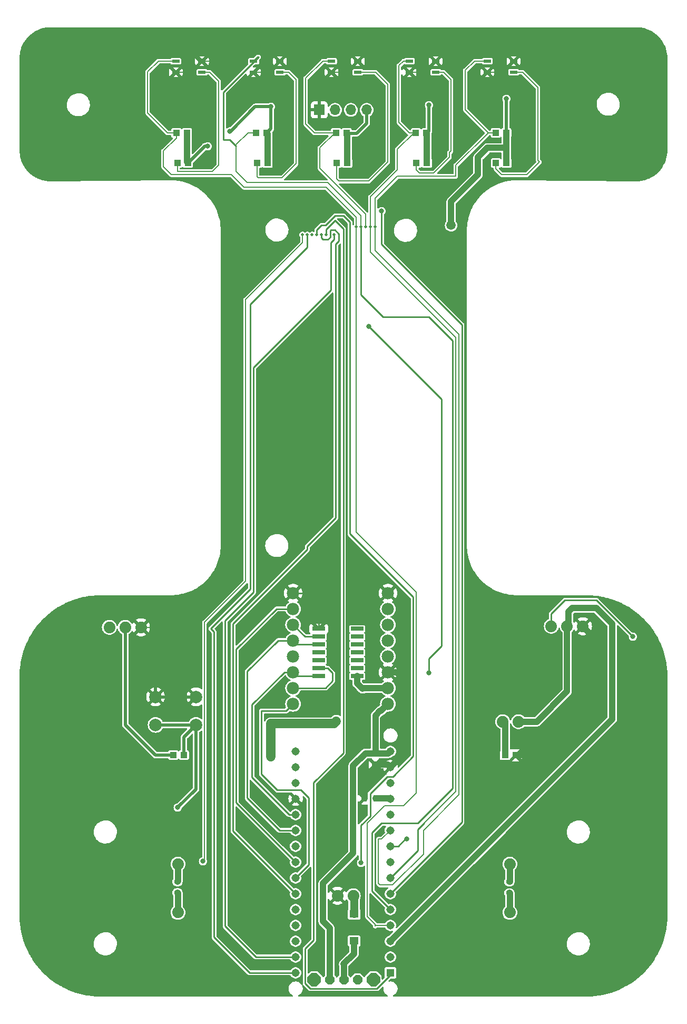
<source format=gbr>
%TF.GenerationSoftware,KiCad,Pcbnew,7.0.7*%
%TF.CreationDate,2024-03-06T07:28:39+08:00*%
%TF.ProjectId,lekirbotv2,6c656b69-7262-46f7-9476-322e6b696361,rev?*%
%TF.SameCoordinates,Original*%
%TF.FileFunction,Copper,L2,Bot*%
%TF.FilePolarity,Positive*%
%FSLAX46Y46*%
G04 Gerber Fmt 4.6, Leading zero omitted, Abs format (unit mm)*
G04 Created by KiCad (PCBNEW 7.0.7) date 2024-03-06 07:28:39*
%MOMM*%
%LPD*%
G01*
G04 APERTURE LIST*
G04 Aperture macros list*
%AMRoundRect*
0 Rectangle with rounded corners*
0 $1 Rounding radius*
0 $2 $3 $4 $5 $6 $7 $8 $9 X,Y pos of 4 corners*
0 Add a 4 corners polygon primitive as box body*
4,1,4,$2,$3,$4,$5,$6,$7,$8,$9,$2,$3,0*
0 Add four circle primitives for the rounded corners*
1,1,$1+$1,$2,$3*
1,1,$1+$1,$4,$5*
1,1,$1+$1,$6,$7*
1,1,$1+$1,$8,$9*
0 Add four rect primitives between the rounded corners*
20,1,$1+$1,$2,$3,$4,$5,0*
20,1,$1+$1,$4,$5,$6,$7,0*
20,1,$1+$1,$6,$7,$8,$9,0*
20,1,$1+$1,$8,$9,$2,$3,0*%
%AMOutline5P*
0 Free polygon, 5 corners , with rotation*
0 The origin of the aperture is its center*
0 number of corners: always 5*
0 $1 to $10 corner X, Y*
0 $11 Rotation angle, in degrees counterclockwise*
0 create outline with 5 corners*
4,1,5,$1,$2,$3,$4,$5,$6,$7,$8,$9,$10,$1,$2,$11*%
%AMOutline6P*
0 Free polygon, 6 corners , with rotation*
0 The origin of the aperture is its center*
0 number of corners: always 6*
0 $1 to $12 corner X, Y*
0 $13 Rotation angle, in degrees counterclockwise*
0 create outline with 6 corners*
4,1,6,$1,$2,$3,$4,$5,$6,$7,$8,$9,$10,$11,$12,$1,$2,$13*%
%AMOutline7P*
0 Free polygon, 7 corners , with rotation*
0 The origin of the aperture is its center*
0 number of corners: always 7*
0 $1 to $14 corner X, Y*
0 $15 Rotation angle, in degrees counterclockwise*
0 create outline with 7 corners*
4,1,7,$1,$2,$3,$4,$5,$6,$7,$8,$9,$10,$11,$12,$13,$14,$1,$2,$15*%
%AMOutline8P*
0 Free polygon, 8 corners , with rotation*
0 The origin of the aperture is its center*
0 number of corners: always 8*
0 $1 to $16 corner X, Y*
0 $17 Rotation angle, in degrees counterclockwise*
0 create outline with 8 corners*
4,1,8,$1,$2,$3,$4,$5,$6,$7,$8,$9,$10,$11,$12,$13,$14,$15,$16,$1,$2,$17*%
G04 Aperture macros list end*
%TA.AperFunction,ComponentPad*%
%ADD10R,1.700000X1.700000*%
%TD*%
%TA.AperFunction,ComponentPad*%
%ADD11O,1.700000X1.700000*%
%TD*%
%TA.AperFunction,ComponentPad*%
%ADD12C,1.879600*%
%TD*%
%TA.AperFunction,ComponentPad*%
%ADD13C,2.000000*%
%TD*%
%TA.AperFunction,ComponentPad*%
%ADD14R,1.308000X1.308000*%
%TD*%
%TA.AperFunction,ComponentPad*%
%ADD15C,1.308000*%
%TD*%
%TA.AperFunction,ComponentPad*%
%ADD16Outline8P,-0.762000X0.315631X-0.315631X0.762000X0.315631X0.762000X0.762000X0.315631X0.762000X-0.315631X0.315631X-0.762000X-0.315631X-0.762000X-0.762000X-0.315631X90.000000*%
%TD*%
%TA.AperFunction,ComponentPad*%
%ADD17Outline8P,-1.066800X0.441883X-0.441883X1.066800X0.441883X1.066800X1.066800X0.441883X1.066800X-0.441883X0.441883X-1.066800X-0.441883X-1.066800X-1.066800X-0.441883X90.000000*%
%TD*%
%TA.AperFunction,ComponentPad*%
%ADD18C,1.980000*%
%TD*%
%TA.AperFunction,SMDPad,CuDef*%
%ADD19R,1.219200X0.533400*%
%TD*%
%TA.AperFunction,SMDPad,CuDef*%
%ADD20R,1.470000X1.270000*%
%TD*%
%TA.AperFunction,SMDPad,CuDef*%
%ADD21R,1.100000X1.000000*%
%TD*%
%TA.AperFunction,SMDPad,CuDef*%
%ADD22R,1.200000X0.800000*%
%TD*%
%TA.AperFunction,SMDPad,CuDef*%
%ADD23RoundRect,0.359360X-0.190640X-0.089840X0.190640X-0.089840X0.190640X0.089840X-0.190640X0.089840X0*%
%TD*%
%TA.AperFunction,SMDPad,CuDef*%
%ADD24RoundRect,0.359360X-0.089840X0.190640X-0.089840X-0.190640X0.089840X-0.190640X0.089840X0.190640X0*%
%TD*%
%TA.AperFunction,SMDPad,CuDef*%
%ADD25R,2.032000X0.660400*%
%TD*%
%TA.AperFunction,ViaPad*%
%ADD26C,0.800000*%
%TD*%
%TA.AperFunction,ViaPad*%
%ADD27C,1.500000*%
%TD*%
%TA.AperFunction,ViaPad*%
%ADD28C,0.500000*%
%TD*%
%TA.AperFunction,Conductor*%
%ADD29C,1.000000*%
%TD*%
%TA.AperFunction,Conductor*%
%ADD30C,0.508000*%
%TD*%
%TA.AperFunction,Conductor*%
%ADD31C,0.200000*%
%TD*%
%TA.AperFunction,Conductor*%
%ADD32C,0.254000*%
%TD*%
%TA.AperFunction,Conductor*%
%ADD33C,1.300000*%
%TD*%
%TA.AperFunction,Conductor*%
%ADD34C,1.500000*%
%TD*%
G04 APERTURE END LIST*
D10*
%TO.P,J3,1,Pin_1*%
%TO.N,GND*%
X88646400Y-46557000D03*
D11*
%TO.P,J3,2,Pin_2*%
%TO.N,/AD5*%
X91186400Y-46557000D03*
%TO.P,J3,3,Pin_3*%
%TO.N,/AD4*%
X93726400Y-46557000D03*
%TO.P,J3,4,Pin_4*%
%TO.N,+5V*%
X96266400Y-46557000D03*
%TD*%
D12*
%TO.P,J1,1,1*%
%TO.N,GND*%
X131013600Y-129455251D03*
%TO.P,J1,2,2*%
%TO.N,+5V*%
X128473600Y-129455251D03*
%TO.P,J1,3,3*%
%TO.N,/IO9*%
X125933600Y-129455251D03*
%TD*%
%TO.P,M1A0,1,1*%
%TO.N,/A01*%
X65938400Y-167664551D03*
%TD*%
%TO.P,J2,1,1*%
%TO.N,GND*%
X59995200Y-129633051D03*
%TO.P,J2,2,2*%
%TO.N,+5V*%
X57455200Y-129633051D03*
%TO.P,J2,3,3*%
%TO.N,/IO10*%
X54915200Y-129633051D03*
%TD*%
D13*
%TO.P,SW1,1,1*%
%TO.N,GND*%
X62334400Y-140804851D03*
X68834400Y-140804851D03*
%TO.P,SW1,2,2*%
%TO.N,/IO8*%
X62334400Y-145304851D03*
X68834400Y-145304851D03*
%TD*%
D12*
%TO.P,LDR0,1,1*%
%TO.N,/AD7*%
X118110400Y-144796851D03*
%TO.P,LDR0,2,2*%
%TO.N,+5V*%
X120650400Y-144796851D03*
%TD*%
%TO.P,BATT0,1,1*%
%TO.N,Net-(BATT0-Pad1)*%
X94107400Y-172736851D03*
%TO.P,BATT0,2,2*%
%TO.N,GND*%
X91567400Y-172736851D03*
%TD*%
D14*
%TO.P,ARDUINO_NANO1,1,SCK/D13*%
%TO.N,/IO13*%
X100076400Y-185106851D03*
D15*
%TO.P,ARDUINO_NANO1,2,3V3*%
%TO.N,/+3V3*%
X100076400Y-182566851D03*
%TO.P,ARDUINO_NANO1,3,AREF*%
%TO.N,+5V*%
X100076400Y-180026851D03*
%TO.P,ARDUINO_NANO1,4,ADC0/A0*%
%TO.N,/AD0*%
X100076400Y-177486851D03*
%TO.P,ARDUINO_NANO1,5,ADC1/A1*%
%TO.N,/AD1*%
X100076400Y-174946851D03*
%TO.P,ARDUINO_NANO1,6,ADC2/A2*%
%TO.N,/AD2*%
X100076400Y-172406851D03*
%TO.P,ARDUINO_NANO1,7,ADC3/A3*%
%TO.N,/AD3*%
X100076400Y-169866851D03*
%TO.P,ARDUINO_NANO1,8,ADC4/SDA/A4*%
%TO.N,/AD4*%
X100076400Y-167326851D03*
%TO.P,ARDUINO_NANO1,9,ADC5/SCL/A5*%
%TO.N,/AD5*%
X100076400Y-164786851D03*
%TO.P,ARDUINO_NANO1,10,ADC6/A6*%
%TO.N,/AD6*%
X100076400Y-162246851D03*
%TO.P,ARDUINO_NANO1,11,ADC7/A7*%
%TO.N,/AD7*%
X100076400Y-159706851D03*
%TO.P,ARDUINO_NANO1,12,5V*%
%TO.N,+5V*%
X100076400Y-157166851D03*
%TO.P,ARDUINO_NANO1,13,~{RESET@2}*%
%TO.N,/RESET*%
X100076400Y-154626851D03*
%TO.P,ARDUINO_NANO1,14,GND@2*%
%TO.N,GND*%
X100076400Y-152086851D03*
%TO.P,ARDUINO_NANO1,15,VIN*%
%TO.N,/VIN*%
X100076400Y-149546851D03*
%TO.P,ARDUINO_NANO1,16,D1/TX*%
%TO.N,/IO0*%
X84836400Y-149546851D03*
%TO.P,ARDUINO_NANO1,17,D0/RX*%
%TO.N,/IO1*%
X84836400Y-152086851D03*
%TO.P,ARDUINO_NANO1,18,~{RESET@1}*%
%TO.N,unconnected-(ARDUINO_NANO1-~{RESET@1}-Pad18)*%
X84836400Y-154626851D03*
%TO.P,ARDUINO_NANO1,19,GND@1*%
%TO.N,GND*%
X84836400Y-157166851D03*
%TO.P,ARDUINO_NANO1,20,D2/INT0*%
%TO.N,/IO2*%
X84836400Y-159706851D03*
%TO.P,ARDUINO_NANO1,21,D3/INT1*%
%TO.N,/IO3*%
X84836400Y-162246851D03*
%TO.P,ARDUINO_NANO1,22,D4/T0*%
%TO.N,/IO4*%
X84836400Y-164786851D03*
%TO.P,ARDUINO_NANO1,23,D5/T1*%
%TO.N,/IO5*%
X84836400Y-167326851D03*
%TO.P,ARDUINO_NANO1,24,D6/AIN0*%
%TO.N,/IO6*%
X84836400Y-169866851D03*
%TO.P,ARDUINO_NANO1,25,D7/AIN1*%
%TO.N,/IO7*%
X84836400Y-172406851D03*
%TO.P,ARDUINO_NANO1,26,D8/CLK0*%
%TO.N,/IO8*%
X84836400Y-174946851D03*
%TO.P,ARDUINO_NANO1,27,D9/OC1A*%
%TO.N,/IO9*%
X84836400Y-177486851D03*
%TO.P,ARDUINO_NANO1,28,D10/OC1B/~{SS}*%
%TO.N,/IO10*%
X84836400Y-180026851D03*
%TO.P,ARDUINO_NANO1,29,D11/MOSI*%
%TO.N,/IO11*%
X84836400Y-182566851D03*
%TO.P,ARDUINO_NANO1,30,D12/MISO*%
%TO.N,/IO12*%
X84836400Y-185106851D03*
%TD*%
D16*
%TO.P,S2X0,1,1*%
%TO.N,/VIN*%
X90360900Y-186198851D03*
%TO.P,S2X0,2,2*%
%TO.N,Net-(D7-PadC)*%
X92583400Y-186198851D03*
%TO.P,S2X0,3,3*%
%TO.N,unconnected-(S2X0-Pad3)*%
X94805900Y-186198851D03*
D17*
%TO.P,S2X0,G1*%
%TO.N,N/C*%
X87833400Y-186211351D03*
%TO.P,S2X0,G2*%
X97333400Y-186186351D03*
%TD*%
D12*
%TO.P,M1B0,1,1*%
%TO.N,/A02*%
X65938400Y-175411551D03*
%TD*%
%TO.P,M2A0,1,1*%
%TO.N,/B01*%
X119278400Y-167664551D03*
%TD*%
%TO.P,M2B0,1,1*%
%TO.N,/B02*%
X119278400Y-175411551D03*
%TD*%
D18*
%TO.P,U1,1,VM*%
%TO.N,/VIN*%
X99670000Y-141935000D03*
%TO.P,U1,2,VCC*%
%TO.N,+5V*%
X99670000Y-139395000D03*
%TO.P,U1,3,GND*%
%TO.N,GND*%
X99670000Y-136855000D03*
%TO.P,U1,4,A01*%
%TO.N,/A01*%
X99670000Y-134315000D03*
%TO.P,U1,5,A02*%
%TO.N,/A02*%
X99670000Y-131775000D03*
%TO.P,U1,6,B02*%
%TO.N,/B02*%
X99670000Y-129235000D03*
%TO.P,U1,7,B01*%
%TO.N,/B01*%
X99670000Y-126695000D03*
%TO.P,U1,8,GND*%
%TO.N,GND*%
X99670000Y-124155000D03*
%TO.P,U1,9,GND*%
X84430000Y-124155000D03*
%TO.P,U1,10,PWMB*%
%TO.N,/IO5*%
X84430000Y-126695000D03*
%TO.P,U1,11,BI2*%
%TO.N,Net-(IC3C-O)*%
X84430000Y-129235000D03*
%TO.P,U1,12,BI1*%
%TO.N,/IO3*%
X84430000Y-131775000D03*
%TO.P,U1,13,STBY*%
%TO.N,+5V*%
X84430000Y-134315000D03*
%TO.P,U1,14,AI1*%
%TO.N,/IO2*%
X84430000Y-136855000D03*
%TO.P,U1,15,AI2*%
%TO.N,Net-(IC3A-O)*%
X84430000Y-139395000D03*
%TO.P,U1,16,PWMA*%
%TO.N,/IO6*%
X84430000Y-141935000D03*
%TD*%
D19*
%TO.P,U2,1,A*%
%TO.N,Net-(U2-A)*%
X69799600Y-40511800D03*
%TO.P,U2,2,K*%
%TO.N,GND*%
X65583200Y-40511800D03*
%TO.P,U2,3,C*%
%TO.N,/AD0*%
X65583200Y-38733800D03*
%TO.P,U2,4,E*%
%TO.N,GND*%
X69799600Y-38733800D03*
%TD*%
%TO.P,U6,1,A*%
%TO.N,Net-(U6-A)*%
X94831300Y-40511800D03*
%TO.P,U6,2,K*%
%TO.N,GND*%
X90614900Y-40511800D03*
%TO.P,U6,3,C*%
%TO.N,/AD2*%
X90614900Y-38733800D03*
%TO.P,U6,4,E*%
%TO.N,GND*%
X94831300Y-38733800D03*
%TD*%
%TO.P,U8,1,A*%
%TO.N,Net-(U8-A)*%
X119863000Y-40511800D03*
%TO.P,U8,2,K*%
%TO.N,GND*%
X115646600Y-40511800D03*
%TO.P,U8,3,C*%
%TO.N,/AD6*%
X115646600Y-38733800D03*
%TO.P,U8,4,E*%
%TO.N,GND*%
X119863000Y-38733800D03*
%TD*%
D20*
%TO.P,D7,A,A*%
%TO.N,Net-(BATT0-Pad1)*%
X94234400Y-175675051D03*
%TO.P,D7,C,C*%
%TO.N,Net-(D7-PadC)*%
X94234400Y-179975051D03*
%TD*%
D21*
%TO.P,R17,1,1*%
%TO.N,/IO8*%
X66890400Y-150130851D03*
%TO.P,R17,2,2*%
%TO.N,+5V*%
X65190400Y-150130851D03*
%TD*%
%TO.P,R12,1,1*%
%TO.N,+5V*%
X80198000Y-50239800D03*
%TO.P,R12,2,2*%
%TO.N,/AD1*%
X78498000Y-50239800D03*
%TD*%
D22*
%TO.P,C2,1,1*%
%TO.N,/VIN*%
X97663400Y-149865851D03*
%TO.P,C2,2,2*%
%TO.N,GND*%
X97663400Y-151665851D03*
%TD*%
D23*
%TO.P,C6,1,1*%
%TO.N,/A02*%
X65862200Y-172261951D03*
%TO.P,C6,2,2*%
%TO.N,/A01*%
X65862200Y-170483951D03*
%TD*%
D21*
%TO.P,R16,1,1*%
%TO.N,GND*%
X120205000Y-150190000D03*
%TO.P,R16,2,2*%
%TO.N,/AD7*%
X118505000Y-150190000D03*
%TD*%
%TO.P,R13,1,1*%
%TO.N,Net-(U5-A)*%
X78641100Y-55091200D03*
%TO.P,R13,2,2*%
%TO.N,+5V*%
X80341100Y-55091200D03*
%TD*%
D24*
%TO.P,C1,1,1*%
%TO.N,GND*%
X95936200Y-157090451D03*
%TO.P,C1,2,2*%
%TO.N,+5V*%
X97714200Y-157090451D03*
%TD*%
D19*
%TO.P,U7,1,A*%
%TO.N,Net-(U7-A)*%
X107347200Y-40511800D03*
%TO.P,U7,2,K*%
%TO.N,GND*%
X103130800Y-40511800D03*
%TO.P,U7,3,C*%
%TO.N,/AD3*%
X103130800Y-38733800D03*
%TO.P,U7,4,E*%
%TO.N,GND*%
X107347200Y-38733800D03*
%TD*%
D21*
%TO.P,R11,1,1*%
%TO.N,Net-(U6-A)*%
X91436000Y-55091200D03*
%TO.P,R11,2,2*%
%TO.N,+5V*%
X93136000Y-55091200D03*
%TD*%
D25*
%TO.P,IC3,1,I*%
%TO.N,/IO2*%
X88570200Y-137490000D03*
%TO.P,IC3,2,O*%
%TO.N,Net-(IC3A-O)*%
X88570200Y-136220000D03*
%TO.P,IC3,3,I*%
%TO.N,unconnected-(IC3B-I-Pad3)*%
X88570200Y-134950000D03*
%TO.P,IC3,4,O*%
%TO.N,unconnected-(IC3B-O-Pad4)*%
X88570200Y-133680000D03*
%TO.P,IC3,5,I*%
%TO.N,/IO3*%
X88570200Y-132410000D03*
%TO.P,IC3,6,O*%
%TO.N,Net-(IC3C-O)*%
X88570200Y-131140000D03*
%TO.P,IC3,7,GND*%
%TO.N,GND*%
X88570200Y-129870000D03*
%TO.P,IC3,8,O*%
%TO.N,unconnected-(IC3D-O-Pad8)*%
X94717000Y-129870000D03*
%TO.P,IC3,9,I*%
%TO.N,unconnected-(IC3D-I-Pad9)*%
X94717000Y-131140000D03*
%TO.P,IC3,10,O*%
%TO.N,unconnected-(IC3E-O-Pad10)*%
X94717000Y-132410000D03*
%TO.P,IC3,11,I*%
%TO.N,unconnected-(IC3E-I-Pad11)*%
X94717000Y-133680000D03*
%TO.P,IC3,12,O*%
%TO.N,unconnected-(IC3F-O-Pad12)*%
X94717000Y-134950000D03*
%TO.P,IC3,13,I*%
%TO.N,unconnected-(IC3F-I-Pad13)*%
X94717000Y-136220000D03*
%TO.P,IC3,14,VCC*%
%TO.N,+5V*%
X94717000Y-137490000D03*
%TD*%
D21*
%TO.P,R15,1,1*%
%TO.N,Net-(U2-A)*%
X65846200Y-55091200D03*
%TO.P,R15,2,2*%
%TO.N,+5V*%
X67546200Y-55091200D03*
%TD*%
%TO.P,R10,1,1*%
%TO.N,+5V*%
X93034400Y-50239800D03*
%TO.P,R10,2,2*%
%TO.N,/AD2*%
X91334400Y-50239800D03*
%TD*%
D23*
%TO.P,C7,1,1*%
%TO.N,/B02*%
X119202200Y-172287351D03*
%TO.P,C7,2,2*%
%TO.N,/B01*%
X119202200Y-170509351D03*
%TD*%
D19*
%TO.P,U5,1,A*%
%TO.N,Net-(U5-A)*%
X82315500Y-40511800D03*
%TO.P,U5,2,K*%
%TO.N,GND*%
X78099100Y-40511800D03*
%TO.P,U5,3,C*%
%TO.N,/AD1*%
X78099100Y-38733800D03*
%TO.P,U5,4,E*%
%TO.N,GND*%
X82315500Y-38733800D03*
%TD*%
D21*
%TO.P,R7,1,1*%
%TO.N,Net-(U8-A)*%
X117025800Y-55091200D03*
%TO.P,R7,2,2*%
%TO.N,+5V*%
X118725800Y-55091200D03*
%TD*%
%TO.P,R14,1,1*%
%TO.N,+5V*%
X67361600Y-50239800D03*
%TO.P,R14,2,2*%
%TO.N,/AD0*%
X65661600Y-50239800D03*
%TD*%
%TO.P,R9,1,1*%
%TO.N,Net-(U7-A)*%
X104230900Y-55091200D03*
%TO.P,R9,2,2*%
%TO.N,+5V*%
X105930900Y-55091200D03*
%TD*%
%TO.P,R8,1,1*%
%TO.N,+5V*%
X105870800Y-50239800D03*
%TO.P,R8,2,2*%
%TO.N,/AD3*%
X104170800Y-50239800D03*
%TD*%
%TO.P,R6,1,1*%
%TO.N,+5V*%
X118707200Y-50239800D03*
%TO.P,R6,2,2*%
%TO.N,/AD6*%
X117007200Y-50239800D03*
%TD*%
D26*
%TO.N,+5V*%
X70714000Y-52400000D03*
X118720000Y-44780000D03*
X106274000Y-45796000D03*
X74278500Y-49987000D03*
D27*
X109830000Y-65100000D03*
D26*
X80874000Y-46050000D03*
D28*
%TO.N,/AD0*%
X94590000Y-65354000D03*
%TO.N,/AD1*%
X95352000Y-65354000D03*
D26*
%TO.N,/AD2*%
X98654000Y-62814000D03*
D28*
X96114000Y-65354000D03*
%TO.N,/AD3*%
X96876000Y-65354000D03*
D26*
%TO.N,/AD4*%
X95352000Y-167462000D03*
D28*
X88240000Y-66624000D03*
D26*
%TO.N,/AD5*%
X96622000Y-81356000D03*
X106274000Y-136982000D03*
D28*
X87478000Y-66624000D03*
D26*
X102718000Y-163652000D03*
D28*
%TO.N,/AD6*%
X97638000Y-65354000D03*
%TO.N,/IO4*%
X85954000Y-66624000D03*
D26*
X69952000Y-167208000D03*
D28*
%TO.N,/IO7*%
X89002000Y-66624000D03*
D26*
%TO.N,/IO8*%
X65888000Y-158572000D03*
%TO.N,/IO9*%
X139040000Y-131140000D03*
D27*
%TO.N,/A01*%
X80874000Y-150444000D03*
X91385266Y-144699265D03*
D28*
%TO.N,/IO13*%
X89764000Y-66624000D03*
%TO.N,/IO11*%
X91034000Y-66624000D03*
%TO.N,/IO12*%
X86716000Y-66624000D03*
%TD*%
D29*
%TO.N,+5V*%
X93136000Y-55091200D02*
X93136000Y-50341400D01*
D30*
X74278500Y-49987000D02*
X74397000Y-49987000D01*
D29*
X118725800Y-55091200D02*
X118725800Y-52654000D01*
X109830000Y-61290000D02*
X109830000Y-65100000D01*
X115672000Y-52654000D02*
X114148000Y-54178000D01*
X128724784Y-127231216D02*
X128725130Y-127329651D01*
D30*
X106274000Y-45796000D02*
X106274000Y-49956800D01*
D29*
X94717000Y-137490000D02*
X94717000Y-138633000D01*
D30*
X80874000Y-49563800D02*
X80198000Y-50239800D01*
D29*
X114148000Y-54178000D02*
X114148000Y-56972000D01*
X100000000Y-157090451D02*
X100076400Y-157166851D01*
D31*
X93136000Y-50341400D02*
X93034400Y-50239800D01*
D29*
X133198000Y-126568000D02*
X129267588Y-126568000D01*
X94717000Y-138633000D02*
X95606000Y-139522000D01*
X129267588Y-126568000D02*
X128724784Y-127110804D01*
D31*
X105930900Y-50299900D02*
X105870800Y-50239800D01*
D30*
X62272851Y-150130851D02*
X57455200Y-145313200D01*
X78334000Y-46050000D02*
X80874000Y-46050000D01*
D29*
X120650400Y-144796851D02*
X123605149Y-144796851D01*
X80341100Y-55091200D02*
X80341100Y-50382900D01*
X123605149Y-144796851D02*
X128473600Y-139928400D01*
X128724784Y-127110804D02*
X128724784Y-127231216D01*
D30*
X65190400Y-150130851D02*
X62272851Y-150130851D01*
D29*
X128473600Y-139928400D02*
X128473600Y-129455251D01*
D30*
X106274000Y-49956800D02*
X105930900Y-50299900D01*
X118720000Y-44780000D02*
X118707200Y-44792800D01*
X57455200Y-145313200D02*
X57455200Y-129633051D01*
D29*
X135738000Y-129108000D02*
X133198000Y-126568000D01*
D30*
X74397000Y-49987000D02*
X78334000Y-46050000D01*
D29*
X135738000Y-144365251D02*
X135738000Y-129108000D01*
X100076400Y-180026851D02*
X135738000Y-144365251D01*
D31*
X80341100Y-50382900D02*
X80198000Y-50239800D01*
D29*
X128372000Y-129353651D02*
X128473600Y-129455251D01*
D30*
X96266400Y-46557000D02*
X96266400Y-48691600D01*
D29*
X97714200Y-157090451D02*
X100000000Y-157090451D01*
X67361600Y-50239800D02*
X67361600Y-54906600D01*
D30*
X118707200Y-44792800D02*
X118707200Y-50239800D01*
D29*
X105930900Y-55091200D02*
X105930900Y-50299900D01*
X118725800Y-52654000D02*
X118725800Y-50258400D01*
X95733000Y-139395000D02*
X99670000Y-139395000D01*
D30*
X70714000Y-52400000D02*
X70237400Y-52400000D01*
X94616600Y-50341400D02*
X93136000Y-50341400D01*
D29*
X118725800Y-52654000D02*
X115672000Y-52654000D01*
D30*
X96266400Y-48691600D02*
X94616600Y-50341400D01*
X80874000Y-46050000D02*
X80874000Y-49563800D01*
D29*
X128725130Y-127329651D02*
X128725130Y-129203721D01*
D31*
X67361600Y-54906600D02*
X67546200Y-55091200D01*
D29*
X128725130Y-129203721D02*
X128473600Y-129455251D01*
X114148000Y-56972000D02*
X109830000Y-61290000D01*
D30*
X70237400Y-52400000D02*
X67546200Y-55091200D01*
D32*
X95606000Y-139522000D02*
X95733000Y-139395000D01*
D31*
X118725800Y-50258400D02*
X118707200Y-50239800D01*
D29*
%TO.N,GND*%
X102091000Y-137879000D02*
X101067000Y-136855000D01*
D31*
X59284000Y-40716000D02*
X59284000Y-53162000D01*
X69799600Y-38733800D02*
X69239800Y-38733800D01*
X80537500Y-40511800D02*
X82315500Y-38733800D01*
D29*
X100076400Y-152086851D02*
X102091000Y-150072251D01*
D32*
X88570200Y-125882200D02*
X88240000Y-125552000D01*
D31*
X83668000Y-37414000D02*
X96114000Y-37414000D01*
X118085000Y-40511800D02*
X119863000Y-38733800D01*
X118543200Y-37414000D02*
X119863000Y-38733800D01*
X94831300Y-38733800D02*
X94831300Y-38696700D01*
D29*
X95936200Y-155447800D02*
X97663400Y-153720600D01*
D31*
X65583200Y-40511800D02*
X68021600Y-40511800D01*
D30*
X62334400Y-131972251D02*
X59995200Y-129633051D01*
D32*
X88570200Y-129870000D02*
X88570200Y-125882200D01*
D31*
X69799600Y-38733800D02*
X72442200Y-38733800D01*
D29*
X95936200Y-157090451D02*
X95936200Y-155447800D01*
X102091000Y-150072251D02*
X102091000Y-137879000D01*
D30*
X62334400Y-140804851D02*
X68834400Y-140804851D01*
X62334400Y-140804851D02*
X62334400Y-131972251D01*
D31*
X90614900Y-40511800D02*
X93053300Y-40511800D01*
X70206000Y-57426000D02*
X75794000Y-63014000D01*
X63548000Y-57426000D02*
X70206000Y-57426000D01*
D29*
X133198000Y-140792000D02*
X133198000Y-131639651D01*
D31*
X75794000Y-63014000D02*
X75794000Y-121742000D01*
X69239800Y-38733800D02*
X67920000Y-37414000D01*
D29*
X101067000Y-136855000D02*
X99670000Y-136855000D01*
D31*
X103130800Y-40511800D02*
X105569200Y-40511800D01*
D30*
X88646400Y-46557000D02*
X88646400Y-42480300D01*
D31*
X93053300Y-40511800D02*
X94831300Y-38733800D01*
X115646600Y-40511800D02*
X118085000Y-40511800D01*
X75794000Y-121742000D02*
X67902949Y-129633051D01*
D32*
X86081000Y-124155000D02*
X84430000Y-124155000D01*
D29*
X123800000Y-150190000D02*
X133198000Y-140792000D01*
D31*
X73762000Y-37414000D02*
X83668000Y-37414000D01*
X59284000Y-53162000D02*
X63548000Y-57426000D01*
X67902949Y-129633051D02*
X59995200Y-129633051D01*
X78099100Y-40511800D02*
X80537500Y-40511800D01*
X82315500Y-38733800D02*
X82348200Y-38733800D01*
D32*
X87478000Y-125552000D02*
X86081000Y-124155000D01*
D29*
X133198000Y-131639651D02*
X131013600Y-129455251D01*
D31*
X108560000Y-37521000D02*
X108560000Y-37414000D01*
X67920000Y-37414000D02*
X62586000Y-37414000D01*
X96114000Y-37414000D02*
X108560000Y-37414000D01*
X82348200Y-38733800D02*
X83668000Y-37414000D01*
X108560000Y-37414000D02*
X118543200Y-37414000D01*
X62586000Y-37414000D02*
X59284000Y-40716000D01*
X72442200Y-38733800D02*
X73762000Y-37414000D01*
D32*
X88240000Y-125552000D02*
X87478000Y-125552000D01*
D29*
X97663400Y-153720600D02*
X97663400Y-151665851D01*
D31*
X105569200Y-40511800D02*
X107347200Y-38733800D01*
X94831300Y-38696700D02*
X96114000Y-37414000D01*
D29*
X120205000Y-150190000D02*
X123800000Y-150190000D01*
D30*
X88646400Y-42480300D02*
X90614900Y-40511800D01*
D29*
X99655400Y-151665851D02*
X100076400Y-152086851D01*
D31*
X107347200Y-38733800D02*
X108560000Y-37521000D01*
D29*
X97663400Y-151665851D02*
X99655400Y-151665851D01*
D31*
X68021600Y-40511800D02*
X69799600Y-38733800D01*
%TO.N,/AD0*%
X94590000Y-65354000D02*
X94590000Y-63830000D01*
X96368000Y-161112000D02*
X96368000Y-176098000D01*
X65661600Y-50239800D02*
X64235800Y-50239800D01*
X97773149Y-177486851D02*
X100076400Y-177486851D01*
X65661600Y-51102400D02*
X65661600Y-50239800D01*
X61062000Y-47066000D02*
X61062000Y-40462000D01*
X99162000Y-158318000D02*
X96368000Y-161112000D01*
X76556000Y-59004000D02*
X74524000Y-56972000D01*
X63602000Y-55702000D02*
X63602000Y-53162000D01*
X97638000Y-177622000D02*
X97773149Y-177486851D01*
X104242000Y-156286000D02*
X102210000Y-158318000D01*
X94590000Y-114376000D02*
X104242000Y-124028000D01*
X64872000Y-56972000D02*
X63602000Y-55702000D01*
X94590000Y-63830000D02*
X89764000Y-59004000D01*
X96368000Y-176098000D02*
X97638000Y-177368000D01*
X102210000Y-158318000D02*
X99162000Y-158318000D01*
X61062000Y-40462000D02*
X62790200Y-38733800D01*
X74524000Y-56972000D02*
X64872000Y-56972000D01*
X104242000Y-124028000D02*
X104242000Y-156286000D01*
X89764000Y-59004000D02*
X76556000Y-59004000D01*
X62790200Y-38733800D02*
X65583200Y-38733800D01*
X64235800Y-50239800D02*
X61062000Y-47066000D01*
X94590000Y-65354000D02*
X94590000Y-114376000D01*
X97638000Y-177368000D02*
X97638000Y-177622000D01*
X63602000Y-53162000D02*
X65661600Y-51102400D01*
%TO.N,/AD1*%
X95352000Y-63576000D02*
X95352000Y-65354000D01*
X90018000Y-58242000D02*
X95352000Y-63576000D01*
D32*
X98654000Y-161112000D02*
X104496000Y-161112000D01*
X106274000Y-79832000D02*
X98908000Y-79832000D01*
X110084000Y-83642000D02*
X106274000Y-79832000D01*
D31*
X75286000Y-52146000D02*
X75286000Y-52400000D01*
X75286000Y-56464000D02*
X77064000Y-58242000D01*
D32*
X78886500Y-38086100D02*
X73254000Y-43718600D01*
D31*
X77064000Y-58242000D02*
X90018000Y-58242000D01*
D32*
X100076400Y-174946851D02*
X97130000Y-172000451D01*
X73254000Y-43718600D02*
X73254000Y-51384000D01*
X74270000Y-51384000D02*
X75286000Y-52400000D01*
X95352000Y-76276000D02*
X95352000Y-65354000D01*
X104496000Y-161112000D02*
X110084000Y-155524000D01*
D31*
X75286000Y-52400000D02*
X75286000Y-56464000D01*
D32*
X78099100Y-38733800D02*
X78746800Y-38086100D01*
X98908000Y-79832000D02*
X95352000Y-76276000D01*
D31*
X77192200Y-50239800D02*
X75286000Y-52146000D01*
D32*
X73254000Y-51384000D02*
X74270000Y-51384000D01*
X97130000Y-172000451D02*
X97130000Y-162636000D01*
X78746800Y-38086100D02*
X78886500Y-38086100D01*
D31*
X78498000Y-50239800D02*
X77192200Y-50239800D01*
D32*
X110084000Y-155524000D02*
X110084000Y-83642000D01*
X97130000Y-162636000D02*
X98654000Y-161112000D01*
D31*
%TO.N,/AD2*%
X91334400Y-50239800D02*
X91162200Y-50239800D01*
D32*
X111581000Y-160902251D02*
X111581000Y-81075000D01*
D31*
X86462000Y-41478000D02*
X86462000Y-48844000D01*
X89206200Y-38733800D02*
X86462000Y-41478000D01*
X86462000Y-48844000D02*
X87857800Y-50239800D01*
X91162200Y-50239800D02*
X88748000Y-52654000D01*
D32*
X100076400Y-172406851D02*
X111581000Y-160902251D01*
X98654000Y-68148000D02*
X98654000Y-62814000D01*
X98654000Y-62814000D02*
X98654000Y-63068000D01*
D31*
X88748000Y-52654000D02*
X88748000Y-55956000D01*
X90614900Y-38733800D02*
X89206200Y-38733800D01*
D32*
X111581000Y-81075000D02*
X98654000Y-68148000D01*
D31*
X88748000Y-55956000D02*
X96114000Y-63322000D01*
X96114000Y-63322000D02*
X96114000Y-65354000D01*
X87857800Y-50239800D02*
X91334400Y-50239800D01*
D32*
%TO.N,/AD3*%
X100076400Y-169866851D02*
X104496000Y-165447251D01*
D31*
X103097800Y-50239800D02*
X104170800Y-50239800D01*
X101194000Y-52908000D02*
X101194000Y-56210000D01*
X110592000Y-156032000D02*
X105512000Y-161112000D01*
X96876000Y-65354000D02*
X96876000Y-69418000D01*
X103130800Y-38733800D02*
X102160200Y-38733800D01*
X101194000Y-56210000D02*
X96876000Y-60528000D01*
X96876000Y-69418000D02*
X110592000Y-83134000D01*
X104170800Y-50239800D02*
X103862200Y-50239800D01*
X96876000Y-60528000D02*
X96876000Y-65354000D01*
X101448000Y-48590000D02*
X103097800Y-50239800D01*
X110592000Y-83134000D02*
X110592000Y-156032000D01*
D32*
X104496000Y-165447251D02*
X104496000Y-162128000D01*
D31*
X103862200Y-50239800D02*
X101194000Y-52908000D01*
D32*
X104496000Y-162128000D02*
X105512000Y-161112000D01*
D31*
X101448000Y-39446000D02*
X101448000Y-48590000D01*
X102160200Y-38733800D02*
X101448000Y-39446000D01*
D32*
%TO.N,/AD4*%
X93574000Y-114630000D02*
X103734000Y-124790000D01*
X100505112Y-153591851D02*
X99570149Y-153591851D01*
X91192986Y-63576000D02*
X92558000Y-63576000D01*
X103734000Y-150362963D02*
X100505112Y-153591851D01*
X95352000Y-161447764D02*
X95352000Y-167462000D01*
X92558000Y-63576000D02*
X93574000Y-64592000D01*
X103734000Y-124790000D02*
X103734000Y-150362963D01*
X88240000Y-65862000D02*
X89002000Y-65100000D01*
X96833200Y-156328800D02*
X96833200Y-159966564D01*
X89668986Y-65100000D02*
X91192986Y-63576000D01*
X88240000Y-66624000D02*
X88240000Y-65862000D01*
X89002000Y-65100000D02*
X89668986Y-65100000D01*
X99570149Y-153591851D02*
X96833200Y-156328800D01*
X93574000Y-64592000D02*
X93574000Y-114630000D01*
X96833200Y-159966564D02*
X95352000Y-161447764D01*
%TO.N,/AD5*%
X108306000Y-93040000D02*
X96622000Y-81356000D01*
X102718000Y-163652000D02*
X102718000Y-163398000D01*
X106274000Y-136982000D02*
X106274000Y-134696000D01*
X106274000Y-134696000D02*
X108306000Y-132664000D01*
X102718000Y-163398000D02*
X102718000Y-163398000D01*
X101329149Y-164786851D02*
X102464000Y-163652000D01*
X102464000Y-163652000D02*
X102718000Y-163652000D01*
X100076400Y-164786851D02*
X101329149Y-164786851D01*
X108306000Y-132664000D02*
X108306000Y-93040000D01*
D31*
%TO.N,/AD6*%
X111100000Y-156540000D02*
X105393149Y-162246851D01*
X98146000Y-170764000D02*
X98146000Y-163652000D01*
X97638000Y-60782000D02*
X97638000Y-65354000D01*
X110592000Y-57226000D02*
X101194000Y-57226000D01*
X97638000Y-69164000D02*
X111100000Y-82626000D01*
X112116000Y-40208000D02*
X112116000Y-46558000D01*
X100432000Y-171018000D02*
X98400000Y-171018000D01*
X117007200Y-50239800D02*
X115800200Y-50239800D01*
X110592000Y-55448000D02*
X110592000Y-57226000D01*
X105393149Y-162246851D02*
X105393149Y-166056851D01*
X105393149Y-166056851D02*
X100432000Y-171018000D01*
X115800200Y-50239800D02*
X110592000Y-55448000D01*
X115646600Y-38733800D02*
X113590200Y-38733800D01*
X98671251Y-163652000D02*
X100076400Y-162246851D01*
X101194000Y-57226000D02*
X97638000Y-60782000D01*
X98400000Y-171018000D02*
X98146000Y-170764000D01*
X97638000Y-65354000D02*
X97638000Y-69164000D01*
X112116000Y-46558000D02*
X115797800Y-50239800D01*
X111100000Y-82626000D02*
X111100000Y-156540000D01*
X98146000Y-163652000D02*
X98671251Y-163652000D01*
X113590200Y-38733800D02*
X112116000Y-40208000D01*
X115797800Y-50239800D02*
X115800200Y-50239800D01*
D29*
%TO.N,/AD7*%
X118505000Y-145191451D02*
X118110400Y-144796851D01*
X118505000Y-150190000D02*
X118505000Y-145191451D01*
D32*
%TO.N,/IO2*%
X83033000Y-136855000D02*
X84430000Y-136855000D01*
X83786851Y-159706851D02*
X77826000Y-153746000D01*
X88570200Y-137490000D02*
X85065000Y-137490000D01*
X77826000Y-153746000D02*
X77826000Y-142062000D01*
X85065000Y-137490000D02*
X84430000Y-136855000D01*
X77826000Y-142062000D02*
X83033000Y-136855000D01*
X84836400Y-159706851D02*
X83786851Y-159706851D01*
%TO.N,/IO3*%
X82262851Y-162246851D02*
X77064000Y-157048000D01*
X88570200Y-132410000D02*
X85065000Y-132410000D01*
X82017000Y-131775000D02*
X84430000Y-131775000D01*
X84836400Y-162246851D02*
X82262851Y-162246851D01*
X77064000Y-157048000D02*
X77064000Y-136728000D01*
X77064000Y-136728000D02*
X82017000Y-131775000D01*
X85065000Y-132410000D02*
X84430000Y-131775000D01*
D31*
%TO.N,/IO4*%
X69952000Y-167462000D02*
X69952000Y-167462000D01*
X70206000Y-128854000D02*
X70206000Y-167208000D01*
X76810000Y-77038000D02*
X76810000Y-122250000D01*
X85954000Y-66624000D02*
X85954000Y-67894000D01*
X85954000Y-67894000D02*
X76810000Y-77038000D01*
X69952000Y-167208000D02*
X69952000Y-167462000D01*
X76810000Y-122250000D02*
X70206000Y-128854000D01*
X70206000Y-167208000D02*
X70206000Y-167208000D01*
X70206000Y-167208000D02*
X69952000Y-167208000D01*
D32*
%TO.N,/IO5*%
X81763000Y-126695000D02*
X84430000Y-126695000D01*
X75286000Y-133172000D02*
X81763000Y-126695000D01*
X84836400Y-167326851D02*
X75286000Y-157776451D01*
X75286000Y-157776451D02*
X75286000Y-133172000D01*
%TO.N,/IO6*%
X86970000Y-157048000D02*
X86970000Y-167733251D01*
X79350000Y-153238000D02*
X81890000Y-155778000D01*
X86970000Y-167733251D02*
X84836400Y-169866851D01*
X85700000Y-155778000D02*
X86970000Y-157048000D01*
X81890000Y-155778000D02*
X85700000Y-155778000D01*
X79350000Y-143078000D02*
X79350000Y-153238000D01*
X83287000Y-143078000D02*
X79350000Y-143078000D01*
X84430000Y-141935000D02*
X83287000Y-143078000D01*
%TO.N,/IO7*%
X91288000Y-112090000D02*
X91288000Y-68148000D01*
X91288000Y-68148000D02*
X91796000Y-67640000D01*
X89256000Y-67386000D02*
X89002000Y-67132000D01*
X89002000Y-67132000D02*
X89002000Y-66624000D01*
X90470493Y-65862000D02*
X90395000Y-65937493D01*
X74778000Y-162348451D02*
X74778000Y-129108000D01*
X84836400Y-172406851D02*
X74778000Y-162348451D01*
X90395000Y-65937493D02*
X90395000Y-67009000D01*
X91164369Y-65862000D02*
X90470493Y-65862000D01*
X90018000Y-67386000D02*
X89256000Y-67386000D01*
X86716000Y-116662000D02*
X91288000Y-112090000D01*
X74778000Y-129108000D02*
X86716000Y-117170000D01*
X90395000Y-67009000D02*
X90018000Y-67386000D01*
X91796000Y-67640000D02*
X91796000Y-66493631D01*
X91796000Y-66493631D02*
X91164369Y-65862000D01*
X86716000Y-117170000D02*
X86716000Y-116662000D01*
D30*
%TO.N,/IO8*%
X66890400Y-147248851D02*
X68834400Y-145304851D01*
X68834400Y-145304851D02*
X62334400Y-145304851D01*
X68834400Y-155625600D02*
X65888000Y-158572000D01*
X68834400Y-145304851D02*
X68834400Y-155625600D01*
X66890400Y-150130851D02*
X66890400Y-147248851D01*
D32*
%TO.N,/IO9*%
X125933600Y-127482400D02*
X125933600Y-129455251D01*
X128118000Y-125298000D02*
X125933600Y-127482400D01*
X133198000Y-125298000D02*
X128118000Y-125298000D01*
X139040000Y-131140000D02*
X133198000Y-125298000D01*
D33*
%TO.N,Net-(BATT0-Pad1)*%
X94234400Y-175675051D02*
X94234400Y-172863851D01*
D29*
X94234400Y-172863851D02*
X94107400Y-172736851D01*
%TO.N,/A02*%
X65938400Y-172338151D02*
X65862200Y-172261951D01*
X65938400Y-175411551D02*
X65938400Y-172338151D01*
D34*
%TO.N,/A01*%
X80874000Y-150444000D02*
X80874000Y-145110000D01*
X90974531Y-145110000D02*
X91385266Y-144699265D01*
X80874000Y-145110000D02*
X90974531Y-145110000D01*
D29*
X65938400Y-167664551D02*
X65938400Y-170407751D01*
X65938400Y-170407751D02*
X65862200Y-170483951D01*
%TO.N,/B02*%
X119278400Y-175411551D02*
X119278400Y-172363551D01*
X119278400Y-172363551D02*
X119202200Y-172287351D01*
%TO.N,/B01*%
X119278400Y-170433151D02*
X119202200Y-170509351D01*
X119278400Y-167664551D02*
X119278400Y-170433151D01*
%TO.N,Net-(D7-PadC)*%
X92558000Y-183718000D02*
X92583400Y-183743400D01*
X94234400Y-179975051D02*
X94234400Y-182041600D01*
X92583400Y-183743400D02*
X92583400Y-186198851D01*
X94234400Y-182041600D02*
X92558000Y-183718000D01*
D32*
%TO.N,Net-(IC3A-O)*%
X90780000Y-138252000D02*
X89637000Y-139395000D01*
X88570200Y-136220000D02*
X90018000Y-136220000D01*
X90018000Y-136220000D02*
X90780000Y-136982000D01*
X90780000Y-136982000D02*
X90780000Y-138252000D01*
X89637000Y-139395000D02*
X84430000Y-139395000D01*
%TO.N,Net-(IC3C-O)*%
X86335000Y-131140000D02*
X84430000Y-129235000D01*
X88570200Y-131140000D02*
X86335000Y-131140000D01*
D31*
%TO.N,Net-(U2-A)*%
X65846200Y-56422200D02*
X65846200Y-55091200D01*
X72492000Y-41986000D02*
X72492000Y-55448000D01*
X72492000Y-55448000D02*
X71476000Y-56464000D01*
X71017800Y-40511800D02*
X72492000Y-41986000D01*
X69799600Y-40511800D02*
X71017800Y-40511800D01*
X71476000Y-56464000D02*
X65888000Y-56464000D01*
X65888000Y-56464000D02*
X65846200Y-56422200D01*
%TO.N,Net-(U5-A)*%
X83717800Y-40511800D02*
X84938000Y-41732000D01*
X78641100Y-57279100D02*
X78641100Y-55091200D01*
X78842000Y-57480000D02*
X78641100Y-57279100D01*
X84938000Y-55194000D02*
X82652000Y-57480000D01*
X82315500Y-40511800D02*
X83717800Y-40511800D01*
X82652000Y-57480000D02*
X78842000Y-57480000D01*
X84938000Y-41732000D02*
X84938000Y-55194000D01*
%TO.N,Net-(U6-A)*%
X97687800Y-40511800D02*
X99670000Y-42494000D01*
X99670000Y-54940000D02*
X96622000Y-57988000D01*
X91796000Y-57988000D02*
X91436000Y-57628000D01*
X91436000Y-57628000D02*
X91436000Y-55091200D01*
X99670000Y-42494000D02*
X99670000Y-54940000D01*
X96622000Y-57988000D02*
X91796000Y-57988000D01*
X94831300Y-40511800D02*
X97687800Y-40511800D01*
%TO.N,Net-(U7-A)*%
X109576000Y-54178000D02*
X107036000Y-56718000D01*
X107036000Y-56718000D02*
X104750000Y-56718000D01*
X109830000Y-41732000D02*
X109830000Y-53162000D01*
X107347200Y-40511800D02*
X108609800Y-40511800D01*
X109830000Y-53162000D02*
X109576000Y-53416000D01*
X109576000Y-53416000D02*
X109576000Y-54178000D01*
X104750000Y-56718000D02*
X104230900Y-56198900D01*
X104230900Y-56198900D02*
X104230900Y-55091200D01*
X108609800Y-40511800D02*
X109830000Y-41732000D01*
%TO.N,Net-(U8-A)*%
X119863000Y-40511800D02*
X121309800Y-40511800D01*
X123800000Y-54686000D02*
X124054000Y-54940000D01*
X123800000Y-43002000D02*
X123800000Y-54686000D01*
X117958000Y-56972000D02*
X117025800Y-56039800D01*
X122022000Y-56972000D02*
X117958000Y-56972000D01*
X121309800Y-40511800D02*
X123800000Y-43002000D01*
X124054000Y-54940000D02*
X122022000Y-56972000D01*
X117025800Y-56039800D02*
X117025800Y-55091200D01*
D32*
%TO.N,/IO13*%
X89764000Y-65735000D02*
X89764000Y-66624000D01*
X92516266Y-149790534D02*
X92516266Y-65693266D01*
X92516266Y-65693266D02*
X91161000Y-64338000D01*
X100076400Y-185490849D02*
X97908098Y-187659151D01*
X86385600Y-186811049D02*
X86385600Y-181254400D01*
X100076400Y-185106851D02*
X100076400Y-185490849D01*
X87732000Y-154574800D02*
X92516266Y-149790534D01*
X86385600Y-181254400D02*
X87732000Y-179908000D01*
X97908098Y-187659151D02*
X87233702Y-187659151D01*
X91161000Y-64338000D02*
X89764000Y-65735000D01*
X87233702Y-187659151D02*
X86385600Y-186811049D01*
X87732000Y-179908000D02*
X87732000Y-154574800D01*
%TO.N,/IO11*%
X78080000Y-124028000D02*
X73508000Y-128600000D01*
X73508000Y-128600000D02*
X73508000Y-177622000D01*
X78080000Y-87960000D02*
X78080000Y-124028000D01*
X73508000Y-177622000D02*
X78452851Y-182566851D01*
X78452851Y-182566851D02*
X84836400Y-182566851D01*
X90526000Y-75514000D02*
X78080000Y-87960000D01*
X90526000Y-67894000D02*
X90526000Y-75514000D01*
X91034000Y-67386000D02*
X90526000Y-67894000D01*
X91034000Y-66624000D02*
X91034000Y-67386000D01*
%TO.N,/IO12*%
X77436851Y-185106851D02*
X71730000Y-179400000D01*
X71730000Y-179400000D02*
X71730000Y-130378000D01*
X71222000Y-129870000D02*
X77572000Y-123520000D01*
X71730000Y-130378000D02*
X71222000Y-129870000D01*
X77572000Y-77800000D02*
X86716000Y-68656000D01*
X84836400Y-185106851D02*
X77436851Y-185106851D01*
X77572000Y-123520000D02*
X77572000Y-77800000D01*
X86716000Y-68656000D02*
X86716000Y-66624000D01*
D29*
%TO.N,/VIN*%
X99757400Y-149865851D02*
X100076400Y-149546851D01*
X98400000Y-143078000D02*
X98527000Y-143078000D01*
X97663400Y-149865851D02*
X99757400Y-149865851D01*
X89256000Y-170764000D02*
X94082000Y-165938000D01*
X98527000Y-143078000D02*
X99670000Y-141935000D01*
X90360900Y-186198851D02*
X90360900Y-177964900D01*
X94082000Y-165938000D02*
X94082000Y-151847251D01*
X89256000Y-176860000D02*
X89256000Y-170764000D01*
X96063400Y-149865851D02*
X97663400Y-149865851D01*
X97663400Y-143814600D02*
X98400000Y-143078000D01*
X97663400Y-149865851D02*
X97663400Y-143814600D01*
X90360900Y-177964900D02*
X89256000Y-176860000D01*
X94082000Y-151847251D02*
X96063400Y-149865851D01*
%TD*%
%TA.AperFunction,Conductor*%
%TO.N,GND*%
G36*
X140012465Y-33290968D02*
G01*
X140017535Y-33291388D01*
X140284424Y-33324656D01*
X140310768Y-33327940D01*
X140324285Y-33329719D01*
X140432941Y-33344024D01*
X140437555Y-33344810D01*
X140698877Y-33399604D01*
X140847872Y-33432635D01*
X140852117Y-33433736D01*
X141022419Y-33484437D01*
X141096352Y-33506449D01*
X141130306Y-33517154D01*
X141253729Y-33556069D01*
X141257544Y-33557413D01*
X141488990Y-33647723D01*
X141647527Y-33713392D01*
X141650987Y-33714952D01*
X141870751Y-33822388D01*
X142026498Y-33903465D01*
X142029587Y-33905188D01*
X142237717Y-34029206D01*
X142375595Y-34117045D01*
X142387876Y-34124869D01*
X142390582Y-34126695D01*
X142586647Y-34266683D01*
X142729086Y-34375980D01*
X142731402Y-34377848D01*
X142914692Y-34533086D01*
X143048658Y-34655843D01*
X143219355Y-34826540D01*
X143328396Y-34945537D01*
X143342113Y-34960507D01*
X143497350Y-35143796D01*
X143499227Y-35146124D01*
X143608528Y-35288568D01*
X143748498Y-35484608D01*
X143750329Y-35487322D01*
X143846003Y-35637498D01*
X143970009Y-35845609D01*
X143971743Y-35848718D01*
X144052815Y-36004455D01*
X144160233Y-36224183D01*
X144161813Y-36227687D01*
X144227484Y-36386230D01*
X144317768Y-36617608D01*
X144317769Y-36617609D01*
X144319141Y-36621504D01*
X144368750Y-36778846D01*
X144441456Y-37023060D01*
X144442564Y-37027333D01*
X144475599Y-37176338D01*
X144530387Y-37437642D01*
X144531176Y-37442274D01*
X144547259Y-37564431D01*
X144583809Y-37857643D01*
X144584232Y-37862753D01*
X144601200Y-38273000D01*
X144601200Y-53012600D01*
X144584232Y-53422846D01*
X144583809Y-53427956D01*
X144547259Y-53721168D01*
X144531176Y-53843324D01*
X144530387Y-53847956D01*
X144475599Y-54109261D01*
X144442564Y-54258265D01*
X144441456Y-54262538D01*
X144368750Y-54506753D01*
X144319141Y-54664094D01*
X144317769Y-54667989D01*
X144227484Y-54899369D01*
X144161813Y-55057911D01*
X144160233Y-55061415D01*
X144052815Y-55281144D01*
X143971742Y-55436881D01*
X143970009Y-55439989D01*
X143846003Y-55648101D01*
X143750329Y-55798276D01*
X143748498Y-55800990D01*
X143608528Y-55997031D01*
X143499227Y-56139475D01*
X143497350Y-56141802D01*
X143342113Y-56325092D01*
X143219357Y-56459058D01*
X143048658Y-56629757D01*
X142914692Y-56752513D01*
X142731402Y-56907750D01*
X142729075Y-56909627D01*
X142586631Y-57018928D01*
X142390590Y-57158898D01*
X142387876Y-57160729D01*
X142237701Y-57256403D01*
X142029589Y-57380409D01*
X142026481Y-57382142D01*
X141870744Y-57463215D01*
X141651015Y-57570633D01*
X141647511Y-57572213D01*
X141488969Y-57637884D01*
X141257589Y-57728169D01*
X141253694Y-57729541D01*
X141096353Y-57779150D01*
X140852138Y-57851856D01*
X140847865Y-57852964D01*
X140698861Y-57885999D01*
X140437556Y-57940787D01*
X140432924Y-57941576D01*
X140310768Y-57957659D01*
X140017556Y-57994209D01*
X140012446Y-57994632D01*
X139603735Y-58011536D01*
X139600652Y-58011587D01*
X120431041Y-57850526D01*
X120430991Y-57850530D01*
X120185704Y-57848515D01*
X120162446Y-57848324D01*
X120162445Y-57848324D01*
X120162440Y-57848324D01*
X119613874Y-57881420D01*
X119613873Y-57881420D01*
X119254906Y-57927956D01*
X119213661Y-57932064D01*
X119208242Y-57934006D01*
X119068870Y-57952074D01*
X118677969Y-58030329D01*
X118658100Y-58033761D01*
X118655813Y-58034764D01*
X118530000Y-58059952D01*
X118529999Y-58059952D01*
X117999787Y-58204549D01*
X117480747Y-58385181D01*
X116975332Y-58600994D01*
X116626183Y-58779328D01*
X116485915Y-58850972D01*
X116014796Y-59133942D01*
X115819606Y-59270232D01*
X115564203Y-59448564D01*
X115564201Y-59448566D01*
X115136256Y-59793361D01*
X114733140Y-60166550D01*
X114732970Y-60166707D01*
X114356250Y-60566840D01*
X114007870Y-60991876D01*
X113847987Y-61216806D01*
X113689592Y-61439642D01*
X113689471Y-61439812D01*
X113402558Y-61908529D01*
X113402557Y-61908530D01*
X113402557Y-61908529D01*
X113402555Y-61908532D01*
X113402553Y-61908536D01*
X113251866Y-62197536D01*
X113176055Y-62342934D01*
X113148469Y-62395840D01*
X112928417Y-62899428D01*
X112928415Y-62899433D01*
X112743505Y-63416724D01*
X112743432Y-63416927D01*
X112594388Y-63945898D01*
X112572485Y-64050723D01*
X112568145Y-64071495D01*
X112567222Y-64073217D01*
X112563521Y-64093624D01*
X112481985Y-64483847D01*
X112470313Y-64568312D01*
X112462748Y-64623053D01*
X112460902Y-64627153D01*
X112456308Y-64669655D01*
X112406755Y-65028241D01*
X112369050Y-65576513D01*
X112369049Y-65576526D01*
X112369050Y-65576526D01*
X112369000Y-65851098D01*
X112369000Y-116488813D01*
X112369047Y-116489308D01*
X112369047Y-116614159D01*
X112369047Y-116750173D01*
X112404837Y-117273440D01*
X112406349Y-117295542D01*
X112455649Y-117654248D01*
X112459915Y-117693928D01*
X112461811Y-117699086D01*
X112474180Y-117789075D01*
X112480780Y-117837095D01*
X112508362Y-117969832D01*
X112561921Y-118227581D01*
X112565199Y-118245754D01*
X112566125Y-118247815D01*
X112591993Y-118372298D01*
X112739474Y-118898677D01*
X112922528Y-119413752D01*
X112922528Y-119413751D01*
X112922532Y-119413760D01*
X113140314Y-119915149D01*
X113391803Y-120400506D01*
X113533184Y-120632999D01*
X113675831Y-120867575D01*
X113991062Y-121314159D01*
X113991061Y-121314159D01*
X114336046Y-121738204D01*
X114709148Y-122137702D01*
X114709149Y-122137702D01*
X114709156Y-122137709D01*
X114876990Y-122294456D01*
X115108667Y-122510829D01*
X115108667Y-122510828D01*
X115532694Y-122855802D01*
X115532695Y-122855803D01*
X115979293Y-123171048D01*
X116210011Y-123311351D01*
X116412326Y-123434382D01*
X116446358Y-123455077D01*
X116446359Y-123455077D01*
X116931707Y-123706565D01*
X117433094Y-123924350D01*
X117864374Y-124077627D01*
X117948175Y-124107410D01*
X118474553Y-124254895D01*
X118599036Y-124280763D01*
X118600596Y-124281596D01*
X118619188Y-124284950D01*
X118947836Y-124353244D01*
X119009761Y-124366113D01*
X119009762Y-124366113D01*
X119147745Y-124385078D01*
X119151669Y-124386840D01*
X119192535Y-124391234D01*
X119551309Y-124440546D01*
X119551308Y-124440546D01*
X119642203Y-124446763D01*
X120096678Y-124477851D01*
X120369802Y-124477851D01*
X131601200Y-124477851D01*
X131602200Y-124477851D01*
X132304280Y-124496870D01*
X132307634Y-124497052D01*
X132430316Y-124507041D01*
X132883221Y-124543920D01*
X133013103Y-124554876D01*
X133016212Y-124555219D01*
X133511408Y-124622688D01*
X133722585Y-124652502D01*
X133725505Y-124652987D01*
X134181731Y-124740529D01*
X134425548Y-124789028D01*
X134428371Y-124789660D01*
X134472073Y-124800528D01*
X134860390Y-124897098D01*
X135119859Y-124964028D01*
X135122521Y-124964779D01*
X135536731Y-125091961D01*
X135540785Y-125093254D01*
X135804694Y-125177369D01*
X136205085Y-125324465D01*
X136475359Y-125427634D01*
X136752018Y-125546644D01*
X136861833Y-125593883D01*
X137131189Y-125714411D01*
X137504330Y-125899472D01*
X137770137Y-126036790D01*
X138130072Y-126240288D01*
X138245801Y-126308555D01*
X138390320Y-126393804D01*
X138736755Y-126615241D01*
X138853690Y-126693374D01*
X138989830Y-126784340D01*
X139216967Y-126947492D01*
X139322413Y-127023233D01*
X139350797Y-127044594D01*
X139566832Y-127207177D01*
X139885155Y-127463051D01*
X140015346Y-127572986D01*
X140119581Y-127661005D01*
X140423143Y-127933341D01*
X140457670Y-127965984D01*
X140646426Y-128144437D01*
X140934628Y-128432638D01*
X140953252Y-128452337D01*
X141132612Y-128642051D01*
X141145728Y-128655923D01*
X141296014Y-128823440D01*
X141418057Y-128959475D01*
X141467531Y-129018063D01*
X141616008Y-129193895D01*
X141871901Y-129512239D01*
X142055819Y-129756622D01*
X142294736Y-130089236D01*
X142463829Y-130342299D01*
X142503896Y-130404982D01*
X142685269Y-130688737D01*
X142838811Y-130949028D01*
X143042269Y-131308890D01*
X143179616Y-131574748D01*
X143364669Y-131947871D01*
X143485185Y-132217194D01*
X143651442Y-132603684D01*
X143754643Y-132874039D01*
X143901712Y-133274351D01*
X143987150Y-133542408D01*
X144114293Y-133956487D01*
X144115058Y-133959199D01*
X144181976Y-134218611D01*
X144289434Y-134650705D01*
X144290076Y-134653573D01*
X144338544Y-134897238D01*
X144426094Y-135353503D01*
X144426597Y-135356520D01*
X144456405Y-135567652D01*
X144523873Y-136062835D01*
X144524222Y-136065994D01*
X144535176Y-136195850D01*
X144582044Y-136771416D01*
X144582226Y-136774769D01*
X144601200Y-137475095D01*
X144601200Y-175916851D01*
X144582180Y-176618931D01*
X144581998Y-176622284D01*
X144533729Y-177215077D01*
X144524310Y-177326734D01*
X144523961Y-177329892D01*
X144454978Y-177836212D01*
X144426745Y-178036196D01*
X144426243Y-178039212D01*
X144337120Y-178503674D01*
X144290291Y-178739102D01*
X144289649Y-178741970D01*
X144180545Y-179180691D01*
X144115350Y-179433429D01*
X144114584Y-179436142D01*
X143985718Y-179855836D01*
X143902076Y-180118258D01*
X143753234Y-180523402D01*
X143651886Y-180788908D01*
X143483801Y-181179648D01*
X143365196Y-181444706D01*
X143178232Y-181821683D01*
X143042901Y-182083643D01*
X142837443Y-182447043D01*
X142685993Y-182703787D01*
X142462484Y-183053465D01*
X142295578Y-183303257D01*
X142054479Y-183638909D01*
X141872862Y-183880236D01*
X141614691Y-184201415D01*
X141419159Y-184432972D01*
X141144431Y-184739199D01*
X140935876Y-184959794D01*
X140645148Y-185250522D01*
X140424533Y-185459095D01*
X140118335Y-185733797D01*
X139886753Y-185929351D01*
X139565593Y-186187506D01*
X139324243Y-186369140D01*
X138988604Y-186610229D01*
X138738825Y-186777126D01*
X138389133Y-187000646D01*
X138132403Y-187152087D01*
X137768978Y-187357559D01*
X137507052Y-187492872D01*
X137130055Y-187679846D01*
X136864997Y-187798451D01*
X136474257Y-187966536D01*
X136208730Y-188067892D01*
X135803625Y-188216721D01*
X135541127Y-188300387D01*
X135121492Y-188429234D01*
X135118780Y-188430000D01*
X134866006Y-188495204D01*
X134427338Y-188604295D01*
X134424470Y-188604937D01*
X134188924Y-188651790D01*
X133724561Y-188740893D01*
X133721545Y-188741395D01*
X133521561Y-188769628D01*
X133015241Y-188838611D01*
X133012083Y-188838960D01*
X132900426Y-188848379D01*
X132307633Y-188896648D01*
X132304280Y-188896830D01*
X131691020Y-188913443D01*
X131602200Y-188915850D01*
X131602170Y-188915851D01*
X100611553Y-188915851D01*
X100544514Y-188896166D01*
X100498759Y-188843362D01*
X100488815Y-188774204D01*
X100517840Y-188710648D01*
X100556281Y-188680851D01*
X100619562Y-188649339D01*
X100678839Y-188619824D01*
X100847365Y-188492560D01*
X100989637Y-188336495D01*
X101100809Y-188156946D01*
X101177096Y-187960026D01*
X101215900Y-187752441D01*
X101215900Y-187541261D01*
X101177096Y-187333676D01*
X101109246Y-187158535D01*
X101100810Y-187136758D01*
X101100807Y-187136752D01*
X100989638Y-186957208D01*
X100989636Y-186957206D01*
X100847367Y-186801143D01*
X100678839Y-186673878D01*
X100678832Y-186673874D01*
X100489801Y-186579747D01*
X100286680Y-186521954D01*
X100286680Y-186521953D01*
X100129086Y-186507351D01*
X100023714Y-186507351D01*
X99977789Y-186511606D01*
X99898048Y-186518995D01*
X99829479Y-186505580D01*
X99779047Y-186457222D01*
X99762766Y-186389276D01*
X99785803Y-186323314D01*
X99798921Y-186307849D01*
X100055101Y-186051669D01*
X100116425Y-186018184D01*
X100142783Y-186015350D01*
X100755464Y-186015350D01*
X100755466Y-186015350D01*
X100829701Y-186000585D01*
X100913884Y-185944335D01*
X100970134Y-185860152D01*
X100984900Y-185785918D01*
X100984899Y-184427785D01*
X100970134Y-184353550D01*
X100944865Y-184315733D01*
X100913884Y-184269366D01*
X100863419Y-184235647D01*
X100829701Y-184213117D01*
X100829699Y-184213116D01*
X100829696Y-184213115D01*
X100755469Y-184198351D01*
X99397336Y-184198351D01*
X99323098Y-184213117D01*
X99238915Y-184269366D01*
X99182666Y-184353550D01*
X99182664Y-184353554D01*
X99167900Y-184427779D01*
X99167900Y-185785916D01*
X99168498Y-185791979D01*
X99166374Y-185792188D01*
X99160999Y-185852163D01*
X99133296Y-185894429D01*
X98866381Y-186161344D01*
X98805058Y-186194829D01*
X98735366Y-186189845D01*
X98679433Y-186147973D01*
X98655016Y-186082509D01*
X98654700Y-186073663D01*
X98654700Y-186051669D01*
X98654701Y-185719399D01*
X98654700Y-185719396D01*
X98654701Y-185719396D01*
X98639936Y-185645170D01*
X98639935Y-185645168D01*
X98639935Y-185645167D01*
X98597885Y-185582235D01*
X98597883Y-185582232D01*
X98597882Y-185582231D01*
X97937519Y-184921869D01*
X97937518Y-184921868D01*
X97911994Y-184904814D01*
X97874584Y-184879817D01*
X97874581Y-184879816D01*
X97874581Y-184879815D01*
X97800354Y-184865051D01*
X97800350Y-184865050D01*
X96866445Y-184865050D01*
X96792219Y-184879814D01*
X96792217Y-184879815D01*
X96729281Y-184921867D01*
X96729280Y-184921868D01*
X96068918Y-185582231D01*
X96068917Y-185582232D01*
X96026865Y-185645169D01*
X96026864Y-185645169D01*
X96013708Y-185711313D01*
X95981323Y-185773224D01*
X95920607Y-185807799D01*
X95850838Y-185804059D01*
X95794166Y-185763192D01*
X95788989Y-185756013D01*
X95765585Y-185720987D01*
X95765582Y-185720983D01*
X95283767Y-185239169D01*
X95283766Y-185239168D01*
X95263862Y-185225869D01*
X95220832Y-185197117D01*
X95220829Y-185197116D01*
X95220829Y-185197115D01*
X95146602Y-185182351D01*
X95146598Y-185182350D01*
X94465197Y-185182350D01*
X94390971Y-185197114D01*
X94390969Y-185197115D01*
X94328033Y-185239167D01*
X94328032Y-185239168D01*
X93846218Y-185720983D01*
X93846215Y-185720987D01*
X93797752Y-185793518D01*
X93744140Y-185838323D01*
X93674815Y-185847030D01*
X93611788Y-185816876D01*
X93591547Y-185793517D01*
X93585135Y-185783921D01*
X93585135Y-185783919D01*
X93543085Y-185720987D01*
X93543083Y-185720984D01*
X93374219Y-185552120D01*
X93340734Y-185490797D01*
X93337900Y-185464439D01*
X93337900Y-184056485D01*
X93357585Y-183989446D01*
X93374219Y-183968804D01*
X94039766Y-183303257D01*
X94722664Y-182620358D01*
X94736283Y-182608588D01*
X94755694Y-182594139D01*
X94778591Y-182566851D01*
X99162896Y-182566851D01*
X99182858Y-182756779D01*
X99182859Y-182756782D01*
X99241870Y-182938400D01*
X99241873Y-182938407D01*
X99337360Y-183103795D01*
X99465147Y-183245717D01*
X99619648Y-183357969D01*
X99794112Y-183435645D01*
X99980913Y-183475351D01*
X100171887Y-183475351D01*
X100358688Y-183435645D01*
X100533152Y-183357969D01*
X100687653Y-183245717D01*
X100815440Y-183103795D01*
X100910927Y-182938407D01*
X100969942Y-182756779D01*
X100989904Y-182566851D01*
X100969942Y-182376923D01*
X100910927Y-182195295D01*
X100815440Y-182029907D01*
X100687653Y-181887985D01*
X100533152Y-181775733D01*
X100358688Y-181698057D01*
X100358686Y-181698056D01*
X100171887Y-181658351D01*
X99980913Y-181658351D01*
X99794114Y-181698056D01*
X99619646Y-181775734D01*
X99465145Y-181887986D01*
X99337359Y-182029908D01*
X99241873Y-182195294D01*
X99241870Y-182195301D01*
X99184975Y-182370408D01*
X99182858Y-182376923D01*
X99162896Y-182566851D01*
X94778591Y-182566851D01*
X94789475Y-182553879D01*
X94793109Y-182549913D01*
X94798983Y-182544041D01*
X94819427Y-182518184D01*
X94869067Y-182459027D01*
X94869069Y-182459022D01*
X94873037Y-182452990D01*
X94873083Y-182453020D01*
X94877195Y-182446565D01*
X94877148Y-182446536D01*
X94880932Y-182440399D01*
X94880939Y-182440391D01*
X94913572Y-182370408D01*
X94948224Y-182301411D01*
X94948226Y-182301399D01*
X94950693Y-182294624D01*
X94950746Y-182294643D01*
X94953258Y-182287415D01*
X94953207Y-182287398D01*
X94955477Y-182280545D01*
X94955477Y-182280543D01*
X94955479Y-182280540D01*
X94971095Y-182204910D01*
X94988900Y-182129788D01*
X94988900Y-182129783D01*
X94989738Y-182122615D01*
X94989792Y-182122621D01*
X94990570Y-182115005D01*
X94990517Y-182115001D01*
X94991146Y-182107810D01*
X94988900Y-182030618D01*
X94988900Y-181533056D01*
X94988900Y-180965689D01*
X95008583Y-180898654D01*
X95061387Y-180852899D01*
X95065452Y-180851130D01*
X95068696Y-180849785D01*
X95068701Y-180849785D01*
X95152884Y-180793535D01*
X95209134Y-180709352D01*
X95223900Y-180635118D01*
X95223899Y-179314985D01*
X95209134Y-179240750D01*
X95190468Y-179212815D01*
X95152884Y-179156566D01*
X95095690Y-179118351D01*
X95068701Y-179100317D01*
X95068699Y-179100316D01*
X95068696Y-179100315D01*
X94994469Y-179085551D01*
X93474336Y-179085551D01*
X93400098Y-179100317D01*
X93315915Y-179156566D01*
X93259666Y-179240750D01*
X93259664Y-179240754D01*
X93244900Y-179314979D01*
X93244900Y-180635114D01*
X93259666Y-180709352D01*
X93315915Y-180793535D01*
X93372165Y-180831119D01*
X93400099Y-180849785D01*
X93400101Y-180849785D01*
X93403352Y-180851132D01*
X93409353Y-180855968D01*
X93410254Y-180856570D01*
X93410200Y-180856650D01*
X93457755Y-180894973D01*
X93479820Y-180961267D01*
X93479899Y-180965693D01*
X93479899Y-181677714D01*
X93460214Y-181744753D01*
X93443580Y-181765395D01*
X92041277Y-183167697D01*
X92038654Y-183170172D01*
X91990535Y-183212995D01*
X91990527Y-183213004D01*
X91953570Y-183265782D01*
X91951418Y-183268674D01*
X91911462Y-183319207D01*
X91906670Y-183329484D01*
X91895866Y-183348197D01*
X91889368Y-183357477D01*
X91889367Y-183357478D01*
X91865590Y-183417328D01*
X91864162Y-183420637D01*
X91836920Y-183479062D01*
X91836919Y-183479064D01*
X91834626Y-183490168D01*
X91828431Y-183510860D01*
X91824248Y-183521389D01*
X91824247Y-183521394D01*
X91814908Y-183585146D01*
X91814282Y-183588697D01*
X91801253Y-183651791D01*
X91801253Y-183651792D01*
X91801583Y-183663124D01*
X91800326Y-183684694D01*
X91798685Y-183695898D01*
X91798684Y-183695911D01*
X91804298Y-183760076D01*
X91804508Y-183763675D01*
X91806383Y-183828095D01*
X91806384Y-183828101D01*
X91809316Y-183839042D01*
X91813069Y-183860325D01*
X91814056Y-183871609D01*
X91822606Y-183897410D01*
X91828900Y-183936415D01*
X91828900Y-185464440D01*
X91809215Y-185531479D01*
X91792581Y-185552121D01*
X91623718Y-185720983D01*
X91623715Y-185720987D01*
X91575252Y-185793518D01*
X91521640Y-185838323D01*
X91452315Y-185847030D01*
X91389288Y-185816876D01*
X91369047Y-185793517D01*
X91362635Y-185783921D01*
X91362635Y-185783919D01*
X91320585Y-185720987D01*
X91320583Y-185720984D01*
X91151719Y-185552120D01*
X91118234Y-185490797D01*
X91115400Y-185464439D01*
X91115400Y-178028899D01*
X91116709Y-178010929D01*
X91116930Y-178009416D01*
X91120215Y-177986994D01*
X91119618Y-177980174D01*
X91115911Y-177937799D01*
X91115635Y-177934653D01*
X91115400Y-177929250D01*
X91115400Y-177920966D01*
X91115400Y-177920959D01*
X91111574Y-177888225D01*
X91104843Y-177811288D01*
X91104841Y-177811283D01*
X91103383Y-177804219D01*
X91103436Y-177804207D01*
X91101778Y-177796727D01*
X91101724Y-177796740D01*
X91100060Y-177789722D01*
X91100060Y-177789716D01*
X91073649Y-177717154D01*
X91049364Y-177643865D01*
X91049361Y-177643861D01*
X91049361Y-177643859D01*
X91046309Y-177637312D01*
X91046358Y-177637289D01*
X91043025Y-177630404D01*
X91042976Y-177630429D01*
X91039738Y-177623983D01*
X91039736Y-177623976D01*
X91039731Y-177623968D01*
X90997300Y-177559454D01*
X90960810Y-177500296D01*
X90956771Y-177493747D01*
X90956767Y-177493743D01*
X90952290Y-177488080D01*
X90952332Y-177488046D01*
X90947497Y-177482111D01*
X90947456Y-177482146D01*
X90942812Y-177476611D01*
X90886652Y-177423628D01*
X90046819Y-176583794D01*
X90013334Y-176522471D01*
X90010500Y-176496113D01*
X90010500Y-174940749D01*
X90010500Y-173363165D01*
X90030184Y-173296130D01*
X90082988Y-173250375D01*
X90152146Y-173240431D01*
X90215702Y-173269456D01*
X90248055Y-173313358D01*
X90296792Y-173424467D01*
X90387457Y-173563240D01*
X90952661Y-172998035D01*
X91013984Y-172964550D01*
X91083675Y-172969534D01*
X91139609Y-173011405D01*
X91144653Y-173018669D01*
X91179531Y-173072941D01*
X91179532Y-173072942D01*
X91179533Y-173072943D01*
X91296036Y-173173895D01*
X91333810Y-173232673D01*
X91333810Y-173302543D01*
X91302514Y-173355288D01*
X90740239Y-173917562D01*
X90740240Y-173917563D01*
X90777202Y-173946332D01*
X90777208Y-173946337D01*
X90987050Y-174059897D01*
X90987060Y-174059902D01*
X91212735Y-174137376D01*
X91448096Y-174176651D01*
X91686704Y-174176651D01*
X91922064Y-174137376D01*
X92147739Y-174059902D01*
X92147744Y-174059900D01*
X92357597Y-173946332D01*
X92357600Y-173946331D01*
X92394558Y-173917563D01*
X92394558Y-173917562D01*
X91832284Y-173355288D01*
X91798799Y-173293965D01*
X91803783Y-173224273D01*
X91838762Y-173173894D01*
X91844865Y-173168604D01*
X91844870Y-173168603D01*
X91955269Y-173072941D01*
X91990142Y-173018676D01*
X92042945Y-172972923D01*
X92112103Y-172962979D01*
X92175659Y-172992003D01*
X92182138Y-172998036D01*
X92747341Y-173563240D01*
X92838004Y-173424472D01*
X92838008Y-173424466D01*
X92861582Y-173370721D01*
X92906537Y-173317234D01*
X92973273Y-173296543D01*
X93040601Y-173315217D01*
X93084506Y-173363459D01*
X93084619Y-173363390D01*
X93084993Y-173363994D01*
X93086135Y-173365249D01*
X93087634Y-173368260D01*
X93221022Y-173544894D01*
X93289438Y-173607263D01*
X93325720Y-173666974D01*
X93329900Y-173698900D01*
X93329900Y-174798022D01*
X93310215Y-174865061D01*
X93309003Y-174866912D01*
X93259665Y-174940751D01*
X93259664Y-174940754D01*
X93244900Y-175014979D01*
X93244900Y-176335114D01*
X93259666Y-176409352D01*
X93315915Y-176493535D01*
X93349634Y-176516065D01*
X93400099Y-176549785D01*
X93400102Y-176549785D01*
X93400103Y-176549786D01*
X93425066Y-176554751D01*
X93474333Y-176564551D01*
X94055728Y-176564550D01*
X94081509Y-176567260D01*
X94139333Y-176579551D01*
X94329467Y-176579551D01*
X94387291Y-176567260D01*
X94413072Y-176564550D01*
X94994464Y-176564550D01*
X94994466Y-176564550D01*
X95068701Y-176549785D01*
X95152884Y-176493535D01*
X95209134Y-176409352D01*
X95223900Y-176335118D01*
X95223899Y-175014985D01*
X95209134Y-174940750D01*
X95159796Y-174866912D01*
X95138919Y-174800236D01*
X95138899Y-174798022D01*
X95138899Y-174137376D01*
X95138899Y-173373851D01*
X95151897Y-173318589D01*
X95225822Y-173170130D01*
X95286394Y-172957243D01*
X95306816Y-172736851D01*
X95306390Y-172732259D01*
X95286394Y-172516459D01*
X95268914Y-172455025D01*
X95225822Y-172303572D01*
X95225288Y-172302500D01*
X95175672Y-172202858D01*
X95127164Y-172105440D01*
X94993779Y-171928810D01*
X94830210Y-171779696D01*
X94830207Y-171779694D01*
X94830206Y-171779693D01*
X94642029Y-171663179D01*
X94642020Y-171663175D01*
X94447574Y-171587847D01*
X94435636Y-171583222D01*
X94218068Y-171542551D01*
X93996732Y-171542551D01*
X93779164Y-171583222D01*
X93779161Y-171583222D01*
X93779161Y-171583223D01*
X93572779Y-171663175D01*
X93572770Y-171663179D01*
X93384593Y-171779693D01*
X93221020Y-171928810D01*
X93087633Y-172105443D01*
X93087631Y-172105445D01*
X93086132Y-172108457D01*
X93085035Y-172109639D01*
X93084619Y-172110312D01*
X93084487Y-172110230D01*
X93038623Y-172159688D01*
X92970958Y-172177101D01*
X92904620Y-172155168D01*
X92861583Y-172102981D01*
X92838007Y-172049233D01*
X92747341Y-171910460D01*
X92182137Y-172475664D01*
X92120814Y-172509149D01*
X92051122Y-172504165D01*
X91995189Y-172462293D01*
X91990140Y-172455022D01*
X91985999Y-172448579D01*
X91955269Y-172400761D01*
X91937819Y-172385640D01*
X91838761Y-172299805D01*
X91800988Y-172241027D01*
X91800988Y-172171157D01*
X91832284Y-172118412D01*
X92394559Y-171556138D01*
X92394558Y-171556137D01*
X92357597Y-171527369D01*
X92357591Y-171527364D01*
X92147749Y-171413804D01*
X92147739Y-171413799D01*
X91922064Y-171336325D01*
X91686704Y-171297051D01*
X91448096Y-171297051D01*
X91212735Y-171336325D01*
X90987060Y-171413799D01*
X90987050Y-171413804D01*
X90777207Y-171527365D01*
X90777202Y-171527368D01*
X90740240Y-171556137D01*
X90740240Y-171556138D01*
X91302515Y-172118413D01*
X91336000Y-172179736D01*
X91331016Y-172249428D01*
X91296037Y-172299806D01*
X91179533Y-172400758D01*
X91179531Y-172400760D01*
X91144657Y-172455025D01*
X91091852Y-172500779D01*
X91022694Y-172510722D01*
X90959138Y-172481696D01*
X90952661Y-172475665D01*
X90387457Y-171910460D01*
X90296793Y-172049231D01*
X90248055Y-172160343D01*
X90203098Y-172213828D01*
X90136362Y-172234518D01*
X90069034Y-172215843D01*
X90022491Y-172163732D01*
X90010500Y-172110536D01*
X90010500Y-171127885D01*
X90030185Y-171060845D01*
X90046814Y-171040209D01*
X94570264Y-166516758D01*
X94583883Y-166504988D01*
X94603294Y-166490539D01*
X94637075Y-166450279D01*
X94640709Y-166446313D01*
X94646583Y-166440441D01*
X94667027Y-166414584D01*
X94716667Y-166355427D01*
X94716669Y-166355422D01*
X94720637Y-166349390D01*
X94720683Y-166349420D01*
X94724795Y-166342965D01*
X94724748Y-166342936D01*
X94728534Y-166336796D01*
X94728539Y-166336791D01*
X94734117Y-166324827D01*
X94780289Y-166272388D01*
X94847482Y-166253235D01*
X94914364Y-166273450D01*
X94959699Y-166326615D01*
X94970500Y-166377231D01*
X94970500Y-166869768D01*
X94950815Y-166936807D01*
X94928728Y-166962582D01*
X94858507Y-167024793D01*
X94858500Y-167024801D01*
X94768214Y-167155602D01*
X94711850Y-167304218D01*
X94692693Y-167461999D01*
X94692693Y-167462000D01*
X94711850Y-167619781D01*
X94741667Y-167698400D01*
X94768213Y-167768395D01*
X94858502Y-167899201D01*
X94858504Y-167899203D01*
X94858506Y-167899205D01*
X94977469Y-168004598D01*
X94977471Y-168004599D01*
X95118207Y-168078463D01*
X95195367Y-168097481D01*
X95272528Y-168116500D01*
X95272529Y-168116500D01*
X95431472Y-168116500D01*
X95482911Y-168103820D01*
X95585793Y-168078463D01*
X95726529Y-168004599D01*
X95807273Y-167933065D01*
X95870505Y-167903344D01*
X95939769Y-167912527D01*
X95993073Y-167957699D01*
X96013493Y-168024519D01*
X96013500Y-168025881D01*
X96013500Y-176048373D01*
X96010861Y-176073817D01*
X96008905Y-176083145D01*
X96008905Y-176083149D01*
X96013023Y-176116189D01*
X96013500Y-176123865D01*
X96013500Y-176127377D01*
X96017128Y-176149122D01*
X96023539Y-176200555D01*
X96025655Y-176207662D01*
X96028070Y-176214695D01*
X96028071Y-176214698D01*
X96052739Y-176260281D01*
X96057021Y-176269039D01*
X96075501Y-176306840D01*
X96079784Y-176312838D01*
X96079827Y-176312893D01*
X96079876Y-176312962D01*
X96084380Y-176318749D01*
X96122509Y-176353848D01*
X97245680Y-177477019D01*
X97279165Y-177538342D01*
X97280471Y-177567296D01*
X97280933Y-177567277D01*
X97281357Y-177577544D01*
X97281358Y-177577544D01*
X97283500Y-177629324D01*
X97283500Y-177651377D01*
X97284079Y-177654854D01*
X97284871Y-177662488D01*
X97286248Y-177695755D01*
X97289712Y-177704634D01*
X97296500Y-177729288D01*
X97298070Y-177738694D01*
X97298071Y-177738698D01*
X97313922Y-177767989D01*
X97317155Y-177774965D01*
X97329255Y-177805973D01*
X97335409Y-177813239D01*
X97349840Y-177834360D01*
X97354378Y-177842746D01*
X97354383Y-177842752D01*
X97378881Y-177865303D01*
X97384208Y-177870854D01*
X97405716Y-177896251D01*
X97405718Y-177896252D01*
X97405719Y-177896253D01*
X97413907Y-177901132D01*
X97434410Y-177916421D01*
X97441422Y-177922876D01*
X97441424Y-177922877D01*
X97441426Y-177922879D01*
X97471917Y-177936253D01*
X97478749Y-177939771D01*
X97507354Y-177956816D01*
X97516685Y-177958772D01*
X97541050Y-177966578D01*
X97549772Y-177970404D01*
X97582947Y-177973152D01*
X97590553Y-177974261D01*
X97595854Y-177975372D01*
X97623147Y-177981095D01*
X97632604Y-177979915D01*
X97658184Y-177979387D01*
X97667679Y-177980174D01*
X97699965Y-177971997D01*
X97707506Y-177970579D01*
X97740551Y-177966461D01*
X97749107Y-177962277D01*
X97773139Y-177953468D01*
X97782370Y-177951131D01*
X97810245Y-177932918D01*
X97816922Y-177929123D01*
X97846840Y-177914499D01*
X97853582Y-177907755D01*
X97873437Y-177891633D01*
X97881416Y-177886421D01*
X97881418Y-177886418D01*
X97881420Y-177886417D01*
X97888979Y-177879460D01*
X97890493Y-177881105D01*
X97935972Y-177848376D01*
X97977116Y-177841351D01*
X99160435Y-177841351D01*
X99227474Y-177861036D01*
X99267820Y-177903349D01*
X99337360Y-178023795D01*
X99465147Y-178165717D01*
X99619648Y-178277969D01*
X99794112Y-178355645D01*
X99980913Y-178395351D01*
X100171887Y-178395351D01*
X100358001Y-178355791D01*
X100427668Y-178361107D01*
X100483402Y-178403244D01*
X100507507Y-178468824D01*
X100492330Y-178537025D01*
X100471463Y-178564762D01*
X99926832Y-179109393D01*
X99865509Y-179142878D01*
X99864934Y-179143002D01*
X99794113Y-179158056D01*
X99619644Y-179235735D01*
X99465145Y-179347986D01*
X99337359Y-179489908D01*
X99241873Y-179655294D01*
X99241870Y-179655301D01*
X99206015Y-179765653D01*
X99182858Y-179836923D01*
X99167384Y-179984146D01*
X99163153Y-180024410D01*
X99162896Y-180026851D01*
X99182858Y-180216779D01*
X99182859Y-180216782D01*
X99241870Y-180398400D01*
X99241873Y-180398407D01*
X99337360Y-180563795D01*
X99465147Y-180705717D01*
X99619648Y-180817969D01*
X99794112Y-180895645D01*
X99980913Y-180935351D01*
X100171887Y-180935351D01*
X100358688Y-180895645D01*
X100533152Y-180817969D01*
X100687653Y-180705717D01*
X100815440Y-180563795D01*
X100840024Y-180521214D01*
X128435087Y-180521214D01*
X128464713Y-180790464D01*
X128464715Y-180790475D01*
X128526368Y-181026300D01*
X128533228Y-181052539D01*
X128639170Y-181301841D01*
X128684491Y-181376102D01*
X128780279Y-181533056D01*
X128780286Y-181533066D01*
X128953553Y-181741270D01*
X128953559Y-181741275D01*
X129155298Y-181922033D01*
X129381210Y-182071495D01*
X129626476Y-182186471D01*
X129626483Y-182186473D01*
X129626485Y-182186474D01*
X129885857Y-182264508D01*
X129885864Y-182264509D01*
X129885869Y-182264511D01*
X130153861Y-182303951D01*
X130153866Y-182303951D01*
X130356936Y-182303951D01*
X130408433Y-182300181D01*
X130559456Y-182289128D01*
X130672058Y-182264044D01*
X130823846Y-182230233D01*
X130823848Y-182230232D01*
X130823853Y-182230231D01*
X131076858Y-182133465D01*
X131313077Y-182000892D01*
X131527477Y-181835339D01*
X131715486Y-181640332D01*
X131873099Y-181420030D01*
X131954202Y-181262283D01*
X131996949Y-181179141D01*
X131996951Y-181179135D01*
X131996956Y-181179126D01*
X132084418Y-180922756D01*
X132133619Y-180656384D01*
X132143512Y-180385686D01*
X132113886Y-180116433D01*
X132045372Y-179854363D01*
X131939430Y-179605061D01*
X131798318Y-179373841D01*
X131787160Y-179360433D01*
X131625046Y-179165631D01*
X131625040Y-179165626D01*
X131423302Y-178984869D01*
X131197392Y-178835408D01*
X131197390Y-178835407D01*
X130952124Y-178720431D01*
X130952119Y-178720429D01*
X130952114Y-178720427D01*
X130692742Y-178642393D01*
X130692728Y-178642390D01*
X130577091Y-178625372D01*
X130424739Y-178602951D01*
X130221669Y-178602951D01*
X130221664Y-178602951D01*
X130019144Y-178617774D01*
X130019131Y-178617776D01*
X129754753Y-178676668D01*
X129754746Y-178676671D01*
X129501739Y-178773438D01*
X129265526Y-178906008D01*
X129051122Y-179071563D01*
X128863122Y-179266560D01*
X128863116Y-179266567D01*
X128705502Y-179486870D01*
X128705499Y-179486875D01*
X128581650Y-179727760D01*
X128581643Y-179727778D01*
X128494184Y-179984136D01*
X128494182Y-179984146D01*
X128450484Y-180220728D01*
X128444981Y-180250519D01*
X128444980Y-180250526D01*
X128435087Y-180521214D01*
X100840024Y-180521214D01*
X100910927Y-180398407D01*
X100968659Y-180220724D01*
X100998906Y-180171367D01*
X105758722Y-175411551D01*
X118078984Y-175411551D01*
X118099405Y-175631942D01*
X118159977Y-175844827D01*
X118159982Y-175844840D01*
X118258636Y-176042962D01*
X118313934Y-176116189D01*
X118392021Y-176219592D01*
X118555590Y-176368706D01*
X118555592Y-176368707D01*
X118555593Y-176368708D01*
X118743770Y-176485222D01*
X118743772Y-176485223D01*
X118743774Y-176485224D01*
X118950164Y-176565180D01*
X119167732Y-176605851D01*
X119167734Y-176605851D01*
X119389066Y-176605851D01*
X119389068Y-176605851D01*
X119606636Y-176565180D01*
X119813026Y-176485224D01*
X120001210Y-176368706D01*
X120164779Y-176219592D01*
X120298164Y-176042962D01*
X120396822Y-175844830D01*
X120457394Y-175631943D01*
X120477816Y-175411551D01*
X120457394Y-175191159D01*
X120396822Y-174978272D01*
X120381176Y-174946851D01*
X120331567Y-174847223D01*
X120298164Y-174780140D01*
X120164779Y-174603510D01*
X120164776Y-174603507D01*
X120073361Y-174520169D01*
X120037080Y-174460458D01*
X120032900Y-174428533D01*
X120032900Y-172427549D01*
X120034209Y-172409579D01*
X120035297Y-172402149D01*
X120037715Y-172385644D01*
X120035492Y-172360240D01*
X120033136Y-172333306D01*
X120032900Y-172327900D01*
X120032900Y-172319617D01*
X120032900Y-172319610D01*
X120029074Y-172286878D01*
X120022343Y-172209939D01*
X120022341Y-172209934D01*
X120020883Y-172202870D01*
X120020937Y-172202858D01*
X120019281Y-172195388D01*
X120019227Y-172195401D01*
X120017561Y-172188371D01*
X120017560Y-172188367D01*
X120014176Y-172179069D01*
X120006699Y-172136631D01*
X120006699Y-172135521D01*
X120003961Y-172100719D01*
X119960691Y-171951780D01*
X119881740Y-171818282D01*
X119881738Y-171818280D01*
X119881735Y-171818276D01*
X119772074Y-171708615D01*
X119772065Y-171708608D01*
X119690868Y-171660589D01*
X119638571Y-171629660D01*
X119489632Y-171586390D01*
X119489630Y-171586389D01*
X119484602Y-171584929D01*
X119466793Y-171578234D01*
X119441138Y-171566271D01*
X119268408Y-171530605D01*
X119268406Y-171530605D01*
X119197885Y-171532656D01*
X119092101Y-171535735D01*
X118921735Y-171581385D01*
X118921734Y-171581385D01*
X118921341Y-171581598D01*
X118897101Y-171591521D01*
X118765832Y-171629658D01*
X118765828Y-171629660D01*
X118632334Y-171708608D01*
X118632325Y-171708615D01*
X118522664Y-171818276D01*
X118522657Y-171818285D01*
X118443709Y-171951779D01*
X118400439Y-172100719D01*
X118400438Y-172100725D01*
X118397700Y-172135517D01*
X118397701Y-172439182D01*
X118400438Y-172473979D01*
X118400438Y-172473982D01*
X118400439Y-172473983D01*
X118443709Y-172622922D01*
X118491608Y-172703915D01*
X118506632Y-172729318D01*
X118523900Y-172792439D01*
X118523900Y-174428533D01*
X118504215Y-174495572D01*
X118483439Y-174520169D01*
X118392023Y-174603507D01*
X118258636Y-174780139D01*
X118159982Y-174978261D01*
X118159977Y-174978274D01*
X118099405Y-175191159D01*
X118078984Y-175411550D01*
X118078984Y-175411551D01*
X105758722Y-175411551D01*
X113505722Y-167664551D01*
X118078984Y-167664551D01*
X118099405Y-167884942D01*
X118159977Y-168097827D01*
X118159982Y-168097840D01*
X118258636Y-168295962D01*
X118392022Y-168472594D01*
X118483438Y-168555930D01*
X118519720Y-168615641D01*
X118523900Y-168647567D01*
X118523900Y-170004262D01*
X118506632Y-170067383D01*
X118443709Y-170173779D01*
X118400439Y-170322719D01*
X118400438Y-170322725D01*
X118397700Y-170357517D01*
X118397701Y-170661182D01*
X118400438Y-170695979D01*
X118443709Y-170844922D01*
X118522657Y-170978416D01*
X118522664Y-170978425D01*
X118632325Y-171088086D01*
X118632329Y-171088089D01*
X118632331Y-171088091D01*
X118765829Y-171167042D01*
X118914768Y-171210312D01*
X118914779Y-171210312D01*
X118918012Y-171210904D01*
X118941513Y-171217646D01*
X119005592Y-171243103D01*
X119180106Y-171268666D01*
X119355812Y-171253294D01*
X119476372Y-171213343D01*
X119484760Y-171211200D01*
X119489616Y-171210313D01*
X119489632Y-171210312D01*
X119638571Y-171167042D01*
X119772069Y-171088091D01*
X119881740Y-170978420D01*
X119960691Y-170844922D01*
X120003961Y-170695983D01*
X120006700Y-170661182D01*
X120006699Y-170649790D01*
X120009260Y-170624717D01*
X120015095Y-170596461D01*
X120032900Y-170521339D01*
X120032900Y-170521335D01*
X120033738Y-170514166D01*
X120033792Y-170514172D01*
X120034570Y-170506556D01*
X120034517Y-170506552D01*
X120035146Y-170499361D01*
X120035046Y-170495939D01*
X120032900Y-170422169D01*
X120032900Y-168647567D01*
X120052585Y-168580528D01*
X120073362Y-168555930D01*
X120164777Y-168472594D01*
X120164779Y-168472592D01*
X120298164Y-168295962D01*
X120396822Y-168097830D01*
X120457394Y-167884943D01*
X120477816Y-167664551D01*
X120472904Y-167611546D01*
X120457394Y-167444159D01*
X120396822Y-167231272D01*
X120385233Y-167207999D01*
X120324156Y-167085339D01*
X120298164Y-167033140D01*
X120164779Y-166856510D01*
X120001210Y-166707396D01*
X120001207Y-166707394D01*
X120001206Y-166707393D01*
X119813029Y-166590879D01*
X119813020Y-166590875D01*
X119652201Y-166528574D01*
X119606636Y-166510922D01*
X119389068Y-166470251D01*
X119167732Y-166470251D01*
X118950164Y-166510922D01*
X118950161Y-166510922D01*
X118950161Y-166510923D01*
X118743779Y-166590875D01*
X118743770Y-166590879D01*
X118555593Y-166707393D01*
X118392020Y-166856510D01*
X118258636Y-167033139D01*
X118159982Y-167231261D01*
X118159977Y-167231274D01*
X118099405Y-167444159D01*
X118078984Y-167664550D01*
X118078984Y-167664551D01*
X113505722Y-167664551D01*
X118606859Y-162563414D01*
X128435087Y-162563414D01*
X128464713Y-162832664D01*
X128464715Y-162832675D01*
X128518386Y-163037969D01*
X128533228Y-163094739D01*
X128639170Y-163344041D01*
X128749836Y-163525373D01*
X128780279Y-163575256D01*
X128780286Y-163575266D01*
X128953553Y-163783470D01*
X128953559Y-163783475D01*
X128982920Y-163809782D01*
X129155298Y-163964233D01*
X129381210Y-164113695D01*
X129626476Y-164228671D01*
X129626483Y-164228673D01*
X129626485Y-164228674D01*
X129885857Y-164306708D01*
X129885864Y-164306709D01*
X129885869Y-164306711D01*
X130153861Y-164346151D01*
X130153866Y-164346151D01*
X130356936Y-164346151D01*
X130408433Y-164342381D01*
X130559456Y-164331328D01*
X130707095Y-164298440D01*
X130823846Y-164272433D01*
X130823848Y-164272432D01*
X130823853Y-164272431D01*
X131076858Y-164175665D01*
X131313077Y-164043092D01*
X131527477Y-163877539D01*
X131715486Y-163682532D01*
X131873099Y-163462230D01*
X131950301Y-163312070D01*
X131996949Y-163221341D01*
X131996951Y-163221335D01*
X131996956Y-163221326D01*
X132084418Y-162964956D01*
X132133619Y-162698584D01*
X132143512Y-162427886D01*
X132113886Y-162158633D01*
X132045372Y-161896563D01*
X131939430Y-161647261D01*
X131798318Y-161416041D01*
X131766707Y-161378056D01*
X131625046Y-161207831D01*
X131625040Y-161207826D01*
X131423302Y-161027069D01*
X131197392Y-160877608D01*
X131133846Y-160847819D01*
X130952124Y-160762631D01*
X130952119Y-160762629D01*
X130952114Y-160762627D01*
X130692742Y-160684593D01*
X130692728Y-160684590D01*
X130577091Y-160667572D01*
X130424739Y-160645151D01*
X130221669Y-160645151D01*
X130221664Y-160645151D01*
X130019144Y-160659974D01*
X130019131Y-160659976D01*
X129754753Y-160718868D01*
X129754746Y-160718871D01*
X129501739Y-160815638D01*
X129265526Y-160948208D01*
X129265524Y-160948209D01*
X129265523Y-160948210D01*
X129253058Y-160957835D01*
X129051122Y-161113763D01*
X128863122Y-161308760D01*
X128863116Y-161308767D01*
X128705502Y-161529070D01*
X128705499Y-161529075D01*
X128581650Y-161769960D01*
X128581643Y-161769978D01*
X128494184Y-162026336D01*
X128494181Y-162026350D01*
X128444981Y-162292719D01*
X128444980Y-162292726D01*
X128435087Y-162563414D01*
X118606859Y-162563414D01*
X136226264Y-144944009D01*
X136239883Y-144932239D01*
X136259294Y-144917790D01*
X136293075Y-144877530D01*
X136296709Y-144873564D01*
X136302583Y-144867692D01*
X136323031Y-144841831D01*
X136372667Y-144782678D01*
X136372670Y-144782671D01*
X136376637Y-144776641D01*
X136376684Y-144776672D01*
X136380790Y-144770227D01*
X136380743Y-144770198D01*
X136384535Y-144764049D01*
X136384536Y-144764046D01*
X136384539Y-144764043D01*
X136417176Y-144694051D01*
X136451824Y-144625062D01*
X136451826Y-144625050D01*
X136454293Y-144618275D01*
X136454346Y-144618294D01*
X136456858Y-144611066D01*
X136456807Y-144611049D01*
X136459079Y-144604190D01*
X136464918Y-144575913D01*
X136474692Y-144528573D01*
X136492500Y-144453439D01*
X136492500Y-144453438D01*
X136493339Y-144446266D01*
X136493391Y-144446272D01*
X136494169Y-144438657D01*
X136494116Y-144438653D01*
X136494745Y-144431462D01*
X136492992Y-144371229D01*
X136492500Y-144354303D01*
X136492500Y-129431385D01*
X136512185Y-129364346D01*
X136564989Y-129318591D01*
X136634147Y-129308647D01*
X136697703Y-129337672D01*
X136704181Y-129343704D01*
X138350969Y-130990492D01*
X138384454Y-131051815D01*
X138386384Y-131093116D01*
X138380693Y-131139996D01*
X138380693Y-131140000D01*
X138399850Y-131297781D01*
X138435791Y-131392548D01*
X138456025Y-131445900D01*
X138456214Y-131446397D01*
X138489944Y-131495263D01*
X138546502Y-131577201D01*
X138546504Y-131577203D01*
X138546506Y-131577205D01*
X138665469Y-131682598D01*
X138665471Y-131682599D01*
X138806207Y-131756463D01*
X138881419Y-131775001D01*
X138960528Y-131794500D01*
X138960529Y-131794500D01*
X139119472Y-131794500D01*
X139198581Y-131775001D01*
X139273793Y-131756463D01*
X139414529Y-131682599D01*
X139533498Y-131577201D01*
X139623787Y-131446395D01*
X139680149Y-131297782D01*
X139699307Y-131140000D01*
X139680149Y-130982218D01*
X139623787Y-130833605D01*
X139533498Y-130702799D01*
X139533495Y-130702796D01*
X139533493Y-130702794D01*
X139414530Y-130597401D01*
X139273791Y-130523536D01*
X139119472Y-130485500D01*
X139119471Y-130485500D01*
X138976385Y-130485500D01*
X138909346Y-130465815D01*
X138888704Y-130449181D01*
X133504833Y-125065310D01*
X133488705Y-125045450D01*
X133487730Y-125043957D01*
X133482560Y-125036044D01*
X133454049Y-125013853D01*
X133448287Y-125008764D01*
X133445409Y-125005886D01*
X133426099Y-124992099D01*
X133401594Y-124973026D01*
X133382086Y-124957842D01*
X133375070Y-124954045D01*
X133367872Y-124950526D01*
X133367870Y-124950525D01*
X133359463Y-124948022D01*
X133314413Y-124934609D01*
X133261662Y-124916499D01*
X133253779Y-124915184D01*
X133245839Y-124914194D01*
X133192167Y-124916415D01*
X133190116Y-124916500D01*
X128170427Y-124916500D01*
X128144982Y-124913861D01*
X128133984Y-124911555D01*
X128133980Y-124911555D01*
X128098134Y-124916023D01*
X128090458Y-124916500D01*
X128086389Y-124916500D01*
X128078590Y-124917801D01*
X128062993Y-124920403D01*
X128007644Y-124927302D01*
X127999966Y-124929588D01*
X127992413Y-124932181D01*
X127943359Y-124958728D01*
X127893252Y-124983225D01*
X127886742Y-124987872D01*
X127880435Y-124992781D01*
X127842658Y-125033819D01*
X125700909Y-127175566D01*
X125681054Y-127191691D01*
X125671645Y-127197838D01*
X125671641Y-127197842D01*
X125649456Y-127226344D01*
X125644378Y-127232096D01*
X125641498Y-127234977D01*
X125641484Y-127234993D01*
X125627698Y-127254301D01*
X125593443Y-127298312D01*
X125589635Y-127305347D01*
X125586124Y-127312531D01*
X125570209Y-127365986D01*
X125552099Y-127418740D01*
X125550785Y-127426614D01*
X125549794Y-127434562D01*
X125552100Y-127490283D01*
X125552100Y-128237314D01*
X125532415Y-128304353D01*
X125479611Y-128350108D01*
X125472895Y-128352940D01*
X125398974Y-128381578D01*
X125398970Y-128381580D01*
X125210793Y-128498093D01*
X125047220Y-128647210D01*
X124913836Y-128823839D01*
X124815182Y-129021961D01*
X124815177Y-129021974D01*
X124754605Y-129234859D01*
X124734184Y-129455250D01*
X124734184Y-129455251D01*
X124754605Y-129675642D01*
X124815177Y-129888527D01*
X124815182Y-129888540D01*
X124913836Y-130086662D01*
X125045837Y-130261460D01*
X125047221Y-130263292D01*
X125210790Y-130412406D01*
X125210792Y-130412407D01*
X125210793Y-130412408D01*
X125398970Y-130528922D01*
X125398972Y-130528923D01*
X125398974Y-130528924D01*
X125605364Y-130608880D01*
X125822932Y-130649551D01*
X125822934Y-130649551D01*
X126044266Y-130649551D01*
X126044268Y-130649551D01*
X126261836Y-130608880D01*
X126468226Y-130528924D01*
X126656410Y-130412406D01*
X126819979Y-130263292D01*
X126953364Y-130086662D01*
X127052022Y-129888530D01*
X127084335Y-129774960D01*
X127121611Y-129715872D01*
X127184921Y-129686314D01*
X127254160Y-129695676D01*
X127307347Y-129740985D01*
X127322865Y-129774964D01*
X127355177Y-129888527D01*
X127355182Y-129888540D01*
X127453836Y-130086662D01*
X127587222Y-130263294D01*
X127678638Y-130346630D01*
X127714920Y-130406341D01*
X127719100Y-130438267D01*
X127719100Y-139564514D01*
X127699415Y-139631553D01*
X127682781Y-139652195D01*
X123328944Y-144006032D01*
X123267621Y-144039517D01*
X123241263Y-144042351D01*
X121638956Y-144042351D01*
X121571917Y-144022666D01*
X121540001Y-143993076D01*
X121536781Y-143988812D01*
X121533192Y-143985540D01*
X121373210Y-143839696D01*
X121373207Y-143839694D01*
X121373206Y-143839693D01*
X121185029Y-143723179D01*
X121185020Y-143723175D01*
X121021728Y-143659916D01*
X120978636Y-143643222D01*
X120761068Y-143602551D01*
X120539732Y-143602551D01*
X120322164Y-143643222D01*
X120322161Y-143643222D01*
X120322161Y-143643223D01*
X120115779Y-143723175D01*
X120115770Y-143723179D01*
X119927593Y-143839693D01*
X119764020Y-143988810D01*
X119630636Y-144165439D01*
X119531982Y-144363561D01*
X119531978Y-144363572D01*
X119506409Y-144453439D01*
X119499666Y-144477137D01*
X119462387Y-144536230D01*
X119399077Y-144565787D01*
X119329837Y-144556425D01*
X119276651Y-144511115D01*
X119261134Y-144477137D01*
X119228822Y-144363572D01*
X119227683Y-144361285D01*
X119171518Y-144248491D01*
X119130164Y-144165440D01*
X118996779Y-143988810D01*
X118833210Y-143839696D01*
X118833207Y-143839694D01*
X118833206Y-143839693D01*
X118645029Y-143723179D01*
X118645020Y-143723175D01*
X118481728Y-143659916D01*
X118438636Y-143643222D01*
X118221068Y-143602551D01*
X117999732Y-143602551D01*
X117782164Y-143643222D01*
X117782161Y-143643222D01*
X117782161Y-143643223D01*
X117575779Y-143723175D01*
X117575770Y-143723179D01*
X117387593Y-143839693D01*
X117224020Y-143988810D01*
X117090636Y-144165439D01*
X116991982Y-144363561D01*
X116991977Y-144363574D01*
X116931405Y-144576459D01*
X116910984Y-144796850D01*
X116910984Y-144796851D01*
X116931405Y-145017242D01*
X116991977Y-145230127D01*
X116991982Y-145230140D01*
X117090636Y-145428262D01*
X117224018Y-145604889D01*
X117224021Y-145604892D01*
X117387590Y-145754006D01*
X117387592Y-145754007D01*
X117387593Y-145754008D01*
X117575770Y-145870522D01*
X117575772Y-145870523D01*
X117575774Y-145870524D01*
X117632539Y-145892515D01*
X117671293Y-145907528D01*
X117726695Y-145950101D01*
X117750286Y-146015867D01*
X117750500Y-146023155D01*
X117750500Y-149500353D01*
X117730815Y-149567392D01*
X117729602Y-149569243D01*
X117715267Y-149590696D01*
X117715264Y-149590703D01*
X117700500Y-149664928D01*
X117700500Y-150715063D01*
X117715266Y-150789301D01*
X117771515Y-150873484D01*
X117784355Y-150882063D01*
X117855699Y-150929734D01*
X117855702Y-150929734D01*
X117855703Y-150929735D01*
X117867915Y-150932164D01*
X117929933Y-150944500D01*
X118481243Y-150944499D01*
X118484845Y-150944603D01*
X118549169Y-150948351D01*
X118557587Y-150946866D01*
X118560330Y-150946383D01*
X118581863Y-150944499D01*
X119080064Y-150944499D01*
X119080066Y-150944499D01*
X119154301Y-150929734D01*
X119238484Y-150873484D01*
X119294734Y-150789301D01*
X119297970Y-150773030D01*
X119330352Y-150711121D01*
X119331906Y-150709539D01*
X119851446Y-150190000D01*
X120558553Y-150190000D01*
X121226139Y-150857587D01*
X121248598Y-150797371D01*
X121254999Y-150737844D01*
X121255000Y-150737827D01*
X121255000Y-149642172D01*
X121254999Y-149642155D01*
X121248598Y-149582623D01*
X121226139Y-149522411D01*
X120558553Y-150189999D01*
X120558553Y-150190000D01*
X119851446Y-150190000D01*
X120205000Y-149836447D01*
X120846725Y-149194719D01*
X120802830Y-149190000D01*
X119607155Y-149190000D01*
X119547627Y-149196401D01*
X119547617Y-149196403D01*
X119426832Y-149241453D01*
X119357141Y-149246437D01*
X119295818Y-149212951D01*
X119262334Y-149151628D01*
X119259500Y-149125271D01*
X119259500Y-147192251D01*
X119259500Y-145255436D01*
X119260808Y-145237483D01*
X119264315Y-145213545D01*
X119261020Y-145175887D01*
X119274786Y-145107389D01*
X119323400Y-145057206D01*
X119391428Y-145041271D01*
X119457272Y-145064645D01*
X119500027Y-145119906D01*
X119503814Y-145131145D01*
X119531977Y-145230127D01*
X119531982Y-145230140D01*
X119630636Y-145428262D01*
X119764018Y-145604889D01*
X119764021Y-145604892D01*
X119927590Y-145754006D01*
X119927592Y-145754007D01*
X119927593Y-145754008D01*
X120115770Y-145870522D01*
X120115772Y-145870523D01*
X120115774Y-145870524D01*
X120322164Y-145950480D01*
X120539732Y-145991151D01*
X120539734Y-145991151D01*
X120761066Y-145991151D01*
X120761068Y-145991151D01*
X120978636Y-145950480D01*
X121185026Y-145870524D01*
X121373210Y-145754006D01*
X121536779Y-145604892D01*
X121539999Y-145600626D01*
X121596109Y-145558989D01*
X121638956Y-145551351D01*
X123541149Y-145551351D01*
X123559118Y-145552660D01*
X123564499Y-145553447D01*
X123583055Y-145556166D01*
X123635397Y-145551586D01*
X123640798Y-145551351D01*
X123649083Y-145551351D01*
X123649090Y-145551351D01*
X123681823Y-145547525D01*
X123758761Y-145540794D01*
X123758764Y-145540792D01*
X123765842Y-145539332D01*
X123765853Y-145539386D01*
X123773312Y-145537732D01*
X123773300Y-145537678D01*
X123780327Y-145536011D01*
X123780333Y-145536011D01*
X123834749Y-145516204D01*
X123852889Y-145509603D01*
X123926183Y-145485316D01*
X123932730Y-145482263D01*
X123932753Y-145482313D01*
X123939647Y-145478976D01*
X123939622Y-145478926D01*
X123946065Y-145475689D01*
X123946073Y-145475687D01*
X123993580Y-145444441D01*
X124010592Y-145433252D01*
X124040200Y-145414989D01*
X124076303Y-145392721D01*
X124076308Y-145392715D01*
X124081972Y-145388238D01*
X124082006Y-145388281D01*
X124087931Y-145383455D01*
X124087896Y-145383413D01*
X124093432Y-145378767D01*
X124093431Y-145378767D01*
X124093434Y-145378766D01*
X124146420Y-145322603D01*
X128961864Y-140507158D01*
X128975483Y-140495388D01*
X128994894Y-140480939D01*
X129028675Y-140440679D01*
X129032309Y-140436713D01*
X129038183Y-140430841D01*
X129058631Y-140404980D01*
X129108267Y-140345827D01*
X129108270Y-140345820D01*
X129112237Y-140339790D01*
X129112284Y-140339821D01*
X129116390Y-140333376D01*
X129116343Y-140333347D01*
X129120135Y-140327198D01*
X129120136Y-140327195D01*
X129120139Y-140327192D01*
X129152776Y-140257200D01*
X129187424Y-140188211D01*
X129187426Y-140188199D01*
X129189893Y-140181424D01*
X129189946Y-140181443D01*
X129192458Y-140174215D01*
X129192407Y-140174198D01*
X129194679Y-140167339D01*
X129210292Y-140091722D01*
X129211512Y-140086573D01*
X129228100Y-140016588D01*
X129228100Y-140016586D01*
X129228939Y-140009415D01*
X129228991Y-140009421D01*
X129229769Y-140001807D01*
X129229716Y-140001803D01*
X129230345Y-139994605D01*
X129228099Y-139917453D01*
X129228099Y-135271979D01*
X129228099Y-130438263D01*
X129247784Y-130371228D01*
X129268554Y-130346636D01*
X129359979Y-130263292D01*
X129493364Y-130086662D01*
X129494859Y-130083658D01*
X129495957Y-130082474D01*
X129496381Y-130081790D01*
X129496514Y-130081872D01*
X129542360Y-130032422D01*
X129610023Y-130014999D01*
X129676363Y-130036923D01*
X129719416Y-130089119D01*
X129742991Y-130142865D01*
X129833657Y-130281640D01*
X130398861Y-129716435D01*
X130460184Y-129682950D01*
X130529875Y-129687934D01*
X130585809Y-129729805D01*
X130590853Y-129737069D01*
X130625731Y-129791341D01*
X130625732Y-129791342D01*
X130625733Y-129791343D01*
X130742236Y-129892295D01*
X130780010Y-129951073D01*
X130780010Y-130020943D01*
X130748714Y-130073688D01*
X130186439Y-130635962D01*
X130186440Y-130635963D01*
X130223402Y-130664732D01*
X130223408Y-130664737D01*
X130433250Y-130778297D01*
X130433260Y-130778302D01*
X130658935Y-130855776D01*
X130894296Y-130895051D01*
X131132904Y-130895051D01*
X131368264Y-130855776D01*
X131593939Y-130778302D01*
X131593944Y-130778300D01*
X131803797Y-130664732D01*
X131803800Y-130664731D01*
X131840758Y-130635963D01*
X131840758Y-130635962D01*
X131278484Y-130073688D01*
X131244999Y-130012365D01*
X131249983Y-129942673D01*
X131284962Y-129892294D01*
X131291065Y-129887004D01*
X131291070Y-129887003D01*
X131401469Y-129791341D01*
X131436342Y-129737076D01*
X131489145Y-129691323D01*
X131558303Y-129681379D01*
X131621859Y-129710403D01*
X131628338Y-129716436D01*
X132193541Y-130281640D01*
X132284204Y-130142872D01*
X132284209Y-130142864D01*
X132380054Y-129924355D01*
X132438630Y-129693047D01*
X132438632Y-129693039D01*
X132458334Y-129455257D01*
X132458334Y-129455244D01*
X132438632Y-129217462D01*
X132438630Y-129217454D01*
X132380054Y-128986146D01*
X132284206Y-128767631D01*
X132193541Y-128628860D01*
X131628337Y-129194064D01*
X131567014Y-129227549D01*
X131497322Y-129222565D01*
X131441389Y-129180693D01*
X131436340Y-129173422D01*
X131430250Y-129163946D01*
X131401469Y-129119161D01*
X131348610Y-129073358D01*
X131284961Y-129018205D01*
X131247188Y-128959427D01*
X131247188Y-128889557D01*
X131278484Y-128836812D01*
X131840759Y-128274538D01*
X131840758Y-128274537D01*
X131803797Y-128245769D01*
X131803791Y-128245764D01*
X131593949Y-128132204D01*
X131593939Y-128132199D01*
X131368264Y-128054725D01*
X131132904Y-128015451D01*
X130894296Y-128015451D01*
X130658935Y-128054725D01*
X130433260Y-128132199D01*
X130433250Y-128132204D01*
X130223407Y-128245765D01*
X130223402Y-128245768D01*
X130186440Y-128274537D01*
X130186440Y-128274538D01*
X130748715Y-128836813D01*
X130782200Y-128898136D01*
X130777216Y-128967828D01*
X130742237Y-129018206D01*
X130625733Y-129119158D01*
X130625731Y-129119160D01*
X130590857Y-129173425D01*
X130538052Y-129219179D01*
X130468894Y-129229122D01*
X130405338Y-129200096D01*
X130398861Y-129194065D01*
X129833657Y-128628860D01*
X129742993Y-128767631D01*
X129719416Y-128821383D01*
X129674460Y-128874868D01*
X129607723Y-128895558D01*
X129540396Y-128876883D01*
X129494862Y-128826848D01*
X129492632Y-128822370D01*
X129479630Y-128767094D01*
X129479630Y-127474344D01*
X129499315Y-127407305D01*
X129515949Y-127386663D01*
X129543793Y-127358819D01*
X129605116Y-127325334D01*
X129631474Y-127322500D01*
X132834114Y-127322500D01*
X132901153Y-127342185D01*
X132921795Y-127358819D01*
X134947181Y-129384205D01*
X134980666Y-129445528D01*
X134983500Y-129471886D01*
X134983500Y-144001364D01*
X134963815Y-144068403D01*
X134947181Y-144089045D01*
X101147689Y-177888536D01*
X101086366Y-177922021D01*
X101016674Y-177917037D01*
X100960741Y-177875165D01*
X100936324Y-177809701D01*
X100942076Y-177762539D01*
X100969942Y-177676779D01*
X100989904Y-177486851D01*
X100969942Y-177296923D01*
X100910927Y-177115295D01*
X100815440Y-176949907D01*
X100687653Y-176807985D01*
X100533152Y-176695733D01*
X100358688Y-176618057D01*
X100358686Y-176618056D01*
X100171887Y-176578351D01*
X99980913Y-176578351D01*
X99794114Y-176618056D01*
X99619646Y-176695734D01*
X99465145Y-176807986D01*
X99378748Y-176903941D01*
X99337360Y-176949907D01*
X99267820Y-177070352D01*
X99217256Y-177118566D01*
X99160435Y-177132351D01*
X97955053Y-177132351D01*
X97888014Y-177112666D01*
X97867372Y-177096032D01*
X96758819Y-175987479D01*
X96725334Y-175926156D01*
X96722500Y-175899798D01*
X96722500Y-172431835D01*
X96742185Y-172364796D01*
X96794989Y-172319041D01*
X96864147Y-172309097D01*
X96927703Y-172338122D01*
X96934181Y-172344154D01*
X99169368Y-174579342D01*
X99202853Y-174640665D01*
X99199618Y-174705340D01*
X99182860Y-174756916D01*
X99182858Y-174756921D01*
X99182857Y-174756923D01*
X99182858Y-174756923D01*
X99162896Y-174946851D01*
X99182858Y-175136779D01*
X99182859Y-175136782D01*
X99241870Y-175318400D01*
X99241873Y-175318407D01*
X99337360Y-175483795D01*
X99465147Y-175625717D01*
X99619648Y-175737969D01*
X99794112Y-175815645D01*
X99980913Y-175855351D01*
X100171887Y-175855351D01*
X100358688Y-175815645D01*
X100533152Y-175737969D01*
X100687653Y-175625717D01*
X100815440Y-175483795D01*
X100910927Y-175318407D01*
X100969942Y-175136779D01*
X100989904Y-174946851D01*
X100969942Y-174756923D01*
X100910927Y-174575295D01*
X100815440Y-174409907D01*
X100687653Y-174267985D01*
X100533152Y-174155733D01*
X100358688Y-174078057D01*
X100358686Y-174078056D01*
X100171887Y-174038351D01*
X99980913Y-174038351D01*
X99821219Y-174072295D01*
X99751552Y-174066979D01*
X99707757Y-174038686D01*
X98633621Y-172964550D01*
X97547819Y-171878747D01*
X97514334Y-171817424D01*
X97511500Y-171791066D01*
X97511500Y-162845384D01*
X97531185Y-162778345D01*
X97547819Y-162757703D01*
X98775703Y-161529819D01*
X98837026Y-161496334D01*
X98863384Y-161493500D01*
X99253705Y-161493500D01*
X99320744Y-161513185D01*
X99366499Y-161565989D01*
X99376443Y-161635147D01*
X99347418Y-161698703D01*
X99345856Y-161700471D01*
X99337359Y-161709908D01*
X99241873Y-161875294D01*
X99241870Y-161875301D01*
X99182859Y-162056919D01*
X99182858Y-162056923D01*
X99165960Y-162217694D01*
X99162896Y-162246850D01*
X99182858Y-162436780D01*
X99182860Y-162436785D01*
X99208981Y-162517181D01*
X99210976Y-162587023D01*
X99178731Y-162643179D01*
X98560731Y-163261181D01*
X98499408Y-163294666D01*
X98473050Y-163297500D01*
X98163220Y-163297500D01*
X98158105Y-163297288D01*
X98148671Y-163296506D01*
X98116321Y-163293825D01*
X98075686Y-163304114D01*
X98070674Y-163305165D01*
X98029304Y-163312070D01*
X98027938Y-163312539D01*
X98002975Y-163322278D01*
X98001626Y-163322870D01*
X97966526Y-163345801D01*
X97962126Y-163348424D01*
X97925247Y-163368383D01*
X97924104Y-163369272D01*
X97903650Y-163386596D01*
X97902583Y-163387579D01*
X97876826Y-163420669D01*
X97873517Y-163424577D01*
X97845123Y-163455422D01*
X97844328Y-163456639D01*
X97830601Y-163479677D01*
X97829912Y-163480950D01*
X97816299Y-163520601D01*
X97814437Y-163525373D01*
X97797596Y-163563769D01*
X97797243Y-163565162D01*
X97791738Y-163591414D01*
X97791500Y-163592845D01*
X97791500Y-163634779D01*
X97791288Y-163639894D01*
X97790285Y-163652000D01*
X97787826Y-163681679D01*
X97787945Y-163683130D01*
X97791500Y-163711643D01*
X97791500Y-170714373D01*
X97788861Y-170739817D01*
X97786905Y-170749145D01*
X97786905Y-170749149D01*
X97791023Y-170782189D01*
X97791500Y-170789865D01*
X97791500Y-170793377D01*
X97795128Y-170815122D01*
X97801539Y-170866555D01*
X97803655Y-170873662D01*
X97806070Y-170880695D01*
X97806071Y-170880698D01*
X97830739Y-170926281D01*
X97843814Y-170953025D01*
X97853501Y-170972840D01*
X97857784Y-170978838D01*
X97857827Y-170978893D01*
X97857876Y-170978962D01*
X97862380Y-170984749D01*
X97900509Y-171019848D01*
X98114237Y-171233576D01*
X98130362Y-171253432D01*
X98135576Y-171261412D01*
X98135579Y-171261416D01*
X98161863Y-171281874D01*
X98167606Y-171286945D01*
X98170103Y-171289442D01*
X98170106Y-171289444D01*
X98188050Y-171302256D01*
X98228944Y-171334085D01*
X98235491Y-171337628D01*
X98242152Y-171340884D01*
X98291831Y-171355674D01*
X98340840Y-171372499D01*
X98340842Y-171372499D01*
X98340844Y-171372500D01*
X98340846Y-171372500D01*
X98348190Y-171373725D01*
X98355543Y-171374641D01*
X98355544Y-171374642D01*
X98355544Y-171374641D01*
X98355545Y-171374642D01*
X98407325Y-171372500D01*
X99582585Y-171372500D01*
X99649624Y-171392185D01*
X99695379Y-171444989D01*
X99705323Y-171514147D01*
X99676298Y-171577703D01*
X99633021Y-171609779D01*
X99619648Y-171615732D01*
X99465145Y-171727986D01*
X99337359Y-171869908D01*
X99241877Y-172035288D01*
X99241870Y-172035301D01*
X99183209Y-172215843D01*
X99182858Y-172216923D01*
X99162896Y-172406851D01*
X99182858Y-172596779D01*
X99182859Y-172596782D01*
X99241870Y-172778400D01*
X99241873Y-172778407D01*
X99337360Y-172943795D01*
X99404784Y-173018677D01*
X99453642Y-173072940D01*
X99465147Y-173085717D01*
X99619648Y-173197969D01*
X99794112Y-173275645D01*
X99980913Y-173315351D01*
X100171887Y-173315351D01*
X100358688Y-173275645D01*
X100533152Y-173197969D01*
X100687653Y-173085717D01*
X100815440Y-172943795D01*
X100910927Y-172778407D01*
X100969942Y-172596779D01*
X100989904Y-172406851D01*
X100969942Y-172216923D01*
X100953180Y-172165338D01*
X100951186Y-172095499D01*
X100983429Y-172039342D01*
X111813689Y-161209082D01*
X111833539Y-161192962D01*
X111842956Y-161186811D01*
X111865159Y-161158282D01*
X111870230Y-161152542D01*
X111873113Y-161149660D01*
X111886891Y-161130361D01*
X111921158Y-161086336D01*
X111921159Y-161086330D01*
X111924956Y-161079317D01*
X111928471Y-161072125D01*
X111928475Y-161072121D01*
X111934414Y-161052168D01*
X111944391Y-161018661D01*
X111953311Y-160992674D01*
X111962500Y-160965912D01*
X111962500Y-160965909D01*
X111963815Y-160958028D01*
X111964805Y-160950091D01*
X111962500Y-160894368D01*
X111962500Y-151185279D01*
X119563272Y-151185279D01*
X119607180Y-151189999D01*
X119607181Y-151190000D01*
X120802819Y-151190000D01*
X120802835Y-151189999D01*
X120846725Y-151185280D01*
X120846726Y-151185278D01*
X120205001Y-150543553D01*
X120205000Y-150543553D01*
X119563272Y-151185279D01*
X111962500Y-151185279D01*
X111962500Y-81127428D01*
X111965139Y-81101983D01*
X111965810Y-81098780D01*
X111967445Y-81090984D01*
X111965353Y-81074201D01*
X111962977Y-81055134D01*
X111962500Y-81047458D01*
X111962500Y-81043391D01*
X111962499Y-81043382D01*
X111958595Y-81019993D01*
X111958594Y-81019993D01*
X111951696Y-80964640D01*
X111951693Y-80964634D01*
X111949418Y-80956992D01*
X111946819Y-80949421D01*
X111946818Y-80949414D01*
X111920276Y-80900368D01*
X111895777Y-80850254D01*
X111895776Y-80850253D01*
X111895775Y-80850250D01*
X111891151Y-80843774D01*
X111886218Y-80837436D01*
X111845192Y-80799669D01*
X99071819Y-68026295D01*
X99038334Y-67964972D01*
X99035500Y-67938614D01*
X99035500Y-65954163D01*
X100660587Y-65954163D01*
X100690213Y-66223413D01*
X100690215Y-66223424D01*
X100758726Y-66485482D01*
X100758728Y-66485488D01*
X100864670Y-66734790D01*
X100905795Y-66802175D01*
X101005779Y-66966005D01*
X101005786Y-66966015D01*
X101179053Y-67174219D01*
X101179059Y-67174224D01*
X101324102Y-67304182D01*
X101380798Y-67354982D01*
X101606710Y-67504444D01*
X101851976Y-67619420D01*
X101851983Y-67619422D01*
X101851985Y-67619423D01*
X102111357Y-67697457D01*
X102111364Y-67697458D01*
X102111369Y-67697460D01*
X102379361Y-67736900D01*
X102379366Y-67736900D01*
X102582436Y-67736900D01*
X102633933Y-67733130D01*
X102784956Y-67722077D01*
X102902926Y-67695798D01*
X103049346Y-67663182D01*
X103049348Y-67663181D01*
X103049353Y-67663180D01*
X103302358Y-67566414D01*
X103538577Y-67433841D01*
X103752977Y-67268288D01*
X103940986Y-67073281D01*
X104098599Y-66852979D01*
X104185483Y-66683989D01*
X104222449Y-66612090D01*
X104222451Y-66612084D01*
X104222456Y-66612075D01*
X104309918Y-66355705D01*
X104359119Y-66089333D01*
X104369012Y-65818635D01*
X104339386Y-65549382D01*
X104270872Y-65287312D01*
X104164930Y-65038010D01*
X104023818Y-64806790D01*
X103981617Y-64756080D01*
X103850546Y-64598580D01*
X103850540Y-64598575D01*
X103648802Y-64417818D01*
X103422892Y-64268357D01*
X103422890Y-64268356D01*
X103177624Y-64153380D01*
X103177619Y-64153378D01*
X103177614Y-64153376D01*
X102918242Y-64075342D01*
X102918228Y-64075339D01*
X102802591Y-64058321D01*
X102650239Y-64035900D01*
X102447169Y-64035900D01*
X102447164Y-64035900D01*
X102244644Y-64050723D01*
X102244631Y-64050725D01*
X101980253Y-64109617D01*
X101980246Y-64109620D01*
X101727239Y-64206387D01*
X101491026Y-64338957D01*
X101491024Y-64338958D01*
X101491023Y-64338959D01*
X101428693Y-64387088D01*
X101276622Y-64504512D01*
X101088622Y-64699509D01*
X101088616Y-64699516D01*
X100931002Y-64919819D01*
X100930999Y-64919824D01*
X100807150Y-65160709D01*
X100807143Y-65160727D01*
X100719684Y-65417085D01*
X100719681Y-65417099D01*
X100704150Y-65501185D01*
X100671507Y-65677915D01*
X100670481Y-65683468D01*
X100670480Y-65683475D01*
X100660587Y-65954163D01*
X99035500Y-65954163D01*
X99035500Y-63406230D01*
X99055185Y-63339191D01*
X99077268Y-63313418D01*
X99147498Y-63251201D01*
X99237787Y-63120395D01*
X99294149Y-62971782D01*
X99313307Y-62814000D01*
X99294149Y-62656218D01*
X99237787Y-62507605D01*
X99147498Y-62376799D01*
X99147495Y-62376796D01*
X99147493Y-62376794D01*
X99028530Y-62271401D01*
X98887791Y-62197536D01*
X98733472Y-62159500D01*
X98733471Y-62159500D01*
X98574529Y-62159500D01*
X98574528Y-62159500D01*
X98420208Y-62197536D01*
X98279472Y-62271400D01*
X98198727Y-62342934D01*
X98135494Y-62372655D01*
X98066230Y-62363471D01*
X98012927Y-62318299D01*
X97992507Y-62251480D01*
X97992500Y-62250118D01*
X97992500Y-60980200D01*
X98012185Y-60913161D01*
X98028814Y-60892524D01*
X101304520Y-57616818D01*
X101365843Y-57583334D01*
X101392201Y-57580500D01*
X110574779Y-57580500D01*
X110579894Y-57580711D01*
X110606531Y-57582918D01*
X110621677Y-57584174D01*
X110621677Y-57584173D01*
X110621679Y-57584174D01*
X110662341Y-57573876D01*
X110667327Y-57572831D01*
X110708698Y-57565929D01*
X110708703Y-57565926D01*
X110710126Y-57565438D01*
X110735000Y-57555731D01*
X110736367Y-57555131D01*
X110736370Y-57555131D01*
X110771477Y-57532192D01*
X110775855Y-57529584D01*
X110812749Y-57509619D01*
X110812749Y-57509618D01*
X110813928Y-57508700D01*
X110834317Y-57491432D01*
X110835414Y-57490422D01*
X110835413Y-57490422D01*
X110835416Y-57490421D01*
X110861180Y-57457318D01*
X110864484Y-57453419D01*
X110875565Y-57441382D01*
X110892879Y-57422574D01*
X110892880Y-57422570D01*
X110893694Y-57421324D01*
X110907371Y-57398373D01*
X110908083Y-57397058D01*
X110908085Y-57397056D01*
X110921709Y-57357368D01*
X110923547Y-57352655D01*
X110940404Y-57314228D01*
X110940404Y-57314225D01*
X110940772Y-57312773D01*
X110946252Y-57286635D01*
X110946499Y-57285158D01*
X110946500Y-57285156D01*
X110946500Y-57243219D01*
X110946712Y-57238096D01*
X110947233Y-57231818D01*
X110950174Y-57196321D01*
X110950173Y-57196320D01*
X110950174Y-57196319D01*
X110950053Y-57194864D01*
X110946499Y-57166352D01*
X110946499Y-56398016D01*
X110946499Y-55646197D01*
X110966184Y-55579162D01*
X110982813Y-55558525D01*
X115910720Y-50630618D01*
X115972043Y-50597134D01*
X115998401Y-50594300D01*
X116078701Y-50594300D01*
X116145740Y-50613985D01*
X116191495Y-50666789D01*
X116202701Y-50718300D01*
X116202701Y-50764866D01*
X116208156Y-50792290D01*
X116217466Y-50839101D01*
X116273715Y-50923284D01*
X116299191Y-50940306D01*
X116357899Y-50979534D01*
X116357902Y-50979534D01*
X116357903Y-50979535D01*
X116381402Y-50984209D01*
X116432133Y-50994300D01*
X117582266Y-50994299D01*
X117656501Y-50979534D01*
X117740684Y-50923284D01*
X117744196Y-50918027D01*
X117797808Y-50873221D01*
X117867133Y-50864512D01*
X117930161Y-50894666D01*
X117966881Y-50954109D01*
X117971300Y-50986916D01*
X117971300Y-51775500D01*
X117951615Y-51842539D01*
X117898811Y-51888294D01*
X117847300Y-51899500D01*
X115735994Y-51899500D01*
X115718022Y-51898191D01*
X115694093Y-51894686D01*
X115694089Y-51894685D01*
X115648992Y-51898631D01*
X115641763Y-51899264D01*
X115636361Y-51899500D01*
X115628053Y-51899500D01*
X115595292Y-51903329D01*
X115518391Y-51910057D01*
X115511317Y-51911518D01*
X115511306Y-51911465D01*
X115503825Y-51913124D01*
X115503838Y-51913176D01*
X115496817Y-51914839D01*
X115457945Y-51928987D01*
X115424246Y-51941252D01*
X115400530Y-51949111D01*
X115350965Y-51965535D01*
X115344417Y-51968589D01*
X115344394Y-51968541D01*
X115337507Y-51971875D01*
X115337531Y-51971922D01*
X115331076Y-51975163D01*
X115266555Y-52017598D01*
X115200849Y-52058127D01*
X115195179Y-52062611D01*
X115195146Y-52062569D01*
X115189214Y-52067401D01*
X115189248Y-52067442D01*
X115183717Y-52072082D01*
X115130728Y-52128247D01*
X113659742Y-53599232D01*
X113646113Y-53611011D01*
X113626706Y-53625459D01*
X113592939Y-53665700D01*
X113589295Y-53669678D01*
X113583419Y-53675555D01*
X113562972Y-53701414D01*
X113513334Y-53760570D01*
X113509366Y-53766605D01*
X113509322Y-53766576D01*
X113505209Y-53773031D01*
X113505254Y-53773059D01*
X113501459Y-53779211D01*
X113468827Y-53849191D01*
X113434176Y-53918188D01*
X113431704Y-53924979D01*
X113431655Y-53924961D01*
X113429141Y-53932193D01*
X113429191Y-53932210D01*
X113426920Y-53939062D01*
X113411304Y-54014688D01*
X113393498Y-54089818D01*
X113392661Y-54096987D01*
X113392607Y-54096980D01*
X113391830Y-54104596D01*
X113391883Y-54104601D01*
X113391253Y-54111790D01*
X113393500Y-54188981D01*
X113393500Y-56608113D01*
X113373815Y-56675152D01*
X113357181Y-56695794D01*
X109341742Y-60711232D01*
X109328113Y-60723011D01*
X109308706Y-60737459D01*
X109274939Y-60777700D01*
X109271295Y-60781678D01*
X109265419Y-60787555D01*
X109244972Y-60813414D01*
X109195334Y-60872570D01*
X109191366Y-60878605D01*
X109191322Y-60878576D01*
X109187209Y-60885031D01*
X109187254Y-60885059D01*
X109183459Y-60891211D01*
X109150827Y-60961191D01*
X109116176Y-61030188D01*
X109113704Y-61036979D01*
X109113655Y-61036961D01*
X109111141Y-61044193D01*
X109111191Y-61044210D01*
X109108920Y-61051062D01*
X109093304Y-61126688D01*
X109075498Y-61201818D01*
X109074661Y-61208987D01*
X109074607Y-61208980D01*
X109073830Y-61216596D01*
X109073883Y-61216601D01*
X109073253Y-61223790D01*
X109075500Y-61300981D01*
X109075500Y-64391591D01*
X109055815Y-64458630D01*
X109047353Y-64470256D01*
X108990748Y-64539228D01*
X108990744Y-64539235D01*
X108897474Y-64713730D01*
X108840034Y-64903085D01*
X108820640Y-65099999D01*
X108840034Y-65296914D01*
X108897474Y-65486269D01*
X108990744Y-65660764D01*
X108990748Y-65660771D01*
X109116274Y-65813725D01*
X109269228Y-65939251D01*
X109269235Y-65939255D01*
X109443730Y-66032525D01*
X109443732Y-66032525D01*
X109443735Y-66032527D01*
X109633084Y-66089965D01*
X109633083Y-66089965D01*
X109652477Y-66091875D01*
X109830000Y-66109360D01*
X110026916Y-66089965D01*
X110216265Y-66032527D01*
X110390770Y-65939252D01*
X110543725Y-65813725D01*
X110669252Y-65660770D01*
X110754552Y-65501185D01*
X110762525Y-65486269D01*
X110762525Y-65486268D01*
X110762527Y-65486265D01*
X110819965Y-65296916D01*
X110839360Y-65100000D01*
X110819965Y-64903084D01*
X110762527Y-64713735D01*
X110762525Y-64713732D01*
X110762525Y-64713730D01*
X110669255Y-64539235D01*
X110669251Y-64539228D01*
X110612647Y-64470256D01*
X110585334Y-64405946D01*
X110584500Y-64391591D01*
X110584500Y-61653884D01*
X110604185Y-61586845D01*
X110620814Y-61566208D01*
X114636264Y-57550758D01*
X114649883Y-57538988D01*
X114669294Y-57524539D01*
X114703075Y-57484279D01*
X114706709Y-57480313D01*
X114712583Y-57474441D01*
X114733027Y-57448584D01*
X114782667Y-57389427D01*
X114782669Y-57389422D01*
X114786637Y-57383390D01*
X114786683Y-57383420D01*
X114790795Y-57376965D01*
X114790748Y-57376936D01*
X114794532Y-57370799D01*
X114794539Y-57370791D01*
X114827172Y-57300808D01*
X114861824Y-57231811D01*
X114861826Y-57231799D01*
X114864293Y-57225024D01*
X114864346Y-57225043D01*
X114866858Y-57217815D01*
X114866807Y-57217798D01*
X114869078Y-57210943D01*
X114884695Y-57135307D01*
X114891685Y-57105815D01*
X114902500Y-57060188D01*
X114902500Y-57060180D01*
X114903338Y-57053016D01*
X114903392Y-57053022D01*
X114904170Y-57045406D01*
X114904117Y-57045402D01*
X114904746Y-57038211D01*
X114902500Y-56961018D01*
X114902500Y-54541886D01*
X114922185Y-54474847D01*
X114938819Y-54454205D01*
X115948205Y-53444819D01*
X116009528Y-53411334D01*
X116035886Y-53408500D01*
X117847300Y-53408500D01*
X117914339Y-53428185D01*
X117960094Y-53480989D01*
X117971300Y-53532500D01*
X117971300Y-54320368D01*
X117951615Y-54387407D01*
X117898811Y-54433162D01*
X117829653Y-54443106D01*
X117766097Y-54414081D01*
X117759624Y-54408054D01*
X117759288Y-54407718D01*
X117717050Y-54379496D01*
X117675101Y-54351466D01*
X117675099Y-54351465D01*
X117675096Y-54351464D01*
X117600869Y-54336700D01*
X116450736Y-54336700D01*
X116376498Y-54351466D01*
X116292315Y-54407715D01*
X116236066Y-54491899D01*
X116236064Y-54491903D01*
X116221300Y-54566128D01*
X116221300Y-55616263D01*
X116236066Y-55690501D01*
X116292315Y-55774684D01*
X116326034Y-55797214D01*
X116376499Y-55830934D01*
X116376502Y-55830934D01*
X116376503Y-55830935D01*
X116401466Y-55835900D01*
X116450733Y-55845700D01*
X116547300Y-55845699D01*
X116614338Y-55865383D01*
X116660094Y-55918186D01*
X116671300Y-55969699D01*
X116671300Y-55990173D01*
X116668661Y-56015617D01*
X116666705Y-56024945D01*
X116666705Y-56024949D01*
X116670823Y-56057989D01*
X116671300Y-56065662D01*
X116671300Y-56069177D01*
X116674504Y-56088380D01*
X116674928Y-56090922D01*
X116681339Y-56142355D01*
X116683455Y-56149462D01*
X116685870Y-56156495D01*
X116685871Y-56156498D01*
X116710539Y-56202081D01*
X116723346Y-56228277D01*
X116733301Y-56248640D01*
X116737584Y-56254638D01*
X116737627Y-56254693D01*
X116737676Y-56254762D01*
X116742180Y-56260549D01*
X116780309Y-56295648D01*
X117672237Y-57187576D01*
X117688362Y-57207432D01*
X117693576Y-57215412D01*
X117693579Y-57215416D01*
X117719863Y-57235874D01*
X117725606Y-57240945D01*
X117728103Y-57243442D01*
X117728106Y-57243444D01*
X117746050Y-57256256D01*
X117786944Y-57288085D01*
X117793491Y-57291628D01*
X117800152Y-57294884D01*
X117849831Y-57309674D01*
X117898840Y-57326499D01*
X117898842Y-57326499D01*
X117898844Y-57326500D01*
X117898846Y-57326500D01*
X117906190Y-57327725D01*
X117913543Y-57328641D01*
X117913544Y-57328642D01*
X117913544Y-57328641D01*
X117913545Y-57328642D01*
X117965325Y-57326500D01*
X121972373Y-57326500D01*
X121997817Y-57329139D01*
X122000671Y-57329737D01*
X122007147Y-57331095D01*
X122023986Y-57328996D01*
X122040190Y-57326977D01*
X122047867Y-57326500D01*
X122051374Y-57326500D01*
X122051377Y-57326500D01*
X122073122Y-57322871D01*
X122124551Y-57316461D01*
X122124557Y-57316457D01*
X122131696Y-57314332D01*
X122138692Y-57311929D01*
X122138698Y-57311929D01*
X122165750Y-57297289D01*
X122184282Y-57287260D01*
X122199800Y-57279672D01*
X122230840Y-57264499D01*
X122230844Y-57264494D01*
X122236874Y-57260189D01*
X122242740Y-57255623D01*
X122242749Y-57255619D01*
X122277848Y-57217490D01*
X124292498Y-55202839D01*
X124296259Y-55199378D01*
X124311257Y-55186675D01*
X124328253Y-55172281D01*
X124349718Y-55136257D01*
X124352501Y-55131997D01*
X124376884Y-55097848D01*
X124376884Y-55097845D01*
X124376886Y-55097844D01*
X124377533Y-55096521D01*
X124388269Y-55072047D01*
X124388815Y-55070648D01*
X124388815Y-55070647D01*
X124388816Y-55070646D01*
X124397427Y-55029573D01*
X124398667Y-55024675D01*
X124410642Y-54984456D01*
X124410642Y-54984454D01*
X124410824Y-54982995D01*
X124413033Y-54956335D01*
X124413095Y-54954850D01*
X124410330Y-54932675D01*
X124407904Y-54913217D01*
X124407484Y-54908136D01*
X124405752Y-54866245D01*
X124405752Y-54866242D01*
X124405447Y-54864790D01*
X124398885Y-54838875D01*
X124398461Y-54837453D01*
X124398461Y-54837449D01*
X124380041Y-54799772D01*
X124377980Y-54795075D01*
X124375434Y-54788551D01*
X124362745Y-54756028D01*
X124362742Y-54756025D01*
X124361990Y-54754761D01*
X124347335Y-54732332D01*
X124346498Y-54731159D01*
X124316847Y-54701508D01*
X124313374Y-54697735D01*
X124286283Y-54665748D01*
X124285184Y-54664817D01*
X124262492Y-54647153D01*
X124190819Y-54575480D01*
X124157334Y-54514157D01*
X124154500Y-54487799D01*
X124154500Y-45710363D01*
X133223387Y-45710363D01*
X133253013Y-45979613D01*
X133253015Y-45979624D01*
X133317479Y-46226202D01*
X133321528Y-46241688D01*
X133427470Y-46490990D01*
X133535067Y-46667294D01*
X133568579Y-46722205D01*
X133568586Y-46722215D01*
X133741853Y-46930419D01*
X133741859Y-46930424D01*
X133876595Y-47051147D01*
X133943598Y-47111182D01*
X134169510Y-47260644D01*
X134414776Y-47375620D01*
X134414783Y-47375622D01*
X134414785Y-47375623D01*
X134674157Y-47453657D01*
X134674164Y-47453658D01*
X134674169Y-47453660D01*
X134942161Y-47493100D01*
X134942166Y-47493100D01*
X135145236Y-47493100D01*
X135196733Y-47489330D01*
X135347756Y-47478277D01*
X135466525Y-47451820D01*
X135612146Y-47419382D01*
X135612148Y-47419381D01*
X135612153Y-47419380D01*
X135865158Y-47322614D01*
X136101377Y-47190041D01*
X136315777Y-47024488D01*
X136503786Y-46829481D01*
X136661399Y-46609179D01*
X136763207Y-46411161D01*
X136785249Y-46368290D01*
X136785251Y-46368284D01*
X136785256Y-46368275D01*
X136872718Y-46111905D01*
X136921919Y-45845533D01*
X136931812Y-45574835D01*
X136902186Y-45305582D01*
X136833672Y-45043512D01*
X136727730Y-44794210D01*
X136586618Y-44562990D01*
X136497347Y-44455719D01*
X136413346Y-44354780D01*
X136413340Y-44354775D01*
X136211602Y-44174018D01*
X135985692Y-44024557D01*
X135902973Y-43985780D01*
X135740424Y-43909580D01*
X135740419Y-43909578D01*
X135740414Y-43909576D01*
X135481042Y-43831542D01*
X135481028Y-43831539D01*
X135365391Y-43814521D01*
X135213039Y-43792100D01*
X135009969Y-43792100D01*
X135009964Y-43792100D01*
X134807444Y-43806923D01*
X134807431Y-43806925D01*
X134543053Y-43865817D01*
X134543046Y-43865820D01*
X134290039Y-43962587D01*
X134053826Y-44095157D01*
X134053824Y-44095158D01*
X134053823Y-44095159D01*
X134014530Y-44125500D01*
X133839422Y-44260712D01*
X133651422Y-44455709D01*
X133651416Y-44455716D01*
X133493802Y-44676019D01*
X133493799Y-44676024D01*
X133369950Y-44916909D01*
X133369943Y-44916927D01*
X133282484Y-45173285D01*
X133282481Y-45173299D01*
X133267686Y-45253401D01*
X133234414Y-45433536D01*
X133233281Y-45439668D01*
X133233280Y-45439675D01*
X133223387Y-45710363D01*
X124154500Y-45710363D01*
X124154500Y-43051627D01*
X124157139Y-43026181D01*
X124159095Y-43016853D01*
X124157200Y-43001656D01*
X124154977Y-42983809D01*
X124154500Y-42976133D01*
X124154500Y-42972627D01*
X124154499Y-42972618D01*
X124150871Y-42950876D01*
X124149958Y-42943553D01*
X124144461Y-42899449D01*
X124144459Y-42899446D01*
X124142339Y-42892324D01*
X124139931Y-42885308D01*
X124139929Y-42885305D01*
X124139929Y-42885302D01*
X124115257Y-42839713D01*
X124092499Y-42793161D01*
X124092498Y-42793160D01*
X124088208Y-42787152D01*
X124088162Y-42787092D01*
X124088128Y-42787044D01*
X124083617Y-42781248D01*
X124045478Y-42746139D01*
X121595561Y-40296222D01*
X121579433Y-40276361D01*
X121574223Y-40268387D01*
X121574220Y-40268383D01*
X121547943Y-40247931D01*
X121542179Y-40242840D01*
X121539698Y-40240359D01*
X121539699Y-40240359D01*
X121532971Y-40235555D01*
X121521749Y-40227543D01*
X121480856Y-40195715D01*
X121474311Y-40192173D01*
X121467650Y-40188916D01*
X121417968Y-40174125D01*
X121368954Y-40157299D01*
X121361634Y-40156077D01*
X121354254Y-40155157D01*
X121302475Y-40157300D01*
X120786298Y-40157300D01*
X120719259Y-40137615D01*
X120683196Y-40102191D01*
X120656084Y-40061615D01*
X120605619Y-40027896D01*
X120571901Y-40005366D01*
X120571899Y-40005365D01*
X120571896Y-40005364D01*
X120497669Y-39990600D01*
X119228336Y-39990600D01*
X119154098Y-40005366D01*
X119069915Y-40061615D01*
X119013666Y-40145799D01*
X119013664Y-40145803D01*
X118998900Y-40220028D01*
X118998900Y-40803563D01*
X119013666Y-40877801D01*
X119069915Y-40961984D01*
X119081369Y-40969637D01*
X119154099Y-41018234D01*
X119154102Y-41018234D01*
X119154103Y-41018235D01*
X119179066Y-41023200D01*
X119228333Y-41033000D01*
X120497666Y-41032999D01*
X120571901Y-41018234D01*
X120656084Y-40961984D01*
X120683195Y-40921409D01*
X120736808Y-40876604D01*
X120786298Y-40866300D01*
X121111599Y-40866300D01*
X121178638Y-40885985D01*
X121199280Y-40902619D01*
X123409181Y-43112519D01*
X123442666Y-43173842D01*
X123445500Y-43200200D01*
X123445500Y-54636373D01*
X123442861Y-54661817D01*
X123440905Y-54671145D01*
X123440905Y-54671149D01*
X123445023Y-54704189D01*
X123445500Y-54711865D01*
X123445500Y-54715377D01*
X123448133Y-54731159D01*
X123449128Y-54737122D01*
X123455539Y-54788555D01*
X123457655Y-54795662D01*
X123460070Y-54802695D01*
X123460071Y-54802698D01*
X123474564Y-54829479D01*
X123484740Y-54848283D01*
X123498273Y-54875966D01*
X123510031Y-54944840D01*
X123482687Y-55009136D01*
X123474553Y-55018106D01*
X121911480Y-56581181D01*
X121850157Y-56614666D01*
X121823799Y-56617500D01*
X118156201Y-56617500D01*
X118089162Y-56597815D01*
X118068520Y-56581181D01*
X117541513Y-56054174D01*
X117508028Y-55992851D01*
X117513012Y-55923159D01*
X117554884Y-55867226D01*
X117605001Y-55844876D01*
X117675101Y-55830934D01*
X117759284Y-55774684D01*
X117772697Y-55754609D01*
X117826310Y-55709804D01*
X117895635Y-55701097D01*
X117958662Y-55731251D01*
X117978902Y-55754609D01*
X117992315Y-55774684D01*
X118026034Y-55797214D01*
X118076499Y-55830934D01*
X118076502Y-55830934D01*
X118076503Y-55830935D01*
X118101466Y-55835900D01*
X118150733Y-55845700D01*
X118702043Y-55845699D01*
X118705645Y-55845803D01*
X118769969Y-55849551D01*
X118778387Y-55848066D01*
X118781130Y-55847583D01*
X118802663Y-55845699D01*
X119300864Y-55845699D01*
X119300866Y-55845699D01*
X119375101Y-55830934D01*
X119459284Y-55774684D01*
X119515534Y-55690501D01*
X119530300Y-55616267D01*
X119530299Y-54566134D01*
X119515534Y-54491899D01*
X119515533Y-54491897D01*
X119515532Y-54491895D01*
X119501198Y-54470443D01*
X119480320Y-54403766D01*
X119480300Y-54401552D01*
X119480300Y-52677746D01*
X119480405Y-52674140D01*
X119480655Y-52669852D01*
X119484151Y-52609831D01*
X119482184Y-52598674D01*
X119480300Y-52577143D01*
X119480300Y-50901610D01*
X119495007Y-50851520D01*
X119492261Y-50850383D01*
X119496935Y-50839099D01*
X119511699Y-50764871D01*
X119511700Y-50764867D01*
X119511699Y-49714734D01*
X119496934Y-49640499D01*
X119469985Y-49600168D01*
X119440684Y-49556315D01*
X119386457Y-49520082D01*
X119356501Y-49500066D01*
X119356499Y-49500065D01*
X119356496Y-49500064D01*
X119315508Y-49491911D01*
X119253597Y-49459526D01*
X119219023Y-49398810D01*
X119215700Y-49370294D01*
X119215700Y-45252650D01*
X119235385Y-45185611D01*
X119237651Y-45182209D01*
X119303785Y-45086398D01*
X119303786Y-45086396D01*
X119303785Y-45086396D01*
X119303787Y-45086395D01*
X119360149Y-44937782D01*
X119379307Y-44780000D01*
X119360149Y-44622218D01*
X119303787Y-44473605D01*
X119213498Y-44342799D01*
X119213495Y-44342796D01*
X119213493Y-44342794D01*
X119094530Y-44237401D01*
X118953791Y-44163536D01*
X118799472Y-44125500D01*
X118799471Y-44125500D01*
X118640529Y-44125500D01*
X118640528Y-44125500D01*
X118486208Y-44163536D01*
X118345469Y-44237401D01*
X118226506Y-44342794D01*
X118226500Y-44342801D01*
X118136214Y-44473602D01*
X118079850Y-44622218D01*
X118060693Y-44779999D01*
X118060693Y-44780000D01*
X118079850Y-44937782D01*
X118136213Y-45086396D01*
X118136214Y-45086399D01*
X118176749Y-45145122D01*
X118198633Y-45211476D01*
X118198700Y-45215563D01*
X118198700Y-49370295D01*
X118179015Y-49437334D01*
X118126211Y-49483089D01*
X118098891Y-49491912D01*
X118057902Y-49500064D01*
X118057898Y-49500066D01*
X117973716Y-49556315D01*
X117960299Y-49576394D01*
X117906685Y-49621197D01*
X117837359Y-49629902D01*
X117774333Y-49599745D01*
X117754098Y-49576391D01*
X117740684Y-49556316D01*
X117656501Y-49500066D01*
X117656499Y-49500065D01*
X117656496Y-49500064D01*
X117582269Y-49485300D01*
X116432136Y-49485300D01*
X116357898Y-49500066D01*
X116273715Y-49556315D01*
X116217466Y-49640499D01*
X116217464Y-49640503D01*
X116202700Y-49714728D01*
X116202700Y-49761300D01*
X116183015Y-49828339D01*
X116130211Y-49874094D01*
X116078700Y-49885300D01*
X115996001Y-49885300D01*
X115928962Y-49865615D01*
X115908320Y-49848981D01*
X112506819Y-46447480D01*
X112473334Y-46386157D01*
X112470500Y-46359799D01*
X112470500Y-41278499D01*
X115233452Y-41278499D01*
X115233453Y-41278500D01*
X116059747Y-41278500D01*
X116059747Y-41278499D01*
X115646600Y-40865353D01*
X115233452Y-41278499D01*
X112470500Y-41278499D01*
X112470500Y-40826344D01*
X114537000Y-40826344D01*
X114543401Y-40885872D01*
X114543402Y-40885876D01*
X114593649Y-41020593D01*
X114675249Y-41129595D01*
X114675251Y-41129596D01*
X115293047Y-40511800D01*
X115293047Y-40511799D01*
X116000152Y-40511799D01*
X116617948Y-41129596D01*
X116699551Y-41020590D01*
X116749797Y-40885876D01*
X116749798Y-40885872D01*
X116756199Y-40826344D01*
X116756200Y-40826327D01*
X116756200Y-40197272D01*
X116756199Y-40197255D01*
X116749798Y-40137727D01*
X116749797Y-40137723D01*
X116699552Y-40003011D01*
X116699551Y-40003010D01*
X116617948Y-39894002D01*
X116000152Y-40511798D01*
X116000152Y-40511799D01*
X115293047Y-40511799D01*
X114675250Y-39894002D01*
X114593646Y-40003011D01*
X114593645Y-40003013D01*
X114543403Y-40137720D01*
X114543401Y-40137727D01*
X114537000Y-40197255D01*
X114537000Y-40826344D01*
X112470500Y-40826344D01*
X112470500Y-40406200D01*
X112490185Y-40339161D01*
X112506819Y-40318519D01*
X113080238Y-39745100D01*
X115233452Y-39745100D01*
X115646600Y-40158247D01*
X116059747Y-39745100D01*
X115233452Y-39745100D01*
X113080238Y-39745100D01*
X113324839Y-39500499D01*
X119449852Y-39500499D01*
X119449853Y-39500500D01*
X120276147Y-39500500D01*
X120276147Y-39500499D01*
X119863000Y-39087353D01*
X119449852Y-39500499D01*
X113324839Y-39500499D01*
X113700719Y-39124619D01*
X113762042Y-39091134D01*
X113788400Y-39088300D01*
X114723302Y-39088300D01*
X114790341Y-39107985D01*
X114826404Y-39143409D01*
X114853515Y-39183984D01*
X114862380Y-39189907D01*
X114937699Y-39240234D01*
X114937702Y-39240234D01*
X114937703Y-39240235D01*
X114962666Y-39245200D01*
X115011933Y-39255000D01*
X116281266Y-39254999D01*
X116355501Y-39240234D01*
X116439684Y-39183984D01*
X116495934Y-39099801D01*
X116506169Y-39048344D01*
X118753400Y-39048344D01*
X118759801Y-39107872D01*
X118759802Y-39107876D01*
X118810049Y-39242593D01*
X118891649Y-39351595D01*
X118891650Y-39351596D01*
X119509446Y-38733800D01*
X119509446Y-38733799D01*
X120216553Y-38733799D01*
X120834348Y-39351596D01*
X120915951Y-39242590D01*
X120966197Y-39107876D01*
X120966198Y-39107872D01*
X120972599Y-39048344D01*
X120972600Y-39048327D01*
X120972600Y-38419272D01*
X120972599Y-38419255D01*
X120966198Y-38359727D01*
X120966197Y-38359723D01*
X120915952Y-38225011D01*
X120915951Y-38225010D01*
X120834348Y-38116002D01*
X120216553Y-38733798D01*
X120216553Y-38733799D01*
X119509446Y-38733799D01*
X118891650Y-38116002D01*
X118810046Y-38225011D01*
X118810045Y-38225013D01*
X118759803Y-38359720D01*
X118759801Y-38359727D01*
X118753400Y-38419255D01*
X118753400Y-39048344D01*
X116506169Y-39048344D01*
X116510700Y-39025567D01*
X116510699Y-38442034D01*
X116495934Y-38367799D01*
X116470816Y-38330208D01*
X116439684Y-38283615D01*
X116389219Y-38249896D01*
X116355501Y-38227366D01*
X116355499Y-38227365D01*
X116355496Y-38227364D01*
X116281269Y-38212600D01*
X115011936Y-38212600D01*
X114937698Y-38227366D01*
X114853515Y-38283615D01*
X114826404Y-38324191D01*
X114772792Y-38368996D01*
X114723302Y-38379300D01*
X113639827Y-38379300D01*
X113614383Y-38376661D01*
X113605054Y-38374705D01*
X113605050Y-38374705D01*
X113572010Y-38378823D01*
X113564333Y-38379300D01*
X113560823Y-38379300D01*
X113546325Y-38381718D01*
X113539076Y-38382928D01*
X113526287Y-38384522D01*
X113487649Y-38389339D01*
X113487647Y-38389339D01*
X113487644Y-38389340D01*
X113480537Y-38391455D01*
X113473501Y-38393871D01*
X113427913Y-38418542D01*
X113381363Y-38441299D01*
X113375297Y-38445629D01*
X113369452Y-38450180D01*
X113369451Y-38450180D01*
X113369451Y-38450181D01*
X113334340Y-38488321D01*
X113088863Y-38733798D01*
X111900420Y-39922239D01*
X111880568Y-39938362D01*
X111872584Y-39943578D01*
X111852134Y-39969852D01*
X111847050Y-39975609D01*
X111844569Y-39978090D01*
X111844553Y-39978109D01*
X111831742Y-39996051D01*
X111799914Y-40036943D01*
X111796364Y-40043504D01*
X111793117Y-40050146D01*
X111778325Y-40099831D01*
X111761499Y-40148845D01*
X111760276Y-40156168D01*
X111759357Y-40163540D01*
X111761500Y-40215324D01*
X111761499Y-46508372D01*
X111758862Y-46533810D01*
X111756905Y-46543145D01*
X111756905Y-46543149D01*
X111761023Y-46576190D01*
X111761499Y-46583852D01*
X111761499Y-46587372D01*
X111761500Y-46587385D01*
X111765128Y-46609121D01*
X111771539Y-46660555D01*
X111773655Y-46667662D01*
X111776070Y-46674695D01*
X111776071Y-46674698D01*
X111800739Y-46720281D01*
X111801685Y-46722215D01*
X111823501Y-46766840D01*
X111827784Y-46772838D01*
X111827827Y-46772893D01*
X111827876Y-46772962D01*
X111832380Y-46778749D01*
X111870509Y-46813848D01*
X115209979Y-50153318D01*
X115243464Y-50214641D01*
X115238480Y-50284333D01*
X115209979Y-50328680D01*
X110376420Y-55162239D01*
X110356568Y-55178362D01*
X110348584Y-55183578D01*
X110328134Y-55209852D01*
X110323050Y-55215609D01*
X110320569Y-55218090D01*
X110320553Y-55218109D01*
X110307742Y-55236051D01*
X110275914Y-55276943D01*
X110272364Y-55283504D01*
X110269117Y-55290146D01*
X110254325Y-55339831D01*
X110237499Y-55388844D01*
X110236278Y-55396162D01*
X110235357Y-55403544D01*
X110237500Y-55455324D01*
X110237500Y-56747500D01*
X110217815Y-56814539D01*
X110165011Y-56860294D01*
X110113500Y-56871500D01*
X107683201Y-56871500D01*
X107616162Y-56851815D01*
X107570407Y-56799011D01*
X107560463Y-56729853D01*
X107589488Y-56666297D01*
X107595520Y-56659819D01*
X108137058Y-56118281D01*
X109791580Y-54463757D01*
X109811434Y-54447635D01*
X109819416Y-54442421D01*
X109839873Y-54416136D01*
X109844951Y-54410387D01*
X109847442Y-54407897D01*
X109860256Y-54389949D01*
X109892085Y-54349056D01*
X109892087Y-54349048D01*
X109895594Y-54342568D01*
X109895629Y-54342498D01*
X109895659Y-54342441D01*
X109898884Y-54335847D01*
X109913675Y-54286167D01*
X109930499Y-54237159D01*
X109931723Y-54229822D01*
X109932642Y-54222454D01*
X109930500Y-54170675D01*
X109930500Y-53614201D01*
X109950185Y-53547162D01*
X109966815Y-53526523D01*
X110045582Y-53447755D01*
X110065437Y-53431633D01*
X110073416Y-53426421D01*
X110093873Y-53400136D01*
X110098951Y-53394387D01*
X110101442Y-53391897D01*
X110114256Y-53373949D01*
X110146085Y-53333056D01*
X110146087Y-53333048D01*
X110149594Y-53326568D01*
X110149629Y-53326498D01*
X110149659Y-53326441D01*
X110152884Y-53319847D01*
X110156462Y-53307831D01*
X110160829Y-53293160D01*
X110167675Y-53270167D01*
X110184499Y-53221159D01*
X110185723Y-53213822D01*
X110186642Y-53206454D01*
X110184500Y-53154675D01*
X110184500Y-41781627D01*
X110187139Y-41756180D01*
X110189095Y-41746853D01*
X110187012Y-41730139D01*
X110184977Y-41713812D01*
X110184500Y-41706136D01*
X110184500Y-41702622D01*
X110180869Y-41680864D01*
X110174460Y-41629450D01*
X110172343Y-41622341D01*
X110172330Y-41622302D01*
X110172320Y-41622271D01*
X110169929Y-41615307D01*
X110169929Y-41615302D01*
X110145255Y-41569710D01*
X110122499Y-41523160D01*
X110122498Y-41523159D01*
X110118209Y-41517151D01*
X110118172Y-41517104D01*
X110118138Y-41517056D01*
X110113619Y-41511251D01*
X110075490Y-41476150D01*
X108895561Y-40296222D01*
X108879433Y-40276361D01*
X108874223Y-40268387D01*
X108874220Y-40268383D01*
X108847943Y-40247931D01*
X108842179Y-40242840D01*
X108839698Y-40240359D01*
X108839699Y-40240359D01*
X108832971Y-40235555D01*
X108821749Y-40227543D01*
X108780856Y-40195715D01*
X108774311Y-40192173D01*
X108767650Y-40188916D01*
X108717968Y-40174125D01*
X108668954Y-40157299D01*
X108661634Y-40156077D01*
X108654254Y-40155157D01*
X108602475Y-40157300D01*
X108270498Y-40157300D01*
X108203459Y-40137615D01*
X108167396Y-40102191D01*
X108140284Y-40061615D01*
X108089819Y-40027896D01*
X108056101Y-40005366D01*
X108056099Y-40005365D01*
X108056096Y-40005364D01*
X107981869Y-39990600D01*
X106712536Y-39990600D01*
X106638298Y-40005366D01*
X106554115Y-40061615D01*
X106497866Y-40145799D01*
X106497864Y-40145803D01*
X106483100Y-40220028D01*
X106483100Y-40803563D01*
X106497866Y-40877801D01*
X106554115Y-40961984D01*
X106565569Y-40969637D01*
X106638299Y-41018234D01*
X106638302Y-41018234D01*
X106638303Y-41018235D01*
X106663266Y-41023200D01*
X106712533Y-41033000D01*
X107981866Y-41032999D01*
X108056101Y-41018234D01*
X108140284Y-40961984D01*
X108167395Y-40921409D01*
X108221008Y-40876604D01*
X108270498Y-40866300D01*
X108411599Y-40866300D01*
X108478638Y-40885985D01*
X108499280Y-40902619D01*
X109439180Y-41842519D01*
X109472665Y-41903842D01*
X109475499Y-41930200D01*
X109475499Y-52963798D01*
X109455814Y-53030837D01*
X109439180Y-53051479D01*
X109360420Y-53130239D01*
X109340568Y-53146362D01*
X109332584Y-53151578D01*
X109312134Y-53177852D01*
X109307050Y-53183609D01*
X109304569Y-53186090D01*
X109304553Y-53186109D01*
X109291742Y-53204051D01*
X109259914Y-53244943D01*
X109256364Y-53251504D01*
X109253117Y-53258146D01*
X109238325Y-53307831D01*
X109221499Y-53356844D01*
X109220278Y-53364162D01*
X109219357Y-53371544D01*
X109221500Y-53423324D01*
X109221499Y-53979799D01*
X109201814Y-54046839D01*
X109185180Y-54067480D01*
X106925480Y-56327181D01*
X106864157Y-56360666D01*
X106837799Y-56363500D01*
X104948201Y-56363500D01*
X104881162Y-56343815D01*
X104860520Y-56327181D01*
X104621719Y-56088380D01*
X104588234Y-56027057D01*
X104585400Y-56000699D01*
X104585400Y-55969699D01*
X104605085Y-55902660D01*
X104657889Y-55856905D01*
X104709400Y-55845699D01*
X104805964Y-55845699D01*
X104805966Y-55845699D01*
X104880201Y-55830934D01*
X104964384Y-55774684D01*
X104977797Y-55754609D01*
X105031410Y-55709804D01*
X105100735Y-55701097D01*
X105163762Y-55731251D01*
X105184002Y-55754609D01*
X105197415Y-55774684D01*
X105231134Y-55797214D01*
X105281599Y-55830934D01*
X105281602Y-55830934D01*
X105281603Y-55830935D01*
X105306566Y-55835900D01*
X105355833Y-55845700D01*
X105907143Y-55845699D01*
X105910745Y-55845803D01*
X105975069Y-55849551D01*
X105983487Y-55848066D01*
X105986230Y-55847583D01*
X106007763Y-55845699D01*
X106505964Y-55845699D01*
X106505966Y-55845699D01*
X106580201Y-55830934D01*
X106664384Y-55774684D01*
X106720634Y-55690501D01*
X106735400Y-55616267D01*
X106735399Y-54566134D01*
X106720634Y-54491899D01*
X106720633Y-54491897D01*
X106720632Y-54491895D01*
X106706298Y-54470443D01*
X106685420Y-54403766D01*
X106685400Y-54401552D01*
X106685400Y-50303280D01*
X106703128Y-50242904D01*
X106702491Y-50242613D01*
X106704516Y-50238177D01*
X106705085Y-50236241D01*
X106705088Y-50236236D01*
X106706172Y-50234547D01*
X106706176Y-50234543D01*
X106708297Y-50229897D01*
X106721829Y-50207091D01*
X106724889Y-50203004D01*
X106743323Y-50153578D01*
X106745014Y-50149498D01*
X106757892Y-50121301D01*
X106766919Y-50101534D01*
X106767645Y-50096479D01*
X106774200Y-50070794D01*
X106775989Y-50066000D01*
X106779751Y-50013388D01*
X106780221Y-50009015D01*
X106782500Y-49993168D01*
X106782500Y-49977174D01*
X106782658Y-49972749D01*
X106784139Y-49952050D01*
X106786420Y-49920151D01*
X106785334Y-49915158D01*
X106782500Y-49888801D01*
X106782500Y-46250106D01*
X106802185Y-46183067D01*
X106804451Y-46179665D01*
X106857785Y-46102398D01*
X106857786Y-46102396D01*
X106857785Y-46102396D01*
X106857787Y-46102395D01*
X106914149Y-45953782D01*
X106933307Y-45796000D01*
X106932161Y-45786565D01*
X106914149Y-45638218D01*
X106914148Y-45638217D01*
X106857787Y-45489605D01*
X106767498Y-45358799D01*
X106767495Y-45358796D01*
X106767493Y-45358794D01*
X106648530Y-45253401D01*
X106507791Y-45179536D01*
X106353472Y-45141500D01*
X106353471Y-45141500D01*
X106194529Y-45141500D01*
X106194528Y-45141500D01*
X106040208Y-45179536D01*
X105899469Y-45253401D01*
X105780506Y-45358794D01*
X105780500Y-45358801D01*
X105690214Y-45489602D01*
X105633850Y-45638218D01*
X105614693Y-45795999D01*
X105614693Y-45796000D01*
X105633850Y-45953782D01*
X105690213Y-46102396D01*
X105690214Y-46102398D01*
X105743549Y-46179665D01*
X105765433Y-46246019D01*
X105765500Y-46250106D01*
X105765500Y-49361300D01*
X105745815Y-49428339D01*
X105693011Y-49474094D01*
X105641500Y-49485300D01*
X105295736Y-49485300D01*
X105221498Y-49500066D01*
X105137314Y-49556316D01*
X105123901Y-49576391D01*
X105070288Y-49621196D01*
X105000963Y-49629902D01*
X104937936Y-49599746D01*
X104917699Y-49576391D01*
X104904285Y-49556316D01*
X104853165Y-49522159D01*
X104820101Y-49500066D01*
X104820099Y-49500065D01*
X104820096Y-49500064D01*
X104745869Y-49485300D01*
X103595736Y-49485300D01*
X103521498Y-49500066D01*
X103437315Y-49556315D01*
X103381066Y-49640499D01*
X103381064Y-49640503D01*
X103366300Y-49714726D01*
X103365796Y-49719850D01*
X103339633Y-49784637D01*
X103282598Y-49824994D01*
X103212798Y-49828109D01*
X103154712Y-49795374D01*
X102655519Y-49296181D01*
X101838816Y-48479477D01*
X101805333Y-48418157D01*
X101802499Y-48391808D01*
X101802499Y-41278499D01*
X102717652Y-41278499D01*
X102717653Y-41278500D01*
X103543947Y-41278500D01*
X103543947Y-41278499D01*
X103130800Y-40865353D01*
X102717652Y-41278499D01*
X101802499Y-41278499D01*
X101802499Y-40969636D01*
X101822184Y-40902598D01*
X101874988Y-40856843D01*
X101944146Y-40846899D01*
X102007702Y-40875924D01*
X102042681Y-40926303D01*
X102077849Y-41020593D01*
X102159449Y-41129595D01*
X102159451Y-41129596D01*
X102777247Y-40511800D01*
X103484353Y-40511800D01*
X104102148Y-41129596D01*
X104183751Y-41020590D01*
X104233997Y-40885876D01*
X104233998Y-40885872D01*
X104240399Y-40826344D01*
X104240400Y-40826327D01*
X104240400Y-40197272D01*
X104240399Y-40197255D01*
X104233998Y-40137727D01*
X104233997Y-40137723D01*
X104183752Y-40003011D01*
X104183751Y-40003010D01*
X104102148Y-39894002D01*
X103484353Y-40511799D01*
X103484353Y-40511800D01*
X102777247Y-40511800D01*
X102777247Y-40511799D01*
X102159450Y-39894002D01*
X102077846Y-40003011D01*
X102077845Y-40003013D01*
X102042681Y-40097294D01*
X102000810Y-40153228D01*
X101935345Y-40177645D01*
X101867072Y-40162793D01*
X101817667Y-40113388D01*
X101802499Y-40053961D01*
X101802499Y-39745100D01*
X102717652Y-39745100D01*
X103130798Y-40158246D01*
X103130799Y-40158246D01*
X103543947Y-39745100D01*
X102717652Y-39745100D01*
X101802499Y-39745100D01*
X101802499Y-39644200D01*
X101822184Y-39577161D01*
X101838813Y-39556524D01*
X101894838Y-39500499D01*
X106934052Y-39500499D01*
X106934053Y-39500500D01*
X107760347Y-39500500D01*
X107760347Y-39500499D01*
X107347200Y-39087353D01*
X106934052Y-39500499D01*
X101894838Y-39500499D01*
X102190011Y-39205326D01*
X102251332Y-39171843D01*
X102321024Y-39176827D01*
X102346577Y-39189905D01*
X102385785Y-39216103D01*
X102421899Y-39240234D01*
X102421903Y-39240235D01*
X102446866Y-39245200D01*
X102496133Y-39255000D01*
X103765466Y-39254999D01*
X103839701Y-39240234D01*
X103923884Y-39183984D01*
X103980134Y-39099801D01*
X103990369Y-39048344D01*
X106237600Y-39048344D01*
X106244001Y-39107872D01*
X106244002Y-39107876D01*
X106294249Y-39242593D01*
X106375849Y-39351595D01*
X106375851Y-39351596D01*
X106993647Y-38733800D01*
X107700753Y-38733800D01*
X108318548Y-39351596D01*
X108400151Y-39242590D01*
X108450397Y-39107876D01*
X108450398Y-39107872D01*
X108456799Y-39048344D01*
X108456800Y-39048327D01*
X108456800Y-38419272D01*
X108456799Y-38419255D01*
X108450398Y-38359727D01*
X108450397Y-38359723D01*
X108400152Y-38225011D01*
X108400151Y-38225010D01*
X108318548Y-38116002D01*
X107700753Y-38733799D01*
X107700753Y-38733800D01*
X106993647Y-38733800D01*
X106993647Y-38733799D01*
X106375850Y-38116002D01*
X106294246Y-38225011D01*
X106294245Y-38225013D01*
X106244003Y-38359720D01*
X106244001Y-38359727D01*
X106237600Y-38419255D01*
X106237600Y-39048344D01*
X103990369Y-39048344D01*
X103994900Y-39025567D01*
X103994899Y-38442034D01*
X103980134Y-38367799D01*
X103955016Y-38330208D01*
X103923884Y-38283615D01*
X103873419Y-38249896D01*
X103839701Y-38227366D01*
X103839699Y-38227365D01*
X103839696Y-38227364D01*
X103765469Y-38212600D01*
X102496136Y-38212600D01*
X102421898Y-38227366D01*
X102337715Y-38283615D01*
X102310888Y-38323765D01*
X102257275Y-38368569D01*
X102187950Y-38377275D01*
X102182345Y-38376234D01*
X102175053Y-38374705D01*
X102175052Y-38374705D01*
X102175050Y-38374705D01*
X102142010Y-38378823D01*
X102134333Y-38379300D01*
X102130823Y-38379300D01*
X102116325Y-38381718D01*
X102109076Y-38382928D01*
X102096287Y-38384522D01*
X102057649Y-38389339D01*
X102057647Y-38389339D01*
X102057644Y-38389340D01*
X102050549Y-38391451D01*
X102043504Y-38393870D01*
X102043502Y-38393870D01*
X102043502Y-38393871D01*
X101997918Y-38418539D01*
X101974121Y-38430173D01*
X101951359Y-38441301D01*
X101945301Y-38445625D01*
X101939451Y-38450180D01*
X101922627Y-38468456D01*
X101904351Y-38488309D01*
X101658862Y-38733798D01*
X101232420Y-39160239D01*
X101212568Y-39176362D01*
X101204584Y-39181578D01*
X101184134Y-39207852D01*
X101179050Y-39213609D01*
X101176569Y-39216090D01*
X101176553Y-39216109D01*
X101163742Y-39234051D01*
X101131914Y-39274943D01*
X101128364Y-39281504D01*
X101125117Y-39288146D01*
X101110325Y-39337831D01*
X101093499Y-39386844D01*
X101092278Y-39394162D01*
X101091357Y-39401544D01*
X101093500Y-39453324D01*
X101093499Y-48540373D01*
X101090862Y-48565811D01*
X101088905Y-48575146D01*
X101088905Y-48575149D01*
X101093023Y-48608189D01*
X101093500Y-48615865D01*
X101093500Y-48619377D01*
X101094204Y-48623596D01*
X101097128Y-48641122D01*
X101103539Y-48692555D01*
X101105655Y-48699662D01*
X101108070Y-48706695D01*
X101108071Y-48706698D01*
X101132739Y-48752281D01*
X101153317Y-48794373D01*
X101155501Y-48798840D01*
X101159784Y-48804838D01*
X101159827Y-48804893D01*
X101159876Y-48804962D01*
X101164380Y-48810749D01*
X101202509Y-48845848D01*
X102812035Y-50455373D01*
X102828160Y-50475229D01*
X102833376Y-50483212D01*
X102833379Y-50483216D01*
X102833383Y-50483219D01*
X102859659Y-50503671D01*
X102865423Y-50508761D01*
X102867904Y-50511242D01*
X102877988Y-50518441D01*
X102921111Y-50573414D01*
X102927667Y-50642976D01*
X102895576Y-50705039D01*
X102893618Y-50707041D01*
X100978420Y-52622239D01*
X100958568Y-52638362D01*
X100950584Y-52643578D01*
X100930134Y-52669852D01*
X100925050Y-52675609D01*
X100922569Y-52678090D01*
X100922553Y-52678109D01*
X100909742Y-52696051D01*
X100877914Y-52736943D01*
X100874364Y-52743504D01*
X100871117Y-52750146D01*
X100856325Y-52799831D01*
X100839499Y-52848844D01*
X100838278Y-52856162D01*
X100837357Y-52863544D01*
X100839500Y-52915324D01*
X100839499Y-56011798D01*
X100819814Y-56078837D01*
X100803180Y-56099479D01*
X96660420Y-60242239D01*
X96640568Y-60258362D01*
X96632584Y-60263578D01*
X96612134Y-60289852D01*
X96607050Y-60295609D01*
X96604569Y-60298090D01*
X96604553Y-60298109D01*
X96591742Y-60316051D01*
X96559914Y-60356943D01*
X96556364Y-60363504D01*
X96553117Y-60370146D01*
X96538325Y-60419831D01*
X96521499Y-60468844D01*
X96520278Y-60476162D01*
X96519357Y-60483544D01*
X96521500Y-60535324D01*
X96521500Y-62928798D01*
X96501815Y-62995837D01*
X96449011Y-63041592D01*
X96379853Y-63051536D01*
X96316297Y-63022511D01*
X96309819Y-63016479D01*
X91847520Y-58554181D01*
X91814035Y-58492858D01*
X91819019Y-58423166D01*
X91860891Y-58367233D01*
X91926355Y-58342816D01*
X91935201Y-58342500D01*
X96572373Y-58342500D01*
X96597817Y-58345139D01*
X96600671Y-58345737D01*
X96607147Y-58347095D01*
X96623986Y-58344996D01*
X96640190Y-58342977D01*
X96647867Y-58342500D01*
X96651374Y-58342500D01*
X96651377Y-58342500D01*
X96673122Y-58338871D01*
X96724551Y-58332461D01*
X96724557Y-58332457D01*
X96731696Y-58330332D01*
X96738692Y-58327929D01*
X96738698Y-58327929D01*
X96757399Y-58317807D01*
X96784282Y-58303260D01*
X96799800Y-58295672D01*
X96830840Y-58280499D01*
X96830844Y-58280494D01*
X96836874Y-58276189D01*
X96842740Y-58271623D01*
X96842749Y-58271619D01*
X96877848Y-58233490D01*
X99885580Y-55225757D01*
X99905434Y-55209635D01*
X99913416Y-55204421D01*
X99933873Y-55178136D01*
X99938951Y-55172387D01*
X99941442Y-55169897D01*
X99954256Y-55151949D01*
X99986085Y-55111056D01*
X99986087Y-55111048D01*
X99989594Y-55104568D01*
X99989629Y-55104498D01*
X99989659Y-55104441D01*
X99992884Y-55097847D01*
X100007675Y-55048167D01*
X100024499Y-54999159D01*
X100025723Y-54991822D01*
X100026642Y-54984454D01*
X100024500Y-54932675D01*
X100024500Y-42543627D01*
X100027139Y-42518181D01*
X100029095Y-42508853D01*
X100027200Y-42493656D01*
X100024977Y-42475809D01*
X100024500Y-42468133D01*
X100024500Y-42464627D01*
X100024499Y-42464618D01*
X100020871Y-42442876D01*
X100019958Y-42435553D01*
X100014461Y-42391449D01*
X100014459Y-42391446D01*
X100012344Y-42384338D01*
X100009928Y-42377299D01*
X99985260Y-42331717D01*
X99962498Y-42285158D01*
X99958199Y-42279136D01*
X99953621Y-42273254D01*
X99953619Y-42273251D01*
X99953615Y-42273247D01*
X99915490Y-42238150D01*
X97973561Y-40296222D01*
X97957433Y-40276361D01*
X97952223Y-40268387D01*
X97952220Y-40268383D01*
X97925943Y-40247931D01*
X97920179Y-40242840D01*
X97917698Y-40240359D01*
X97917699Y-40240359D01*
X97910971Y-40235555D01*
X97899749Y-40227543D01*
X97858856Y-40195715D01*
X97852311Y-40192173D01*
X97845650Y-40188916D01*
X97795968Y-40174125D01*
X97746954Y-40157299D01*
X97739634Y-40156077D01*
X97732254Y-40155157D01*
X97680475Y-40157300D01*
X95754598Y-40157300D01*
X95687559Y-40137615D01*
X95651496Y-40102191D01*
X95624384Y-40061615D01*
X95573919Y-40027896D01*
X95540201Y-40005366D01*
X95540199Y-40005365D01*
X95540196Y-40005364D01*
X95465969Y-39990600D01*
X94196636Y-39990600D01*
X94122398Y-40005366D01*
X94038215Y-40061615D01*
X93981966Y-40145799D01*
X93981964Y-40145803D01*
X93967200Y-40220028D01*
X93967200Y-40803563D01*
X93981966Y-40877801D01*
X94038215Y-40961984D01*
X94049669Y-40969637D01*
X94122399Y-41018234D01*
X94122402Y-41018234D01*
X94122403Y-41018235D01*
X94147366Y-41023200D01*
X94196633Y-41033000D01*
X95465966Y-41032999D01*
X95540201Y-41018234D01*
X95624384Y-40961984D01*
X95651495Y-40921409D01*
X95705108Y-40876604D01*
X95754598Y-40866300D01*
X97489599Y-40866300D01*
X97556638Y-40885985D01*
X97577280Y-40902619D01*
X99279181Y-42604520D01*
X99312666Y-42665843D01*
X99315500Y-42692201D01*
X99315500Y-54741798D01*
X99295815Y-54808837D01*
X99279181Y-54829479D01*
X96511480Y-57597181D01*
X96450157Y-57630666D01*
X96423799Y-57633500D01*
X91994201Y-57633500D01*
X91927162Y-57613815D01*
X91906524Y-57597185D01*
X91826818Y-57517479D01*
X91793334Y-57456155D01*
X91790500Y-57429798D01*
X91790500Y-55969699D01*
X91810185Y-55902660D01*
X91862989Y-55856905D01*
X91914500Y-55845699D01*
X92011064Y-55845699D01*
X92011066Y-55845699D01*
X92085301Y-55830934D01*
X92169484Y-55774684D01*
X92182896Y-55754610D01*
X92236506Y-55709805D01*
X92305831Y-55701096D01*
X92368859Y-55731249D01*
X92389100Y-55754607D01*
X92402515Y-55774684D01*
X92436234Y-55797214D01*
X92486699Y-55830934D01*
X92486702Y-55830934D01*
X92486703Y-55830935D01*
X92511666Y-55835900D01*
X92560933Y-55845700D01*
X93112243Y-55845699D01*
X93115845Y-55845803D01*
X93180169Y-55849551D01*
X93188587Y-55848066D01*
X93191330Y-55847583D01*
X93212863Y-55845699D01*
X93711064Y-55845699D01*
X93711066Y-55845699D01*
X93785301Y-55830934D01*
X93869484Y-55774684D01*
X93925734Y-55690501D01*
X93940500Y-55616267D01*
X93940499Y-54566134D01*
X93925734Y-54491899D01*
X93925733Y-54491897D01*
X93925732Y-54491895D01*
X93911398Y-54470443D01*
X93890520Y-54403766D01*
X93890500Y-54401552D01*
X93890500Y-50973900D01*
X93910185Y-50906861D01*
X93962989Y-50861106D01*
X94014500Y-50849900D01*
X94548601Y-50849900D01*
X94574958Y-50852734D01*
X94577693Y-50853328D01*
X94579951Y-50853820D01*
X94632553Y-50850057D01*
X94636976Y-50849900D01*
X94652967Y-50849900D01*
X94652968Y-50849900D01*
X94668795Y-50847623D01*
X94673185Y-50847151D01*
X94725801Y-50843389D01*
X94730595Y-50841600D01*
X94756279Y-50835045D01*
X94761334Y-50834319D01*
X94809318Y-50812404D01*
X94813376Y-50810724D01*
X94862804Y-50792289D01*
X94866892Y-50789227D01*
X94889698Y-50775697D01*
X94894343Y-50773576D01*
X94934202Y-50739036D01*
X94937638Y-50736267D01*
X94950448Y-50726680D01*
X94961773Y-50715353D01*
X94964977Y-50712369D01*
X95004850Y-50677821D01*
X95007611Y-50673523D01*
X95024243Y-50652883D01*
X96577881Y-49099244D01*
X96598527Y-49082609D01*
X96602821Y-49079850D01*
X96637363Y-49039985D01*
X96640359Y-49036766D01*
X96651680Y-49025447D01*
X96661273Y-49012631D01*
X96664018Y-49009223D01*
X96698576Y-48969343D01*
X96700697Y-48964697D01*
X96714226Y-48941894D01*
X96717289Y-48937804D01*
X96735728Y-48888363D01*
X96737408Y-48884311D01*
X96759319Y-48836334D01*
X96760045Y-48831279D01*
X96766600Y-48805594D01*
X96768389Y-48800800D01*
X96772151Y-48748188D01*
X96772621Y-48743815D01*
X96774900Y-48727968D01*
X96774900Y-48711974D01*
X96775058Y-48707549D01*
X96775649Y-48699294D01*
X96778820Y-48654951D01*
X96777733Y-48649957D01*
X96774899Y-48623605D01*
X96774899Y-47610296D01*
X96794584Y-47543258D01*
X96833620Y-47504871D01*
X96934862Y-47442186D01*
X97086132Y-47304285D01*
X97209488Y-47140935D01*
X97300728Y-46957701D01*
X97356745Y-46760821D01*
X97375632Y-46557000D01*
X97356745Y-46353179D01*
X97300728Y-46156299D01*
X97209488Y-45973065D01*
X97148435Y-45892218D01*
X97086130Y-45809712D01*
X96934862Y-45671814D01*
X96934860Y-45671812D01*
X96760830Y-45564057D01*
X96760824Y-45564054D01*
X96610393Y-45505777D01*
X96569956Y-45490112D01*
X96368747Y-45452500D01*
X96164053Y-45452500D01*
X95962844Y-45490112D01*
X95962841Y-45490112D01*
X95962841Y-45490113D01*
X95771975Y-45564054D01*
X95771969Y-45564057D01*
X95597939Y-45671812D01*
X95597937Y-45671814D01*
X95446669Y-45809712D01*
X95323312Y-45973064D01*
X95232073Y-46156295D01*
X95176054Y-46353183D01*
X95157168Y-46556999D01*
X95157168Y-46557000D01*
X95176054Y-46760816D01*
X95176054Y-46760818D01*
X95176055Y-46760821D01*
X95212183Y-46887798D01*
X95232073Y-46957704D01*
X95323312Y-47140935D01*
X95446669Y-47304287D01*
X95597937Y-47442185D01*
X95597939Y-47442187D01*
X95613497Y-47451820D01*
X95699177Y-47504870D01*
X95745813Y-47556897D01*
X95757900Y-47610297D01*
X95757900Y-48429610D01*
X95738215Y-48496649D01*
X95721581Y-48517291D01*
X94442291Y-49796581D01*
X94380968Y-49830066D01*
X94354610Y-49832900D01*
X93962899Y-49832900D01*
X93895860Y-49813215D01*
X93850105Y-49760411D01*
X93841445Y-49720604D01*
X93839496Y-49720796D01*
X93838899Y-49714738D01*
X93838899Y-49714736D01*
X93838899Y-49714734D01*
X93824134Y-49640499D01*
X93797185Y-49600168D01*
X93767884Y-49556315D01*
X93713657Y-49520082D01*
X93683701Y-49500066D01*
X93683699Y-49500065D01*
X93683696Y-49500064D01*
X93609469Y-49485300D01*
X92459336Y-49485300D01*
X92385098Y-49500066D01*
X92300914Y-49556316D01*
X92287501Y-49576391D01*
X92233888Y-49621196D01*
X92164563Y-49629902D01*
X92101536Y-49599746D01*
X92081299Y-49576391D01*
X92067885Y-49556316D01*
X92016765Y-49522159D01*
X91983701Y-49500066D01*
X91983699Y-49500065D01*
X91983696Y-49500064D01*
X91909469Y-49485300D01*
X90759336Y-49485300D01*
X90685098Y-49500066D01*
X90600915Y-49556315D01*
X90544666Y-49640499D01*
X90544664Y-49640503D01*
X90529900Y-49714728D01*
X90529900Y-49761300D01*
X90510215Y-49828339D01*
X90457411Y-49874094D01*
X90405900Y-49885300D01*
X88056001Y-49885300D01*
X87988962Y-49865615D01*
X87968320Y-49848981D01*
X86852819Y-48733480D01*
X86819334Y-48672157D01*
X86816500Y-48645799D01*
X86816500Y-47454844D01*
X87296400Y-47454844D01*
X87302801Y-47514372D01*
X87302803Y-47514379D01*
X87353045Y-47649086D01*
X87353049Y-47649093D01*
X87439209Y-47764187D01*
X87439212Y-47764190D01*
X87554306Y-47850350D01*
X87554313Y-47850354D01*
X87689020Y-47900596D01*
X87689027Y-47900598D01*
X87748555Y-47906999D01*
X87748572Y-47907000D01*
X88396400Y-47907000D01*
X88396400Y-47169301D01*
X88416085Y-47102262D01*
X88468889Y-47056507D01*
X88538047Y-47046563D01*
X88610637Y-47057000D01*
X88610638Y-47057000D01*
X88682162Y-47057000D01*
X88682163Y-47057000D01*
X88754753Y-47046563D01*
X88823912Y-47056507D01*
X88876715Y-47102262D01*
X88896400Y-47169301D01*
X88896400Y-47907000D01*
X89544228Y-47907000D01*
X89544244Y-47906999D01*
X89603772Y-47900598D01*
X89603779Y-47900596D01*
X89738486Y-47850354D01*
X89738493Y-47850350D01*
X89853587Y-47764190D01*
X89853590Y-47764187D01*
X89939750Y-47649093D01*
X89939754Y-47649086D01*
X89989996Y-47514379D01*
X89989998Y-47514372D01*
X89996399Y-47454844D01*
X89996400Y-47454827D01*
X89996400Y-47172284D01*
X90016085Y-47105245D01*
X90068889Y-47059490D01*
X90138047Y-47049546D01*
X90201603Y-47078571D01*
X90231398Y-47117010D01*
X90243312Y-47140935D01*
X90243313Y-47140937D01*
X90366669Y-47304287D01*
X90517937Y-47442185D01*
X90517939Y-47442187D01*
X90691969Y-47549942D01*
X90691975Y-47549945D01*
X90732410Y-47565609D01*
X90882844Y-47623888D01*
X91084053Y-47661500D01*
X91084056Y-47661500D01*
X91288744Y-47661500D01*
X91288747Y-47661500D01*
X91489956Y-47623888D01*
X91680827Y-47549944D01*
X91854862Y-47442186D01*
X92006132Y-47304285D01*
X92129488Y-47140935D01*
X92220728Y-46957701D01*
X92276745Y-46760821D01*
X92295632Y-46557000D01*
X92617168Y-46557000D01*
X92636054Y-46760816D01*
X92636054Y-46760818D01*
X92636055Y-46760821D01*
X92672183Y-46887798D01*
X92692073Y-46957704D01*
X92783312Y-47140935D01*
X92906669Y-47304287D01*
X93057937Y-47442185D01*
X93057939Y-47442187D01*
X93231969Y-47549942D01*
X93231975Y-47549945D01*
X93272410Y-47565609D01*
X93422844Y-47623888D01*
X93624053Y-47661500D01*
X93624056Y-47661500D01*
X93828744Y-47661500D01*
X93828747Y-47661500D01*
X94029956Y-47623888D01*
X94220827Y-47549944D01*
X94394862Y-47442186D01*
X94546132Y-47304285D01*
X94669488Y-47140935D01*
X94760728Y-46957701D01*
X94816745Y-46760821D01*
X94835632Y-46557000D01*
X94816745Y-46353179D01*
X94760728Y-46156299D01*
X94669488Y-45973065D01*
X94608435Y-45892218D01*
X94546130Y-45809712D01*
X94394862Y-45671814D01*
X94394860Y-45671812D01*
X94220830Y-45564057D01*
X94220824Y-45564054D01*
X94070393Y-45505777D01*
X94029956Y-45490112D01*
X93828747Y-45452500D01*
X93624053Y-45452500D01*
X93422844Y-45490112D01*
X93422841Y-45490112D01*
X93422841Y-45490113D01*
X93231975Y-45564054D01*
X93231969Y-45564057D01*
X93057939Y-45671812D01*
X93057937Y-45671814D01*
X92906669Y-45809712D01*
X92783312Y-45973064D01*
X92692073Y-46156295D01*
X92636054Y-46353183D01*
X92617168Y-46556999D01*
X92617168Y-46557000D01*
X92295632Y-46557000D01*
X92276745Y-46353179D01*
X92220728Y-46156299D01*
X92129488Y-45973065D01*
X92068435Y-45892218D01*
X92006130Y-45809712D01*
X91854862Y-45671814D01*
X91854860Y-45671812D01*
X91680830Y-45564057D01*
X91680824Y-45564054D01*
X91530393Y-45505777D01*
X91489956Y-45490112D01*
X91288747Y-45452500D01*
X91084053Y-45452500D01*
X90882844Y-45490112D01*
X90882841Y-45490112D01*
X90882841Y-45490113D01*
X90691975Y-45564054D01*
X90691969Y-45564057D01*
X90517939Y-45671812D01*
X90517937Y-45671814D01*
X90366669Y-45809712D01*
X90243313Y-45973062D01*
X90231400Y-45996988D01*
X90183896Y-46048224D01*
X90116233Y-46065645D01*
X90049893Y-46043719D01*
X90005938Y-45989407D01*
X89996400Y-45941715D01*
X89996400Y-45659172D01*
X89996399Y-45659155D01*
X89989998Y-45599627D01*
X89989996Y-45599620D01*
X89939754Y-45464913D01*
X89939750Y-45464906D01*
X89853590Y-45349812D01*
X89853587Y-45349809D01*
X89738493Y-45263649D01*
X89738486Y-45263645D01*
X89603779Y-45213403D01*
X89603772Y-45213401D01*
X89544244Y-45207000D01*
X88896400Y-45207000D01*
X88896400Y-45944698D01*
X88876715Y-46011737D01*
X88823911Y-46057492D01*
X88754755Y-46067436D01*
X88682166Y-46057000D01*
X88682163Y-46057000D01*
X88610637Y-46057000D01*
X88610633Y-46057000D01*
X88538045Y-46067436D01*
X88468887Y-46057492D01*
X88416084Y-46011736D01*
X88396400Y-45944698D01*
X88396400Y-45207000D01*
X87748555Y-45207000D01*
X87689027Y-45213401D01*
X87689020Y-45213403D01*
X87554313Y-45263645D01*
X87554306Y-45263649D01*
X87439212Y-45349809D01*
X87439209Y-45349812D01*
X87353049Y-45464906D01*
X87353045Y-45464913D01*
X87302803Y-45599620D01*
X87302801Y-45599627D01*
X87296400Y-45659155D01*
X87296400Y-46307000D01*
X88033053Y-46307000D01*
X88100092Y-46326685D01*
X88145847Y-46379489D01*
X88155791Y-46448647D01*
X88152031Y-46465933D01*
X88146400Y-46485111D01*
X88146400Y-46628888D01*
X88152031Y-46648067D01*
X88152030Y-46717936D01*
X88114255Y-46776714D01*
X88050699Y-46805738D01*
X88033053Y-46807000D01*
X87296400Y-46807000D01*
X87296400Y-47454844D01*
X86816500Y-47454844D01*
X86816500Y-41676200D01*
X86836185Y-41609161D01*
X86852819Y-41588519D01*
X87162839Y-41278499D01*
X90201752Y-41278499D01*
X90201753Y-41278500D01*
X91028047Y-41278500D01*
X91028047Y-41278499D01*
X90614900Y-40865353D01*
X90201752Y-41278499D01*
X87162839Y-41278499D01*
X87614994Y-40826344D01*
X89505300Y-40826344D01*
X89511701Y-40885872D01*
X89511702Y-40885876D01*
X89561949Y-41020593D01*
X89643549Y-41129595D01*
X89643550Y-41129596D01*
X90261345Y-40511801D01*
X90968453Y-40511801D01*
X91586248Y-41129596D01*
X91667851Y-41020590D01*
X91718097Y-40885876D01*
X91718098Y-40885872D01*
X91724499Y-40826344D01*
X91724500Y-40826327D01*
X91724500Y-40197272D01*
X91724499Y-40197255D01*
X91718098Y-40137727D01*
X91718097Y-40137723D01*
X91667852Y-40003011D01*
X91667851Y-40003010D01*
X91586248Y-39894002D01*
X90968453Y-40511799D01*
X90968453Y-40511801D01*
X90261345Y-40511801D01*
X90261346Y-40511800D01*
X90261346Y-40511799D01*
X89643550Y-39894002D01*
X89561946Y-40003011D01*
X89561945Y-40003013D01*
X89511703Y-40137720D01*
X89511701Y-40137727D01*
X89505300Y-40197255D01*
X89505300Y-40826344D01*
X87614994Y-40826344D01*
X88696239Y-39745100D01*
X90201752Y-39745100D01*
X90614899Y-40158247D01*
X91028047Y-39745100D01*
X90201752Y-39745100D01*
X88696239Y-39745100D01*
X88940840Y-39500499D01*
X94418152Y-39500499D01*
X94418153Y-39500500D01*
X95244447Y-39500500D01*
X95244447Y-39500499D01*
X94831300Y-39087353D01*
X94418152Y-39500499D01*
X88940840Y-39500499D01*
X89316720Y-39124619D01*
X89378043Y-39091134D01*
X89404401Y-39088300D01*
X89691602Y-39088300D01*
X89758641Y-39107985D01*
X89794704Y-39143409D01*
X89821815Y-39183984D01*
X89830680Y-39189907D01*
X89905999Y-39240234D01*
X89906002Y-39240234D01*
X89906003Y-39240235D01*
X89930966Y-39245200D01*
X89980233Y-39255000D01*
X91249566Y-39254999D01*
X91323801Y-39240234D01*
X91407984Y-39183984D01*
X91464234Y-39099801D01*
X91474469Y-39048344D01*
X93721700Y-39048344D01*
X93728101Y-39107872D01*
X93728102Y-39107876D01*
X93778349Y-39242593D01*
X93859949Y-39351595D01*
X93859951Y-39351596D01*
X94477747Y-38733800D01*
X95184853Y-38733800D01*
X95802648Y-39351596D01*
X95884251Y-39242590D01*
X95934497Y-39107876D01*
X95934498Y-39107872D01*
X95940899Y-39048344D01*
X95940900Y-39048327D01*
X95940900Y-38419272D01*
X95940899Y-38419255D01*
X95934498Y-38359727D01*
X95934497Y-38359723D01*
X95884252Y-38225011D01*
X95884251Y-38225010D01*
X95802648Y-38116002D01*
X95184853Y-38733799D01*
X95184853Y-38733800D01*
X94477747Y-38733800D01*
X94477747Y-38733799D01*
X93859950Y-38116002D01*
X93778346Y-38225011D01*
X93778345Y-38225013D01*
X93728103Y-38359720D01*
X93728101Y-38359727D01*
X93721700Y-38419255D01*
X93721700Y-39048344D01*
X91474469Y-39048344D01*
X91479000Y-39025567D01*
X91478999Y-38442034D01*
X91464234Y-38367799D01*
X91439116Y-38330208D01*
X91407984Y-38283615D01*
X91357519Y-38249896D01*
X91323801Y-38227366D01*
X91323799Y-38227365D01*
X91323796Y-38227364D01*
X91249569Y-38212600D01*
X89980236Y-38212600D01*
X89905998Y-38227366D01*
X89821815Y-38283615D01*
X89794704Y-38324191D01*
X89741092Y-38368996D01*
X89691602Y-38379300D01*
X89255827Y-38379300D01*
X89230383Y-38376661D01*
X89221054Y-38374705D01*
X89221050Y-38374705D01*
X89188010Y-38378823D01*
X89180333Y-38379300D01*
X89176823Y-38379300D01*
X89162325Y-38381718D01*
X89155076Y-38382928D01*
X89142287Y-38384522D01*
X89103649Y-38389339D01*
X89103647Y-38389339D01*
X89103644Y-38389340D01*
X89096549Y-38391451D01*
X89089504Y-38393870D01*
X89089502Y-38393870D01*
X89089502Y-38393871D01*
X89043918Y-38418539D01*
X89020121Y-38430173D01*
X88997359Y-38441301D01*
X88991301Y-38445625D01*
X88985451Y-38450180D01*
X88968627Y-38468456D01*
X88950351Y-38488309D01*
X88269328Y-39169332D01*
X86246420Y-41192239D01*
X86226568Y-41208362D01*
X86218584Y-41213578D01*
X86198134Y-41239852D01*
X86193050Y-41245609D01*
X86190569Y-41248090D01*
X86190553Y-41248109D01*
X86177742Y-41266051D01*
X86145914Y-41306943D01*
X86142364Y-41313504D01*
X86139117Y-41320146D01*
X86124325Y-41369831D01*
X86107499Y-41418844D01*
X86106278Y-41426162D01*
X86105357Y-41433544D01*
X86107500Y-41485324D01*
X86107500Y-48794373D01*
X86104861Y-48819817D01*
X86102905Y-48829145D01*
X86102905Y-48829149D01*
X86107023Y-48862189D01*
X86107500Y-48869865D01*
X86107500Y-48873377D01*
X86109322Y-48884297D01*
X86111128Y-48895122D01*
X86117539Y-48946555D01*
X86119655Y-48953662D01*
X86122070Y-48960695D01*
X86122071Y-48960698D01*
X86146739Y-49006281D01*
X86163221Y-49039995D01*
X86169501Y-49052840D01*
X86173784Y-49058838D01*
X86173827Y-49058893D01*
X86173876Y-49058962D01*
X86178380Y-49064749D01*
X86216509Y-49099848D01*
X87572037Y-50455376D01*
X87588162Y-50475232D01*
X87593376Y-50483212D01*
X87593379Y-50483216D01*
X87619660Y-50503671D01*
X87625406Y-50508745D01*
X87627903Y-50511242D01*
X87627906Y-50511244D01*
X87645850Y-50524056D01*
X87686744Y-50555885D01*
X87693291Y-50559428D01*
X87699952Y-50562684D01*
X87749631Y-50577474D01*
X87798640Y-50594299D01*
X87798642Y-50594299D01*
X87798644Y-50594300D01*
X87798646Y-50594300D01*
X87805990Y-50595525D01*
X87813343Y-50596441D01*
X87813344Y-50596442D01*
X87813344Y-50596441D01*
X87813345Y-50596442D01*
X87865125Y-50594300D01*
X90006999Y-50594300D01*
X90074038Y-50613985D01*
X90119793Y-50666789D01*
X90129737Y-50735947D01*
X90100712Y-50799503D01*
X90094680Y-50805981D01*
X88532420Y-52368239D01*
X88512568Y-52384362D01*
X88504584Y-52389578D01*
X88484134Y-52415852D01*
X88479050Y-52421609D01*
X88476569Y-52424090D01*
X88476553Y-52424109D01*
X88463742Y-52442051D01*
X88431914Y-52482943D01*
X88428364Y-52489504D01*
X88425117Y-52496146D01*
X88410325Y-52545831D01*
X88393499Y-52594844D01*
X88392278Y-52602162D01*
X88391357Y-52609544D01*
X88393500Y-52661324D01*
X88393500Y-55906373D01*
X88390861Y-55931817D01*
X88388905Y-55941145D01*
X88388905Y-55941149D01*
X88393023Y-55974189D01*
X88393500Y-55981865D01*
X88393500Y-55985377D01*
X88396446Y-56003032D01*
X88397128Y-56007122D01*
X88403539Y-56058555D01*
X88405655Y-56065662D01*
X88408070Y-56072695D01*
X88408071Y-56072698D01*
X88432739Y-56118281D01*
X88447803Y-56149094D01*
X88455501Y-56164840D01*
X88459784Y-56170838D01*
X88459827Y-56170893D01*
X88459876Y-56170962D01*
X88464380Y-56176749D01*
X88502509Y-56211848D01*
X89966479Y-57675819D01*
X89999964Y-57737142D01*
X89994980Y-57806834D01*
X89953108Y-57862767D01*
X89887644Y-57887184D01*
X89878798Y-57887500D01*
X83045200Y-57887500D01*
X82978161Y-57867815D01*
X82932406Y-57815011D01*
X82922462Y-57745853D01*
X82951487Y-57682297D01*
X82957519Y-57675819D01*
X84052640Y-56580698D01*
X85153580Y-55479757D01*
X85173434Y-55463635D01*
X85181416Y-55458421D01*
X85201873Y-55432136D01*
X85206951Y-55426387D01*
X85209442Y-55423897D01*
X85222256Y-55405949D01*
X85254085Y-55365056D01*
X85254087Y-55365048D01*
X85257594Y-55358568D01*
X85257629Y-55358498D01*
X85257659Y-55358441D01*
X85260884Y-55351847D01*
X85264462Y-55339831D01*
X85271307Y-55316837D01*
X85275675Y-55302167D01*
X85292499Y-55253159D01*
X85293723Y-55245822D01*
X85294642Y-55238454D01*
X85292500Y-55186675D01*
X85292500Y-41781627D01*
X85295139Y-41756180D01*
X85297095Y-41746853D01*
X85295012Y-41730139D01*
X85292977Y-41713812D01*
X85292500Y-41706136D01*
X85292500Y-41702622D01*
X85288869Y-41680864D01*
X85282460Y-41629450D01*
X85280343Y-41622341D01*
X85280330Y-41622302D01*
X85280320Y-41622271D01*
X85277929Y-41615307D01*
X85277929Y-41615302D01*
X85253255Y-41569710D01*
X85230499Y-41523160D01*
X85230498Y-41523159D01*
X85226209Y-41517151D01*
X85226172Y-41517104D01*
X85226138Y-41517056D01*
X85221619Y-41511251D01*
X85183490Y-41476150D01*
X84003561Y-40296222D01*
X83987433Y-40276361D01*
X83982223Y-40268387D01*
X83982220Y-40268383D01*
X83955943Y-40247931D01*
X83950179Y-40242840D01*
X83947698Y-40240359D01*
X83947699Y-40240359D01*
X83940971Y-40235555D01*
X83929749Y-40227543D01*
X83888856Y-40195715D01*
X83882311Y-40192173D01*
X83875650Y-40188916D01*
X83825968Y-40174125D01*
X83776954Y-40157299D01*
X83769634Y-40156077D01*
X83762254Y-40155157D01*
X83710475Y-40157300D01*
X83238798Y-40157300D01*
X83171759Y-40137615D01*
X83135696Y-40102191D01*
X83108584Y-40061615D01*
X83058119Y-40027896D01*
X83024401Y-40005366D01*
X83024399Y-40005365D01*
X83024396Y-40005364D01*
X82950169Y-39990600D01*
X81680836Y-39990600D01*
X81606598Y-40005366D01*
X81522415Y-40061615D01*
X81466166Y-40145799D01*
X81466164Y-40145803D01*
X81451400Y-40220028D01*
X81451400Y-40803563D01*
X81466166Y-40877801D01*
X81522415Y-40961984D01*
X81533869Y-40969637D01*
X81606599Y-41018234D01*
X81606602Y-41018234D01*
X81606603Y-41018235D01*
X81631566Y-41023200D01*
X81680833Y-41033000D01*
X82950166Y-41032999D01*
X83024401Y-41018234D01*
X83108584Y-40961984D01*
X83135695Y-40921409D01*
X83189308Y-40876604D01*
X83238798Y-40866300D01*
X83519599Y-40866300D01*
X83586638Y-40885985D01*
X83607280Y-40902619D01*
X84547181Y-41842520D01*
X84580666Y-41903843D01*
X84583500Y-41930201D01*
X84583500Y-54995799D01*
X84563815Y-55062838D01*
X84547181Y-55083480D01*
X82541480Y-57089181D01*
X82480157Y-57122666D01*
X82453799Y-57125500D01*
X79119600Y-57125500D01*
X79052561Y-57105815D01*
X79006806Y-57053011D01*
X78995600Y-57001500D01*
X78995600Y-55969699D01*
X79015285Y-55902660D01*
X79068089Y-55856905D01*
X79119600Y-55845699D01*
X79216164Y-55845699D01*
X79216166Y-55845699D01*
X79290401Y-55830934D01*
X79374584Y-55774684D01*
X79387996Y-55754610D01*
X79441606Y-55709805D01*
X79510931Y-55701096D01*
X79573959Y-55731249D01*
X79594200Y-55754607D01*
X79607615Y-55774684D01*
X79641334Y-55797214D01*
X79691799Y-55830934D01*
X79691802Y-55830934D01*
X79691803Y-55830935D01*
X79716766Y-55835900D01*
X79766033Y-55845700D01*
X80317343Y-55845699D01*
X80320945Y-55845803D01*
X80385269Y-55849551D01*
X80393687Y-55848066D01*
X80396430Y-55847583D01*
X80417963Y-55845699D01*
X80916164Y-55845699D01*
X80916166Y-55845699D01*
X80990401Y-55830934D01*
X81074584Y-55774684D01*
X81130834Y-55690501D01*
X81145600Y-55616267D01*
X81145599Y-54566134D01*
X81130834Y-54491899D01*
X81130833Y-54491897D01*
X81130832Y-54491895D01*
X81116498Y-54470443D01*
X81095620Y-54403766D01*
X81095600Y-54401552D01*
X81095600Y-50338965D01*
X81095600Y-50338964D01*
X81095600Y-50338959D01*
X81080260Y-50207716D01*
X81072307Y-50185867D01*
X81067877Y-50116140D01*
X81101147Y-50055779D01*
X81185484Y-49971442D01*
X81206122Y-49954812D01*
X81210421Y-49952050D01*
X81244969Y-49912177D01*
X81247953Y-49908973D01*
X81259280Y-49897648D01*
X81268867Y-49884838D01*
X81271636Y-49881402D01*
X81306176Y-49841543D01*
X81308296Y-49836901D01*
X81321830Y-49814090D01*
X81324888Y-49810005D01*
X81324887Y-49810005D01*
X81324889Y-49810004D01*
X81343328Y-49760562D01*
X81344999Y-49756528D01*
X81366919Y-49708534D01*
X81367645Y-49703484D01*
X81374206Y-49677777D01*
X81375988Y-49673001D01*
X81379750Y-49620392D01*
X81380220Y-49616022D01*
X81382500Y-49600168D01*
X81382500Y-49584172D01*
X81382658Y-49579747D01*
X81386420Y-49527152D01*
X81386419Y-49527148D01*
X81385334Y-49522159D01*
X81382500Y-49495802D01*
X81382500Y-46504106D01*
X81402185Y-46437067D01*
X81404451Y-46433665D01*
X81457785Y-46356398D01*
X81457786Y-46356396D01*
X81457785Y-46356396D01*
X81457787Y-46356395D01*
X81514149Y-46207782D01*
X81533307Y-46050000D01*
X81523965Y-45973065D01*
X81514149Y-45892218D01*
X81514148Y-45892218D01*
X81457787Y-45743605D01*
X81367498Y-45612799D01*
X81367495Y-45612796D01*
X81367493Y-45612794D01*
X81248530Y-45507401D01*
X81107791Y-45433536D01*
X80953472Y-45395500D01*
X80953471Y-45395500D01*
X80794529Y-45395500D01*
X80794528Y-45395500D01*
X80640208Y-45433536D01*
X80499472Y-45507400D01*
X80496180Y-45510317D01*
X80432946Y-45540037D01*
X80413954Y-45541500D01*
X78401999Y-45541500D01*
X78375642Y-45538666D01*
X78370652Y-45537580D01*
X78370644Y-45537580D01*
X78325470Y-45540811D01*
X78318047Y-45541342D01*
X78313625Y-45541500D01*
X78297626Y-45541500D01*
X78281795Y-45543775D01*
X78277401Y-45544247D01*
X78224796Y-45548011D01*
X78224795Y-45548011D01*
X78219997Y-45549801D01*
X78194326Y-45556353D01*
X78189264Y-45557080D01*
X78141295Y-45578987D01*
X78137213Y-45580678D01*
X78087795Y-45599110D01*
X78087796Y-45599111D01*
X78087788Y-45599115D01*
X78083700Y-45602176D01*
X78060912Y-45615697D01*
X78056259Y-45617821D01*
X78056258Y-45617822D01*
X78016399Y-45652359D01*
X78012956Y-45655134D01*
X78000146Y-45664724D01*
X77988831Y-45676038D01*
X77985596Y-45679050D01*
X77945752Y-45713577D01*
X77945745Y-45713584D01*
X77942984Y-45717881D01*
X77926355Y-45738515D01*
X74368691Y-49296181D01*
X74307368Y-49329666D01*
X74281010Y-49332500D01*
X74199028Y-49332500D01*
X74044708Y-49370536D01*
X73903969Y-49444401D01*
X73841727Y-49499544D01*
X73778494Y-49529266D01*
X73709231Y-49520082D01*
X73655927Y-49474910D01*
X73635507Y-49408091D01*
X73635500Y-49406729D01*
X73635500Y-43927984D01*
X73655185Y-43860945D01*
X73671819Y-43840303D01*
X76233623Y-41278499D01*
X77685952Y-41278499D01*
X77685953Y-41278500D01*
X78512247Y-41278500D01*
X78512247Y-41278499D01*
X78099100Y-40865353D01*
X77685952Y-41278499D01*
X76233623Y-41278499D01*
X76777819Y-40734303D01*
X76839142Y-40700818D01*
X76908834Y-40705802D01*
X76964767Y-40747674D01*
X76989184Y-40813138D01*
X76989500Y-40821984D01*
X76989500Y-40826344D01*
X76995901Y-40885872D01*
X76995902Y-40885876D01*
X77046149Y-41020593D01*
X77127749Y-41129595D01*
X77127750Y-41129596D01*
X77745547Y-40511800D01*
X78452653Y-40511800D01*
X79070448Y-41129596D01*
X79152051Y-41020590D01*
X79202297Y-40885876D01*
X79202298Y-40885872D01*
X79208699Y-40826344D01*
X79208700Y-40826327D01*
X79208700Y-40197272D01*
X79208699Y-40197255D01*
X79202298Y-40137727D01*
X79202297Y-40137723D01*
X79152052Y-40003011D01*
X79152051Y-40003010D01*
X79070448Y-39894002D01*
X78452653Y-40511799D01*
X78452653Y-40511800D01*
X77745547Y-40511800D01*
X78099100Y-40158247D01*
X78512247Y-39745100D01*
X78066384Y-39745100D01*
X77999345Y-39725415D01*
X77953590Y-39672611D01*
X77943646Y-39603453D01*
X77972671Y-39539897D01*
X77978703Y-39533419D01*
X78011623Y-39500499D01*
X81902352Y-39500499D01*
X81902353Y-39500500D01*
X82728647Y-39500500D01*
X82728647Y-39500499D01*
X82315500Y-39087353D01*
X81902352Y-39500499D01*
X78011623Y-39500499D01*
X78220804Y-39291318D01*
X78282127Y-39257833D01*
X78308485Y-39254999D01*
X78733764Y-39254999D01*
X78733766Y-39254999D01*
X78808001Y-39240234D01*
X78892184Y-39183984D01*
X78948434Y-39099801D01*
X78958669Y-39048344D01*
X81205900Y-39048344D01*
X81212301Y-39107872D01*
X81212302Y-39107876D01*
X81262549Y-39242593D01*
X81344149Y-39351595D01*
X81344150Y-39351596D01*
X81961946Y-38733800D01*
X82669053Y-38733800D01*
X83286848Y-39351596D01*
X83368451Y-39242590D01*
X83418697Y-39107876D01*
X83418698Y-39107872D01*
X83425099Y-39048344D01*
X83425100Y-39048327D01*
X83425100Y-38419272D01*
X83425099Y-38419255D01*
X83418698Y-38359727D01*
X83418697Y-38359723D01*
X83368452Y-38225011D01*
X83368451Y-38225010D01*
X83286848Y-38116002D01*
X82669053Y-38733799D01*
X82669053Y-38733800D01*
X81961946Y-38733800D01*
X81961947Y-38733799D01*
X81961947Y-38733798D01*
X81344151Y-38116002D01*
X81344150Y-38116002D01*
X81262546Y-38225011D01*
X81262545Y-38225013D01*
X81212303Y-38359720D01*
X81212301Y-38359727D01*
X81205900Y-38419255D01*
X81205900Y-39048344D01*
X78958669Y-39048344D01*
X78963200Y-39025567D01*
X78963199Y-38600283D01*
X78982883Y-38533245D01*
X78999513Y-38512608D01*
X79104181Y-38407940D01*
X79116714Y-38398617D01*
X79115949Y-38397634D01*
X79124060Y-38391321D01*
X79124059Y-38391321D01*
X79124062Y-38391320D01*
X79161830Y-38350292D01*
X79178614Y-38333509D01*
X79180987Y-38330184D01*
X79185820Y-38324231D01*
X79210295Y-38297646D01*
X79214808Y-38287356D01*
X79227447Y-38265112D01*
X79233975Y-38255970D01*
X79244281Y-38221351D01*
X79246924Y-38214137D01*
X79261440Y-38181048D01*
X79262366Y-38169856D01*
X79267098Y-38144708D01*
X79270305Y-38133941D01*
X79268811Y-38097842D01*
X79268969Y-38090165D01*
X79271954Y-38054160D01*
X79269195Y-38043267D01*
X79265506Y-38017940D01*
X79265043Y-38006728D01*
X79265042Y-38006728D01*
X79251907Y-37973064D01*
X79249997Y-37967100D01*
X81902352Y-37967100D01*
X82315499Y-38380247D01*
X82728647Y-37967100D01*
X94418152Y-37967100D01*
X94831300Y-38380246D01*
X95244447Y-37967100D01*
X106934052Y-37967100D01*
X107347200Y-38380247D01*
X107760347Y-37967100D01*
X119449852Y-37967100D01*
X119863000Y-38380247D01*
X120276147Y-37967100D01*
X119449852Y-37967100D01*
X107760347Y-37967100D01*
X106934052Y-37967100D01*
X95244447Y-37967100D01*
X94418152Y-37967100D01*
X82728647Y-37967100D01*
X81902352Y-37967100D01*
X79249997Y-37967100D01*
X79249565Y-37965751D01*
X79240698Y-37930735D01*
X79240698Y-37930734D01*
X79234553Y-37921328D01*
X79222844Y-37898580D01*
X79218761Y-37888116D01*
X79195414Y-37860551D01*
X79190817Y-37854385D01*
X79171060Y-37824144D01*
X79162189Y-37817239D01*
X79143734Y-37799532D01*
X79136471Y-37790957D01*
X79105435Y-37772462D01*
X79099088Y-37768126D01*
X79070585Y-37745942D01*
X79059954Y-37742292D01*
X79036746Y-37731534D01*
X79027098Y-37725785D01*
X79027096Y-37725784D01*
X78991729Y-37718367D01*
X78984328Y-37716329D01*
X78950161Y-37704600D01*
X78938928Y-37704600D01*
X78913483Y-37701961D01*
X78902485Y-37699655D01*
X78902481Y-37699655D01*
X78866634Y-37704123D01*
X78858958Y-37704600D01*
X78799227Y-37704600D01*
X78773782Y-37701961D01*
X78762784Y-37699655D01*
X78762780Y-37699655D01*
X78726934Y-37704123D01*
X78719258Y-37704600D01*
X78715189Y-37704600D01*
X78707391Y-37705901D01*
X78691793Y-37708503D01*
X78636444Y-37715402D01*
X78628766Y-37717688D01*
X78621213Y-37720281D01*
X78572159Y-37746828D01*
X78522052Y-37771325D01*
X78515542Y-37775972D01*
X78509235Y-37780881D01*
X78471459Y-37821918D01*
X78117095Y-38176281D01*
X78055772Y-38209766D01*
X78029414Y-38212600D01*
X77464436Y-38212600D01*
X77390198Y-38227366D01*
X77306015Y-38283615D01*
X77249766Y-38367799D01*
X77249764Y-38367803D01*
X77235000Y-38442028D01*
X77235000Y-39025564D01*
X77250691Y-39104451D01*
X77244462Y-39174042D01*
X77216754Y-39216321D01*
X73058181Y-43374895D01*
X72996858Y-43408380D01*
X72927166Y-43403396D01*
X72871233Y-43361524D01*
X72846816Y-43296060D01*
X72846500Y-43287214D01*
X72846500Y-42035627D01*
X72849139Y-42010181D01*
X72851095Y-42000853D01*
X72849200Y-41985656D01*
X72846977Y-41967809D01*
X72846500Y-41960133D01*
X72846500Y-41956627D01*
X72846499Y-41956618D01*
X72842871Y-41934876D01*
X72839003Y-41903843D01*
X72836461Y-41883449D01*
X72836459Y-41883446D01*
X72834339Y-41876324D01*
X72831931Y-41869308D01*
X72831929Y-41869305D01*
X72831929Y-41869302D01*
X72807257Y-41823713D01*
X72784499Y-41777161D01*
X72784498Y-41777160D01*
X72780208Y-41771152D01*
X72780162Y-41771092D01*
X72780128Y-41771044D01*
X72775617Y-41765248D01*
X72737478Y-41730139D01*
X71303561Y-40296222D01*
X71287433Y-40276361D01*
X71282223Y-40268387D01*
X71282220Y-40268383D01*
X71255943Y-40247931D01*
X71250179Y-40242840D01*
X71247698Y-40240359D01*
X71247699Y-40240359D01*
X71240971Y-40235555D01*
X71229749Y-40227543D01*
X71188856Y-40195715D01*
X71182311Y-40192173D01*
X71175650Y-40188916D01*
X71125968Y-40174125D01*
X71076954Y-40157299D01*
X71069634Y-40156077D01*
X71062254Y-40155157D01*
X71010475Y-40157300D01*
X70722898Y-40157300D01*
X70655859Y-40137615D01*
X70619796Y-40102191D01*
X70592684Y-40061615D01*
X70542219Y-40027896D01*
X70508501Y-40005366D01*
X70508499Y-40005365D01*
X70508496Y-40005364D01*
X70434269Y-39990600D01*
X69164936Y-39990600D01*
X69090698Y-40005366D01*
X69006515Y-40061615D01*
X68950266Y-40145799D01*
X68950264Y-40145803D01*
X68935500Y-40220028D01*
X68935500Y-40803563D01*
X68950266Y-40877801D01*
X69006515Y-40961984D01*
X69017969Y-40969637D01*
X69090699Y-41018234D01*
X69090702Y-41018234D01*
X69090703Y-41018235D01*
X69115666Y-41023200D01*
X69164933Y-41033000D01*
X70434266Y-41032999D01*
X70508501Y-41018234D01*
X70592684Y-40961984D01*
X70619795Y-40921409D01*
X70673408Y-40876604D01*
X70722898Y-40866300D01*
X70819599Y-40866300D01*
X70886638Y-40885985D01*
X70907280Y-40902619D01*
X72101181Y-42096519D01*
X72134666Y-42157842D01*
X72137500Y-42184200D01*
X72137500Y-55249798D01*
X72117815Y-55316837D01*
X72101181Y-55337479D01*
X71365480Y-56073181D01*
X71304157Y-56106666D01*
X71277799Y-56109500D01*
X66324700Y-56109500D01*
X66257661Y-56089815D01*
X66211906Y-56037011D01*
X66200700Y-55985500D01*
X66200700Y-55969699D01*
X66220385Y-55902660D01*
X66273189Y-55856905D01*
X66324700Y-55845699D01*
X66421264Y-55845699D01*
X66421266Y-55845699D01*
X66495501Y-55830934D01*
X66579684Y-55774684D01*
X66593096Y-55754610D01*
X66646706Y-55709805D01*
X66716031Y-55701096D01*
X66779059Y-55731249D01*
X66799300Y-55754607D01*
X66812715Y-55774684D01*
X66846434Y-55797214D01*
X66896899Y-55830934D01*
X66896902Y-55830934D01*
X66896903Y-55830935D01*
X66921866Y-55835900D01*
X66971133Y-55845700D01*
X68121266Y-55845699D01*
X68195501Y-55830934D01*
X68279684Y-55774684D01*
X68335934Y-55690501D01*
X68350700Y-55616267D01*
X68350699Y-55057188D01*
X68370383Y-54990150D01*
X68387013Y-54969513D01*
X70323784Y-53032741D01*
X70385105Y-52999258D01*
X70454797Y-53004242D01*
X70469086Y-53010626D01*
X70472847Y-53012600D01*
X70480207Y-53016463D01*
X70634528Y-53054500D01*
X70634529Y-53054500D01*
X70793472Y-53054500D01*
X70855708Y-53039160D01*
X70947793Y-53016463D01*
X71088529Y-52942599D01*
X71207498Y-52837201D01*
X71297787Y-52706395D01*
X71354149Y-52557782D01*
X71373307Y-52400000D01*
X71354149Y-52242218D01*
X71297787Y-52093605D01*
X71207498Y-51962799D01*
X71207495Y-51962796D01*
X71207493Y-51962794D01*
X71088530Y-51857401D01*
X70947791Y-51783536D01*
X70793472Y-51745500D01*
X70793471Y-51745500D01*
X70634529Y-51745500D01*
X70634528Y-51745500D01*
X70480208Y-51783536D01*
X70339468Y-51857402D01*
X70333299Y-51861661D01*
X70332560Y-51860590D01*
X70276368Y-51886993D01*
X70266239Y-51888138D01*
X70229786Y-51890745D01*
X70221446Y-51891342D01*
X70217025Y-51891500D01*
X70201026Y-51891500D01*
X70185195Y-51893775D01*
X70180801Y-51894247D01*
X70128196Y-51898011D01*
X70128195Y-51898011D01*
X70123397Y-51899801D01*
X70097726Y-51906353D01*
X70092664Y-51907080D01*
X70044695Y-51928987D01*
X70040613Y-51930678D01*
X70019420Y-51938583D01*
X69991195Y-51949111D01*
X69991192Y-51949113D01*
X69987095Y-51952180D01*
X69964323Y-51965691D01*
X69959662Y-51967820D01*
X69959659Y-51967822D01*
X69919798Y-52002360D01*
X69916356Y-52005134D01*
X69903552Y-52014720D01*
X69903551Y-52014720D01*
X69892237Y-52026033D01*
X69889003Y-52029044D01*
X69849151Y-52063577D01*
X69849147Y-52063581D01*
X69846382Y-52067885D01*
X69829753Y-52088518D01*
X68327781Y-53590490D01*
X68266458Y-53623975D01*
X68196766Y-53618991D01*
X68140833Y-53577119D01*
X68116416Y-53511655D01*
X68116100Y-53502809D01*
X68116100Y-50929446D01*
X68135785Y-50862407D01*
X68137000Y-50860553D01*
X68151334Y-50839101D01*
X68151335Y-50839099D01*
X68166099Y-50764871D01*
X68166100Y-50764867D01*
X68166099Y-49714734D01*
X68151334Y-49640499D01*
X68124385Y-49600168D01*
X68095084Y-49556315D01*
X68040857Y-49520082D01*
X68010901Y-49500066D01*
X68010899Y-49500065D01*
X68010896Y-49500064D01*
X67936671Y-49485300D01*
X67936667Y-49485300D01*
X67385354Y-49485300D01*
X67381753Y-49485195D01*
X67348701Y-49483270D01*
X67317433Y-49481449D01*
X67317428Y-49481449D01*
X67306266Y-49483417D01*
X67284740Y-49485300D01*
X66786536Y-49485300D01*
X66712298Y-49500066D01*
X66628114Y-49556316D01*
X66614701Y-49576391D01*
X66561088Y-49621196D01*
X66491763Y-49629902D01*
X66428736Y-49599746D01*
X66408499Y-49576391D01*
X66395085Y-49556316D01*
X66343965Y-49522159D01*
X66310901Y-49500066D01*
X66310899Y-49500065D01*
X66310896Y-49500064D01*
X66236669Y-49485300D01*
X65086536Y-49485300D01*
X65012298Y-49500066D01*
X64928115Y-49556315D01*
X64871866Y-49640499D01*
X64871864Y-49640503D01*
X64857100Y-49714728D01*
X64857100Y-49761300D01*
X64837415Y-49828339D01*
X64784611Y-49874094D01*
X64733100Y-49885300D01*
X64434001Y-49885300D01*
X64366962Y-49865615D01*
X64346320Y-49848981D01*
X61452818Y-46955479D01*
X61419333Y-46894156D01*
X61416499Y-46867798D01*
X61416499Y-43792100D01*
X61416499Y-41278499D01*
X65170052Y-41278499D01*
X65170053Y-41278500D01*
X65996347Y-41278500D01*
X65996347Y-41278499D01*
X65583200Y-40865353D01*
X65170052Y-41278499D01*
X61416499Y-41278499D01*
X61416499Y-40826344D01*
X64473600Y-40826344D01*
X64480001Y-40885872D01*
X64480002Y-40885876D01*
X64530249Y-41020593D01*
X64611849Y-41129595D01*
X64611851Y-41129596D01*
X65229647Y-40511800D01*
X65936752Y-40511800D01*
X66554548Y-41129596D01*
X66636151Y-41020590D01*
X66686397Y-40885876D01*
X66686398Y-40885872D01*
X66692799Y-40826344D01*
X66692800Y-40826327D01*
X66692800Y-40197272D01*
X66692799Y-40197255D01*
X66686398Y-40137727D01*
X66686397Y-40137723D01*
X66636152Y-40003011D01*
X66636151Y-40003010D01*
X66554548Y-39894002D01*
X65936752Y-40511799D01*
X65936752Y-40511800D01*
X65229647Y-40511800D01*
X65229647Y-40511799D01*
X64611850Y-39894002D01*
X64530246Y-40003011D01*
X64530245Y-40003013D01*
X64480003Y-40137720D01*
X64480001Y-40137727D01*
X64473600Y-40197255D01*
X64473600Y-40826344D01*
X61416499Y-40826344D01*
X61416499Y-40660197D01*
X61436184Y-40593162D01*
X61452813Y-40572525D01*
X62280238Y-39745100D01*
X65170052Y-39745100D01*
X65583200Y-40158247D01*
X65996347Y-39745100D01*
X65170052Y-39745100D01*
X62280238Y-39745100D01*
X62524839Y-39500499D01*
X69386452Y-39500499D01*
X69386453Y-39500500D01*
X70212747Y-39500500D01*
X70212747Y-39500499D01*
X69799600Y-39087353D01*
X69386452Y-39500499D01*
X62524839Y-39500499D01*
X62900719Y-39124619D01*
X62962043Y-39091134D01*
X62988401Y-39088300D01*
X64659902Y-39088300D01*
X64726941Y-39107985D01*
X64763004Y-39143409D01*
X64790115Y-39183984D01*
X64798980Y-39189907D01*
X64874299Y-39240234D01*
X64874302Y-39240234D01*
X64874303Y-39240235D01*
X64899266Y-39245200D01*
X64948533Y-39255000D01*
X66217866Y-39254999D01*
X66292101Y-39240234D01*
X66376284Y-39183984D01*
X66432534Y-39099801D01*
X66442769Y-39048344D01*
X68690000Y-39048344D01*
X68696401Y-39107872D01*
X68696402Y-39107876D01*
X68746649Y-39242593D01*
X68828249Y-39351595D01*
X68828251Y-39351596D01*
X69446047Y-38733800D01*
X70153153Y-38733800D01*
X70770948Y-39351596D01*
X70852551Y-39242590D01*
X70902797Y-39107876D01*
X70902798Y-39107872D01*
X70909199Y-39048344D01*
X70909200Y-39048327D01*
X70909200Y-38419272D01*
X70909199Y-38419255D01*
X70902798Y-38359727D01*
X70902797Y-38359723D01*
X70852552Y-38225011D01*
X70852551Y-38225010D01*
X70770948Y-38116002D01*
X70153153Y-38733799D01*
X70153153Y-38733800D01*
X69446047Y-38733800D01*
X69446047Y-38733799D01*
X68828250Y-38116002D01*
X68746646Y-38225011D01*
X68746645Y-38225013D01*
X68696403Y-38359720D01*
X68696401Y-38359727D01*
X68690000Y-38419255D01*
X68690000Y-39048344D01*
X66442769Y-39048344D01*
X66447300Y-39025567D01*
X66447299Y-38442034D01*
X66432534Y-38367799D01*
X66407416Y-38330208D01*
X66376284Y-38283615D01*
X66325819Y-38249896D01*
X66292101Y-38227366D01*
X66292099Y-38227365D01*
X66292096Y-38227364D01*
X66217869Y-38212600D01*
X64948536Y-38212600D01*
X64874298Y-38227366D01*
X64790115Y-38283615D01*
X64763004Y-38324191D01*
X64709392Y-38368996D01*
X64659902Y-38379300D01*
X62839827Y-38379300D01*
X62814383Y-38376661D01*
X62805054Y-38374705D01*
X62805050Y-38374705D01*
X62772010Y-38378823D01*
X62764333Y-38379300D01*
X62760823Y-38379300D01*
X62746325Y-38381718D01*
X62739076Y-38382928D01*
X62726287Y-38384522D01*
X62687649Y-38389339D01*
X62687647Y-38389339D01*
X62687644Y-38389340D01*
X62680549Y-38391451D01*
X62673504Y-38393870D01*
X62673502Y-38393870D01*
X62673502Y-38393871D01*
X62627918Y-38418539D01*
X62604121Y-38430173D01*
X62581359Y-38441301D01*
X62575301Y-38445625D01*
X62569451Y-38450180D01*
X62552627Y-38468456D01*
X62534351Y-38488309D01*
X61997096Y-39025564D01*
X60846420Y-40176239D01*
X60826568Y-40192362D01*
X60818584Y-40197578D01*
X60798134Y-40223852D01*
X60793050Y-40229609D01*
X60790569Y-40232090D01*
X60790553Y-40232109D01*
X60777742Y-40250051D01*
X60745914Y-40290943D01*
X60742364Y-40297504D01*
X60739117Y-40304146D01*
X60724325Y-40353831D01*
X60707499Y-40402844D01*
X60706278Y-40410162D01*
X60705357Y-40417544D01*
X60707500Y-40469324D01*
X60707500Y-47016373D01*
X60704861Y-47041817D01*
X60702905Y-47051145D01*
X60702905Y-47051149D01*
X60707023Y-47084189D01*
X60707500Y-47091865D01*
X60707500Y-47095377D01*
X60710137Y-47111181D01*
X60711128Y-47117122D01*
X60717539Y-47168555D01*
X60719655Y-47175662D01*
X60722070Y-47182695D01*
X60722071Y-47182698D01*
X60746739Y-47228281D01*
X60762560Y-47260642D01*
X60769501Y-47274840D01*
X60773784Y-47280838D01*
X60773827Y-47280893D01*
X60773876Y-47280962D01*
X60778380Y-47286749D01*
X60816509Y-47321848D01*
X63950037Y-50455376D01*
X63966162Y-50475232D01*
X63971376Y-50483212D01*
X63971379Y-50483216D01*
X63997660Y-50503671D01*
X64003406Y-50508745D01*
X64005903Y-50511242D01*
X64005906Y-50511244D01*
X64023850Y-50524056D01*
X64064744Y-50555885D01*
X64071291Y-50559428D01*
X64077952Y-50562684D01*
X64127631Y-50577474D01*
X64176640Y-50594299D01*
X64176642Y-50594299D01*
X64176644Y-50594300D01*
X64176646Y-50594300D01*
X64183990Y-50595525D01*
X64191343Y-50596441D01*
X64191344Y-50596442D01*
X64191344Y-50596441D01*
X64191345Y-50596442D01*
X64243125Y-50594300D01*
X64733101Y-50594300D01*
X64800140Y-50613985D01*
X64845895Y-50666789D01*
X64857101Y-50718300D01*
X64857101Y-50764866D01*
X64862556Y-50792290D01*
X64871866Y-50839101D01*
X64928115Y-50923284D01*
X64953591Y-50940306D01*
X65012299Y-50979534D01*
X65012303Y-50979534D01*
X65023585Y-50984209D01*
X65022985Y-50985655D01*
X65072572Y-51011592D01*
X65107147Y-51072308D01*
X65103408Y-51142077D01*
X65074152Y-51188507D01*
X63386420Y-52876239D01*
X63366568Y-52892362D01*
X63358584Y-52897578D01*
X63338134Y-52923852D01*
X63333050Y-52929609D01*
X63330569Y-52932090D01*
X63330553Y-52932109D01*
X63317742Y-52950051D01*
X63285914Y-52990943D01*
X63282364Y-52997504D01*
X63279117Y-53004146D01*
X63264325Y-53053831D01*
X63247499Y-53102844D01*
X63246278Y-53110162D01*
X63245357Y-53117544D01*
X63247500Y-53169324D01*
X63247500Y-55652373D01*
X63244861Y-55677817D01*
X63242905Y-55687145D01*
X63242905Y-55687149D01*
X63247023Y-55720189D01*
X63247500Y-55727865D01*
X63247500Y-55731377D01*
X63247898Y-55733762D01*
X63251128Y-55753122D01*
X63257539Y-55804555D01*
X63259655Y-55811662D01*
X63262070Y-55818695D01*
X63262071Y-55818698D01*
X63286739Y-55864281D01*
X63287278Y-55865383D01*
X63309501Y-55910840D01*
X63313784Y-55916838D01*
X63313827Y-55916893D01*
X63313876Y-55916962D01*
X63318380Y-55922749D01*
X63356509Y-55957848D01*
X64586237Y-57187576D01*
X64602362Y-57207432D01*
X64607576Y-57215412D01*
X64607579Y-57215416D01*
X64633863Y-57235874D01*
X64639606Y-57240945D01*
X64642103Y-57243442D01*
X64642106Y-57243444D01*
X64660050Y-57256256D01*
X64700944Y-57288085D01*
X64707491Y-57291628D01*
X64714152Y-57294884D01*
X64763831Y-57309674D01*
X64812840Y-57326499D01*
X64812842Y-57326499D01*
X64812844Y-57326500D01*
X64812846Y-57326500D01*
X64820190Y-57327725D01*
X64827543Y-57328641D01*
X64827544Y-57328642D01*
X64827544Y-57328641D01*
X64827545Y-57328642D01*
X64879325Y-57326500D01*
X74325799Y-57326500D01*
X74392838Y-57346185D01*
X74413480Y-57362819D01*
X76270237Y-59219576D01*
X76286362Y-59239432D01*
X76291576Y-59247412D01*
X76291579Y-59247416D01*
X76317863Y-59267874D01*
X76323606Y-59272945D01*
X76326103Y-59275442D01*
X76326106Y-59275444D01*
X76344050Y-59288256D01*
X76384944Y-59320085D01*
X76391491Y-59323628D01*
X76398152Y-59326884D01*
X76447831Y-59341674D01*
X76496840Y-59358499D01*
X76496842Y-59358499D01*
X76496844Y-59358500D01*
X76496846Y-59358500D01*
X76504190Y-59359725D01*
X76511543Y-59360641D01*
X76511544Y-59360642D01*
X76511544Y-59360641D01*
X76511545Y-59360642D01*
X76563325Y-59358500D01*
X89565799Y-59358500D01*
X89632838Y-59378185D01*
X89653480Y-59394819D01*
X94199181Y-63940519D01*
X94232666Y-64001842D01*
X94235500Y-64028200D01*
X94235500Y-64946472D01*
X94215815Y-65013511D01*
X94205216Y-65027670D01*
X94185486Y-65050441D01*
X94173213Y-65064605D01*
X94114435Y-65102379D01*
X94044565Y-65102379D01*
X93985787Y-65064605D01*
X93956762Y-65001049D01*
X93955500Y-64983402D01*
X93955500Y-64644427D01*
X93958139Y-64618982D01*
X93958810Y-64615779D01*
X93960445Y-64607983D01*
X93958353Y-64591200D01*
X93955977Y-64572133D01*
X93955500Y-64564457D01*
X93955500Y-64560393D01*
X93955499Y-64560385D01*
X93951596Y-64536995D01*
X93944971Y-64483847D01*
X93944696Y-64481640D01*
X93944695Y-64481637D01*
X93942419Y-64473994D01*
X93939816Y-64466409D01*
X93913270Y-64417358D01*
X93900673Y-64391591D01*
X93888776Y-64367254D01*
X93888773Y-64367251D01*
X93888773Y-64367250D01*
X93884131Y-64360747D01*
X93879220Y-64354437D01*
X93838180Y-64316658D01*
X92864833Y-63343310D01*
X92848705Y-63323450D01*
X92846550Y-63320151D01*
X92842560Y-63314044D01*
X92814049Y-63291853D01*
X92808287Y-63286764D01*
X92805409Y-63283886D01*
X92786099Y-63270099D01*
X92761815Y-63251198D01*
X92742086Y-63235842D01*
X92735070Y-63232045D01*
X92727872Y-63228526D01*
X92727870Y-63228525D01*
X92727867Y-63228524D01*
X92674413Y-63212609D01*
X92621662Y-63194499D01*
X92613779Y-63193184D01*
X92605839Y-63192194D01*
X92552167Y-63194415D01*
X92550116Y-63194500D01*
X91245413Y-63194500D01*
X91219968Y-63191861D01*
X91208970Y-63189555D01*
X91208966Y-63189555D01*
X91173122Y-63194023D01*
X91165445Y-63194500D01*
X91161375Y-63194500D01*
X91145770Y-63197103D01*
X91137968Y-63198405D01*
X91082622Y-63205305D01*
X91074976Y-63207581D01*
X91067397Y-63210182D01*
X91018340Y-63236730D01*
X90968242Y-63261222D01*
X90961716Y-63265881D01*
X90955421Y-63270781D01*
X90917644Y-63311819D01*
X89547282Y-64682181D01*
X89485959Y-64715666D01*
X89459601Y-64718500D01*
X89054428Y-64718500D01*
X89028983Y-64715861D01*
X89017985Y-64713555D01*
X89017981Y-64713555D01*
X88982134Y-64718023D01*
X88974458Y-64718500D01*
X88970388Y-64718500D01*
X88946993Y-64722404D01*
X88891636Y-64729304D01*
X88884002Y-64731576D01*
X88876411Y-64734183D01*
X88827368Y-64760723D01*
X88777254Y-64785222D01*
X88770753Y-64789863D01*
X88764440Y-64794777D01*
X88726669Y-64835807D01*
X88007309Y-65555166D01*
X87987454Y-65571291D01*
X87978045Y-65577438D01*
X87978041Y-65577442D01*
X87955856Y-65605944D01*
X87950778Y-65611696D01*
X87947898Y-65614577D01*
X87947884Y-65614593D01*
X87934098Y-65633901D01*
X87899843Y-65677912D01*
X87896035Y-65684947D01*
X87892524Y-65692131D01*
X87876609Y-65745586D01*
X87858499Y-65798340D01*
X87857185Y-65806214D01*
X87856194Y-65814162D01*
X87858500Y-65869883D01*
X87858500Y-66044496D01*
X87838815Y-66111535D01*
X87786011Y-66157290D01*
X87716853Y-66167234D01*
X87698538Y-66161860D01*
X87698242Y-66162869D01*
X87550538Y-66119500D01*
X87550536Y-66119500D01*
X87405464Y-66119500D01*
X87405461Y-66119500D01*
X87266270Y-66160369D01*
X87164038Y-66226070D01*
X87096999Y-66245754D01*
X87029959Y-66226069D01*
X86927730Y-66160369D01*
X86788538Y-66119500D01*
X86788536Y-66119500D01*
X86643464Y-66119500D01*
X86643461Y-66119500D01*
X86504270Y-66160369D01*
X86504269Y-66160369D01*
X86402040Y-66226069D01*
X86335000Y-66245754D01*
X86267961Y-66226070D01*
X86267960Y-66226069D01*
X86165730Y-66160369D01*
X86026538Y-66119500D01*
X86026536Y-66119500D01*
X85881464Y-66119500D01*
X85881461Y-66119500D01*
X85742270Y-66160369D01*
X85742269Y-66160369D01*
X85620226Y-66238803D01*
X85525223Y-66348442D01*
X85525222Y-66348443D01*
X85464958Y-66480400D01*
X85464957Y-66480404D01*
X85444312Y-66624000D01*
X85464957Y-66767595D01*
X85464958Y-66767599D01*
X85525222Y-66899556D01*
X85525223Y-66899558D01*
X85569212Y-66950324D01*
X85598238Y-67013879D01*
X85599500Y-67031527D01*
X85599500Y-67695798D01*
X85579815Y-67762837D01*
X85563181Y-67783479D01*
X76594420Y-76752239D01*
X76574568Y-76768362D01*
X76566584Y-76773578D01*
X76546134Y-76799852D01*
X76541050Y-76805609D01*
X76538569Y-76808090D01*
X76538553Y-76808109D01*
X76525742Y-76826051D01*
X76493914Y-76866943D01*
X76490364Y-76873504D01*
X76487117Y-76880146D01*
X76472325Y-76929831D01*
X76455499Y-76978844D01*
X76454278Y-76986162D01*
X76453357Y-76993544D01*
X76455500Y-77045324D01*
X76455500Y-122051798D01*
X76435815Y-122118837D01*
X76419181Y-122139479D01*
X69990420Y-128568239D01*
X69970568Y-128584362D01*
X69962584Y-128589578D01*
X69942134Y-128615852D01*
X69937050Y-128621609D01*
X69934569Y-128624090D01*
X69934553Y-128624109D01*
X69921742Y-128642051D01*
X69889914Y-128682943D01*
X69886364Y-128689504D01*
X69883117Y-128696146D01*
X69868325Y-128745831D01*
X69851499Y-128794844D01*
X69850278Y-128802162D01*
X69849357Y-128809544D01*
X69851500Y-128861324D01*
X69851500Y-139442323D01*
X69831815Y-139509362D01*
X69779011Y-139555117D01*
X69709853Y-139565061D01*
X69662222Y-139547094D01*
X69662145Y-139547238D01*
X69661088Y-139546666D01*
X69659688Y-139546138D01*
X69657638Y-139544798D01*
X69439014Y-139426486D01*
X69439003Y-139426481D01*
X69203893Y-139345767D01*
X68958693Y-139304851D01*
X68710107Y-139304851D01*
X68464906Y-139345767D01*
X68229796Y-139426481D01*
X68229790Y-139426483D01*
X68011161Y-139544800D01*
X67964342Y-139581239D01*
X67964342Y-139581241D01*
X68541233Y-140158131D01*
X68574718Y-140219454D01*
X68569734Y-140289145D01*
X68531808Y-140341999D01*
X68428662Y-140425915D01*
X68428658Y-140425920D01*
X68378347Y-140497194D01*
X68323604Y-140540611D01*
X68254079Y-140547540D01*
X68191844Y-140515781D01*
X68189362Y-140513366D01*
X67610964Y-139934967D01*
X67510667Y-140088483D01*
X67410812Y-140316133D01*
X67349787Y-140557112D01*
X67349785Y-140557121D01*
X67329259Y-140804845D01*
X67329259Y-140804856D01*
X67349785Y-141052580D01*
X67349787Y-141052589D01*
X67410812Y-141293568D01*
X67510666Y-141521215D01*
X67610964Y-141674733D01*
X68185882Y-141099815D01*
X68247205Y-141066330D01*
X68316896Y-141071314D01*
X68372830Y-141113185D01*
X68375914Y-141118100D01*
X68375949Y-141118076D01*
X68380841Y-141125007D01*
X68484037Y-141235502D01*
X68484038Y-141235503D01*
X68519098Y-141256824D01*
X68566149Y-141308474D01*
X68577807Y-141377364D01*
X68550370Y-141441621D01*
X68542350Y-141450452D01*
X67964342Y-142028460D01*
X68011168Y-142064906D01*
X68011170Y-142064907D01*
X68229785Y-142183215D01*
X68229796Y-142183220D01*
X68464906Y-142263934D01*
X68710107Y-142304851D01*
X68958693Y-142304851D01*
X69203893Y-142263934D01*
X69439003Y-142183220D01*
X69439014Y-142183215D01*
X69657625Y-142064909D01*
X69659665Y-142063577D01*
X69660622Y-142063287D01*
X69662145Y-142062464D01*
X69662314Y-142062777D01*
X69726552Y-142043381D01*
X69793740Y-142062552D01*
X69839897Y-142115005D01*
X69851500Y-142167377D01*
X69851500Y-144248491D01*
X69831815Y-144315530D01*
X69779011Y-144361285D01*
X69709853Y-144371229D01*
X69647795Y-144343481D01*
X69643856Y-144340176D01*
X69464050Y-144214274D01*
X69464042Y-144214270D01*
X69265108Y-144121506D01*
X69265106Y-144121505D01*
X69265103Y-144121504D01*
X69114285Y-144081091D01*
X69053075Y-144064690D01*
X69053068Y-144064689D01*
X68834402Y-144045559D01*
X68834398Y-144045559D01*
X68615731Y-144064689D01*
X68615724Y-144064690D01*
X68518269Y-144090804D01*
X68403697Y-144121504D01*
X68403695Y-144121504D01*
X68403691Y-144121506D01*
X68204757Y-144214270D01*
X68204749Y-144214274D01*
X68024947Y-144340173D01*
X68024941Y-144340178D01*
X67869727Y-144495392D01*
X67869722Y-144495398D01*
X67743823Y-144675200D01*
X67743821Y-144675204D01*
X67720715Y-144724756D01*
X67674542Y-144777195D01*
X67608333Y-144796351D01*
X63560467Y-144796351D01*
X63493428Y-144776666D01*
X63448085Y-144724756D01*
X63432098Y-144690472D01*
X63424979Y-144675205D01*
X63424977Y-144675202D01*
X63424976Y-144675200D01*
X63299077Y-144495398D01*
X63299072Y-144495392D01*
X63143858Y-144340178D01*
X63143852Y-144340173D01*
X62964050Y-144214274D01*
X62964042Y-144214270D01*
X62765108Y-144121506D01*
X62765106Y-144121505D01*
X62765103Y-144121504D01*
X62614285Y-144081091D01*
X62553075Y-144064690D01*
X62553068Y-144064689D01*
X62334402Y-144045559D01*
X62334398Y-144045559D01*
X62115731Y-144064689D01*
X62115724Y-144064690D01*
X62018269Y-144090804D01*
X61903697Y-144121504D01*
X61903695Y-144121504D01*
X61903691Y-144121506D01*
X61704757Y-144214270D01*
X61704749Y-144214274D01*
X61524947Y-144340173D01*
X61524941Y-144340178D01*
X61369727Y-144495392D01*
X61369722Y-144495398D01*
X61243823Y-144675200D01*
X61243819Y-144675208D01*
X61151055Y-144874142D01*
X61151053Y-144874146D01*
X61151053Y-144874148D01*
X61139359Y-144917789D01*
X61094239Y-145086175D01*
X61094238Y-145086182D01*
X61075108Y-145304848D01*
X61075108Y-145304853D01*
X61094238Y-145523519D01*
X61094239Y-145523526D01*
X61102985Y-145556165D01*
X61151053Y-145735554D01*
X61151054Y-145735557D01*
X61151055Y-145735559D01*
X61243819Y-145934493D01*
X61243823Y-145934501D01*
X61369722Y-146114303D01*
X61369727Y-146114309D01*
X61524941Y-146269523D01*
X61524947Y-146269528D01*
X61704749Y-146395427D01*
X61704751Y-146395428D01*
X61704754Y-146395430D01*
X61903697Y-146488198D01*
X62115726Y-146545012D01*
X62271921Y-146558677D01*
X62334398Y-146564143D01*
X62334400Y-146564143D01*
X62334402Y-146564143D01*
X62389068Y-146559360D01*
X62553074Y-146545012D01*
X62765103Y-146488198D01*
X62964046Y-146395430D01*
X63143857Y-146269525D01*
X63299074Y-146114308D01*
X63424979Y-145934497D01*
X63448084Y-145884946D01*
X63494258Y-145832507D01*
X63560467Y-145813351D01*
X67307410Y-145813351D01*
X67374449Y-145833036D01*
X67420204Y-145885840D01*
X67430148Y-145954998D01*
X67401123Y-146018554D01*
X67395091Y-146025032D01*
X66578915Y-146841206D01*
X66558281Y-146857835D01*
X66553984Y-146860596D01*
X66553977Y-146860603D01*
X66519450Y-146900447D01*
X66516438Y-146903682D01*
X66505124Y-146914997D01*
X66495534Y-146927807D01*
X66492759Y-146931250D01*
X66458223Y-146971109D01*
X66456096Y-146975766D01*
X66442577Y-146998550D01*
X66439512Y-147002643D01*
X66439511Y-147002645D01*
X66421076Y-147052070D01*
X66419382Y-147056158D01*
X66397480Y-147104120D01*
X66396753Y-147109177D01*
X66390201Y-147134847D01*
X66388411Y-147139645D01*
X66388411Y-147139646D01*
X66384648Y-147192251D01*
X66384176Y-147196646D01*
X66381901Y-147212475D01*
X66381900Y-147212489D01*
X66381900Y-147228475D01*
X66381742Y-147232899D01*
X66377980Y-147285496D01*
X66377980Y-147285500D01*
X66379066Y-147290491D01*
X66381900Y-147316850D01*
X66381900Y-149261346D01*
X66362215Y-149328385D01*
X66309411Y-149374140D01*
X66282091Y-149382963D01*
X66241102Y-149391115D01*
X66241098Y-149391117D01*
X66156914Y-149447367D01*
X66143501Y-149467442D01*
X66089888Y-149512247D01*
X66020563Y-149520953D01*
X65957536Y-149490797D01*
X65937299Y-149467442D01*
X65923885Y-149447367D01*
X65881792Y-149419241D01*
X65839701Y-149391117D01*
X65839699Y-149391116D01*
X65839696Y-149391115D01*
X65765469Y-149376351D01*
X64615336Y-149376351D01*
X64541098Y-149391117D01*
X64456915Y-149447366D01*
X64400666Y-149531550D01*
X64395991Y-149542836D01*
X64392580Y-149541423D01*
X64370071Y-149584454D01*
X64309355Y-149619028D01*
X64280840Y-149622351D01*
X62534841Y-149622351D01*
X62467802Y-149602666D01*
X62447160Y-149586032D01*
X58000019Y-145138891D01*
X57966534Y-145077568D01*
X57963700Y-145051210D01*
X57963700Y-140804856D01*
X60829259Y-140804856D01*
X60849785Y-141052580D01*
X60849787Y-141052589D01*
X60910812Y-141293568D01*
X61010666Y-141521215D01*
X61110964Y-141674733D01*
X61685882Y-141099815D01*
X61747205Y-141066330D01*
X61816896Y-141071314D01*
X61872830Y-141113185D01*
X61875914Y-141118100D01*
X61875949Y-141118076D01*
X61880841Y-141125007D01*
X61984037Y-141235502D01*
X61984038Y-141235503D01*
X62019098Y-141256824D01*
X62066149Y-141308474D01*
X62077807Y-141377364D01*
X62050370Y-141441621D01*
X62042350Y-141450452D01*
X61464342Y-142028460D01*
X61511168Y-142064906D01*
X61511170Y-142064907D01*
X61729785Y-142183215D01*
X61729796Y-142183220D01*
X61964906Y-142263934D01*
X62210107Y-142304851D01*
X62458693Y-142304851D01*
X62703893Y-142263934D01*
X62939003Y-142183220D01*
X62939014Y-142183215D01*
X63157628Y-142064908D01*
X63157631Y-142064906D01*
X63204456Y-142028460D01*
X62627565Y-141451569D01*
X62594080Y-141390246D01*
X62599064Y-141320554D01*
X62636988Y-141267704D01*
X62740139Y-141183785D01*
X62790452Y-141112506D01*
X62845193Y-141069090D01*
X62914718Y-141062161D01*
X62976953Y-141093919D01*
X62979437Y-141096335D01*
X63557834Y-141674733D01*
X63658131Y-141521220D01*
X63757987Y-141293568D01*
X63819012Y-141052589D01*
X63819014Y-141052580D01*
X63839541Y-140804856D01*
X63839541Y-140804845D01*
X63819014Y-140557121D01*
X63819012Y-140557112D01*
X63757987Y-140316133D01*
X63658131Y-140088481D01*
X63557834Y-139934967D01*
X62982917Y-140509885D01*
X62921594Y-140543370D01*
X62851902Y-140538386D01*
X62795969Y-140496514D01*
X62792886Y-140491601D01*
X62792851Y-140491626D01*
X62787958Y-140484694D01*
X62713509Y-140404980D01*
X62684762Y-140374199D01*
X62649700Y-140352877D01*
X62602648Y-140301225D01*
X62590991Y-140232335D01*
X62618429Y-140168078D01*
X62626448Y-140159248D01*
X63204456Y-139581240D01*
X63157629Y-139544794D01*
X62939014Y-139426486D01*
X62939003Y-139426481D01*
X62703893Y-139345767D01*
X62458693Y-139304851D01*
X62210107Y-139304851D01*
X61964906Y-139345767D01*
X61729796Y-139426481D01*
X61729790Y-139426483D01*
X61511161Y-139544800D01*
X61464342Y-139581239D01*
X61464342Y-139581241D01*
X62041233Y-140158131D01*
X62074718Y-140219454D01*
X62069734Y-140289145D01*
X62031808Y-140341999D01*
X61928662Y-140425915D01*
X61928658Y-140425920D01*
X61878347Y-140497194D01*
X61823604Y-140540611D01*
X61754079Y-140547540D01*
X61691844Y-140515781D01*
X61689362Y-140513366D01*
X61110964Y-139934967D01*
X61010667Y-140088483D01*
X60910812Y-140316133D01*
X60849787Y-140557112D01*
X60849785Y-140557121D01*
X60829259Y-140804845D01*
X60829259Y-140804856D01*
X57963700Y-140804856D01*
X57963700Y-130791968D01*
X57983385Y-130724929D01*
X58022423Y-130686541D01*
X58082164Y-130649551D01*
X58178010Y-130590206D01*
X58341579Y-130441092D01*
X58474964Y-130264462D01*
X58476459Y-130261458D01*
X58477557Y-130260274D01*
X58477981Y-130259590D01*
X58478114Y-130259672D01*
X58523960Y-130210222D01*
X58591623Y-130192799D01*
X58657963Y-130214723D01*
X58701016Y-130266919D01*
X58724591Y-130320665D01*
X58815257Y-130459440D01*
X59380461Y-129894235D01*
X59441784Y-129860750D01*
X59511475Y-129865734D01*
X59567409Y-129907605D01*
X59572453Y-129914869D01*
X59607331Y-129969141D01*
X59607332Y-129969142D01*
X59607333Y-129969143D01*
X59723836Y-130070095D01*
X59761610Y-130128873D01*
X59761610Y-130198743D01*
X59730314Y-130251488D01*
X59168039Y-130813762D01*
X59168040Y-130813763D01*
X59205002Y-130842532D01*
X59205008Y-130842537D01*
X59414850Y-130956097D01*
X59414860Y-130956102D01*
X59640535Y-131033576D01*
X59875896Y-131072851D01*
X60114504Y-131072851D01*
X60349864Y-131033576D01*
X60575539Y-130956102D01*
X60575544Y-130956100D01*
X60785397Y-130842532D01*
X60785400Y-130842531D01*
X60822358Y-130813763D01*
X60822358Y-130813762D01*
X60260084Y-130251488D01*
X60226599Y-130190165D01*
X60231583Y-130120473D01*
X60266562Y-130070094D01*
X60272665Y-130064804D01*
X60272670Y-130064803D01*
X60383069Y-129969141D01*
X60417942Y-129914876D01*
X60470745Y-129869123D01*
X60539903Y-129859179D01*
X60603459Y-129888203D01*
X60609938Y-129894236D01*
X61175141Y-130459440D01*
X61265804Y-130320672D01*
X61265809Y-130320664D01*
X61361654Y-130102155D01*
X61420230Y-129870847D01*
X61420232Y-129870839D01*
X61439935Y-129633057D01*
X61439935Y-129633044D01*
X61420232Y-129395262D01*
X61420230Y-129395254D01*
X61361654Y-129163946D01*
X61265806Y-128945431D01*
X61175141Y-128806660D01*
X60609937Y-129371864D01*
X60548614Y-129405349D01*
X60478922Y-129400365D01*
X60422989Y-129358493D01*
X60417940Y-129351222D01*
X60415429Y-129347315D01*
X60383069Y-129296961D01*
X60311563Y-129235000D01*
X60266561Y-129196005D01*
X60228788Y-129137227D01*
X60228788Y-129067357D01*
X60260084Y-129014612D01*
X60822359Y-128452338D01*
X60822358Y-128452337D01*
X60785397Y-128423569D01*
X60785391Y-128423564D01*
X60575549Y-128310004D01*
X60575539Y-128309999D01*
X60349864Y-128232525D01*
X60114504Y-128193251D01*
X59875896Y-128193251D01*
X59640535Y-128232525D01*
X59414860Y-128309999D01*
X59414850Y-128310004D01*
X59205007Y-128423565D01*
X59205002Y-128423568D01*
X59168040Y-128452337D01*
X59168040Y-128452338D01*
X59730315Y-129014613D01*
X59763800Y-129075936D01*
X59758816Y-129145628D01*
X59723837Y-129196006D01*
X59607333Y-129296958D01*
X59607331Y-129296960D01*
X59572457Y-129351225D01*
X59519652Y-129396979D01*
X59450494Y-129406922D01*
X59386938Y-129377896D01*
X59380461Y-129371865D01*
X58815257Y-128806660D01*
X58724593Y-128945431D01*
X58701016Y-128999183D01*
X58656060Y-129052668D01*
X58589323Y-129073358D01*
X58521996Y-129054683D01*
X58478094Y-129006441D01*
X58477981Y-129006512D01*
X58477601Y-129005899D01*
X58476461Y-129004646D01*
X58474964Y-129001639D01*
X58341579Y-128825010D01*
X58324437Y-128809383D01*
X58178010Y-128675896D01*
X58178007Y-128675894D01*
X58178006Y-128675893D01*
X57989829Y-128559379D01*
X57989820Y-128559375D01*
X57831639Y-128498096D01*
X57783436Y-128479422D01*
X57565868Y-128438751D01*
X57344532Y-128438751D01*
X57126964Y-128479422D01*
X57126961Y-128479422D01*
X57126961Y-128479423D01*
X56920579Y-128559375D01*
X56920570Y-128559379D01*
X56732393Y-128675893D01*
X56568820Y-128825010D01*
X56435436Y-129001639D01*
X56336782Y-129199761D01*
X56336777Y-129199774D01*
X56326754Y-129235001D01*
X56309126Y-129296960D01*
X56304466Y-129313337D01*
X56267187Y-129372430D01*
X56203877Y-129401987D01*
X56134637Y-129392625D01*
X56081451Y-129347315D01*
X56065934Y-129313337D01*
X56062158Y-129300066D01*
X56033622Y-129199772D01*
X56031746Y-129196005D01*
X55964757Y-129061473D01*
X55934964Y-129001640D01*
X55801579Y-128825010D01*
X55638010Y-128675896D01*
X55638007Y-128675894D01*
X55638006Y-128675893D01*
X55449829Y-128559379D01*
X55449820Y-128559375D01*
X55291639Y-128498096D01*
X55243436Y-128479422D01*
X55025868Y-128438751D01*
X54804532Y-128438751D01*
X54586964Y-128479422D01*
X54586961Y-128479422D01*
X54586961Y-128479423D01*
X54380579Y-128559375D01*
X54380570Y-128559379D01*
X54192393Y-128675893D01*
X54028820Y-128825010D01*
X53895436Y-129001639D01*
X53796782Y-129199761D01*
X53796777Y-129199774D01*
X53736205Y-129412659D01*
X53715784Y-129633050D01*
X53715784Y-129633051D01*
X53736205Y-129853442D01*
X53796777Y-130066327D01*
X53796782Y-130066340D01*
X53895436Y-130264462D01*
X54027946Y-130439934D01*
X54028821Y-130441092D01*
X54192390Y-130590206D01*
X54192392Y-130590207D01*
X54192393Y-130590208D01*
X54380570Y-130706722D01*
X54380572Y-130706723D01*
X54380574Y-130706724D01*
X54586964Y-130786680D01*
X54804532Y-130827351D01*
X54804534Y-130827351D01*
X55025866Y-130827351D01*
X55025868Y-130827351D01*
X55243436Y-130786680D01*
X55449826Y-130706724D01*
X55638010Y-130590206D01*
X55801579Y-130441092D01*
X55934964Y-130264462D01*
X56033622Y-130066330D01*
X56065935Y-129952760D01*
X56103211Y-129893672D01*
X56166521Y-129864114D01*
X56235760Y-129873476D01*
X56288947Y-129918785D01*
X56304465Y-129952764D01*
X56336777Y-130066327D01*
X56336782Y-130066340D01*
X56435436Y-130264462D01*
X56567946Y-130439934D01*
X56568821Y-130441092D01*
X56732390Y-130590206D01*
X56732392Y-130590207D01*
X56732393Y-130590208D01*
X56887976Y-130686541D01*
X56934612Y-130738569D01*
X56946699Y-130791968D01*
X56946699Y-145245201D01*
X56943867Y-145271550D01*
X56942780Y-145276545D01*
X56942780Y-145276551D01*
X56946542Y-145329149D01*
X56946700Y-145333574D01*
X56946700Y-145349569D01*
X56948974Y-145365391D01*
X56949447Y-145369788D01*
X56953211Y-145422400D01*
X56953213Y-145422410D01*
X56954999Y-145427198D01*
X56961553Y-145452874D01*
X56962281Y-145457934D01*
X56974785Y-145485315D01*
X56984186Y-145505901D01*
X56985879Y-145509988D01*
X57004311Y-145559404D01*
X57007375Y-145563497D01*
X57020902Y-145586296D01*
X57023022Y-145590940D01*
X57023027Y-145590947D01*
X57057552Y-145630790D01*
X57060329Y-145634237D01*
X57069915Y-145647043D01*
X57069918Y-145647045D01*
X57069920Y-145647048D01*
X57081239Y-145658367D01*
X57084245Y-145661596D01*
X57118775Y-145701447D01*
X57118778Y-145701449D01*
X57118779Y-145701450D01*
X57123077Y-145704212D01*
X57143718Y-145720846D01*
X61865204Y-150442332D01*
X61881839Y-150462974D01*
X61884600Y-150467271D01*
X61924454Y-150501805D01*
X61927681Y-150504809D01*
X61939001Y-150516129D01*
X61939002Y-150516130D01*
X61951814Y-150525721D01*
X61955252Y-150528492D01*
X61995108Y-150563027D01*
X61998536Y-150564592D01*
X61999765Y-150565154D01*
X62022555Y-150578676D01*
X62026647Y-150581739D01*
X62026650Y-150581740D01*
X62076050Y-150600165D01*
X62080138Y-150601858D01*
X62128117Y-150623770D01*
X62133175Y-150624497D01*
X62158866Y-150631054D01*
X62163650Y-150632839D01*
X62216262Y-150636602D01*
X62220621Y-150637070D01*
X62236483Y-150639351D01*
X62252479Y-150639351D01*
X62256901Y-150639508D01*
X62309499Y-150643271D01*
X62313278Y-150642449D01*
X62314492Y-150642185D01*
X62340849Y-150639351D01*
X64280840Y-150639351D01*
X64347879Y-150659036D01*
X64393634Y-150711840D01*
X64395914Y-150718899D01*
X64395992Y-150718867D01*
X64400666Y-150730152D01*
X64456915Y-150814335D01*
X64487114Y-150834513D01*
X64541099Y-150870585D01*
X64541102Y-150870585D01*
X64541103Y-150870586D01*
X64566066Y-150875551D01*
X64615333Y-150885351D01*
X65765466Y-150885350D01*
X65839701Y-150870585D01*
X65923884Y-150814335D01*
X65937296Y-150794261D01*
X65990906Y-150749456D01*
X66060231Y-150740747D01*
X66123259Y-150770900D01*
X66143500Y-150794258D01*
X66156915Y-150814335D01*
X66187114Y-150834513D01*
X66241099Y-150870585D01*
X66241102Y-150870585D01*
X66241103Y-150870586D01*
X66266066Y-150875551D01*
X66315333Y-150885351D01*
X67465466Y-150885350D01*
X67539701Y-150870585D01*
X67623884Y-150814335D01*
X67680134Y-150730152D01*
X67694900Y-150655918D01*
X67694899Y-149605785D01*
X67680134Y-149531550D01*
X67659289Y-149500353D01*
X67623884Y-149447366D01*
X67573419Y-149413647D01*
X67539701Y-149391117D01*
X67539699Y-149391116D01*
X67539696Y-149391115D01*
X67498708Y-149382962D01*
X67436797Y-149350577D01*
X67402223Y-149289861D01*
X67398900Y-149261345D01*
X67398900Y-147510840D01*
X67418585Y-147443801D01*
X67435219Y-147423159D01*
X67859828Y-146998550D01*
X68114220Y-146744158D01*
X68175542Y-146710674D01*
X68245234Y-146715658D01*
X68301167Y-146757530D01*
X68325584Y-146822994D01*
X68325900Y-146831840D01*
X68325900Y-155363610D01*
X68306215Y-155430649D01*
X68289581Y-155451291D01*
X65852670Y-157888201D01*
X65794664Y-157920917D01*
X65654209Y-157955536D01*
X65513469Y-158029401D01*
X65394506Y-158134794D01*
X65394500Y-158134801D01*
X65304214Y-158265602D01*
X65247850Y-158414218D01*
X65228693Y-158571999D01*
X65228693Y-158572000D01*
X65247850Y-158729781D01*
X65304214Y-158878397D01*
X65329986Y-158915734D01*
X65394502Y-159009201D01*
X65394504Y-159009203D01*
X65394506Y-159009205D01*
X65513469Y-159114598D01*
X65513471Y-159114599D01*
X65654207Y-159188463D01*
X65731367Y-159207481D01*
X65808528Y-159226500D01*
X65808529Y-159226500D01*
X65967472Y-159226500D01*
X66018911Y-159213820D01*
X66121793Y-159188463D01*
X66262529Y-159114599D01*
X66381498Y-159009201D01*
X66471787Y-158878395D01*
X66528149Y-158729782D01*
X66533881Y-158682565D01*
X66561501Y-158618389D01*
X66569285Y-158609841D01*
X69145884Y-156033242D01*
X69166522Y-156016612D01*
X69170821Y-156013
... [109689 chars truncated]
</source>
